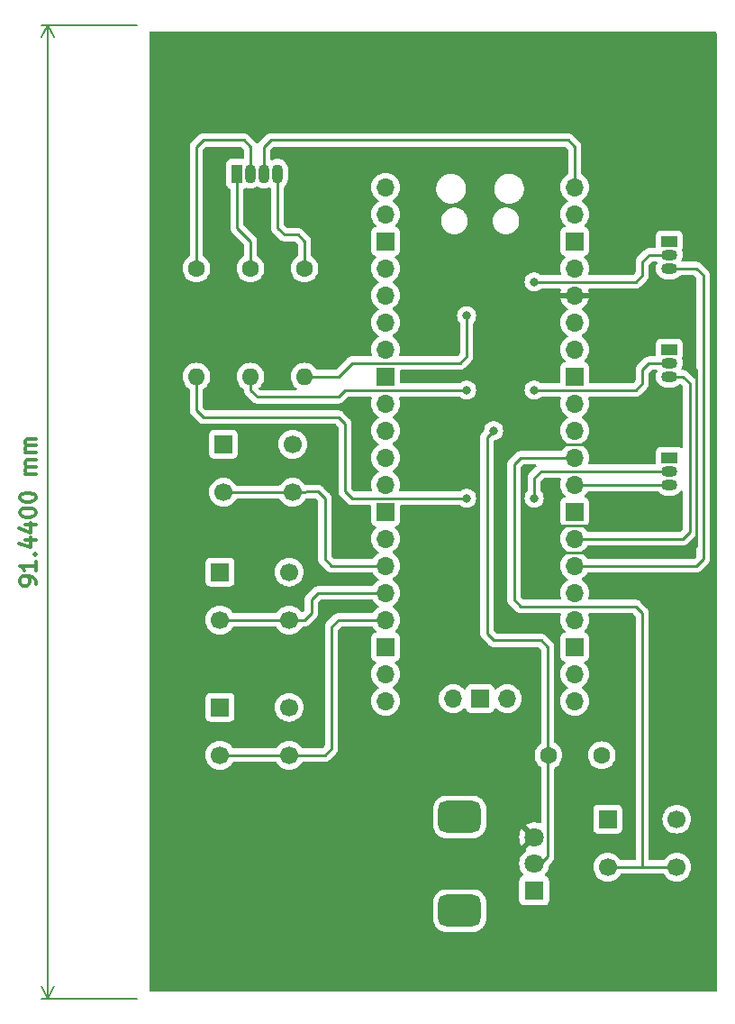
<source format=gbl>
G04 #@! TF.GenerationSoftware,KiCad,Pcbnew,7.0.10-7.0.10~ubuntu22.04.1*
G04 #@! TF.CreationDate,2024-01-18T08:39:54+09:00*
G04 #@! TF.ProjectId,Akashi-18,416b6173-6869-42d3-9138-2e6b69636164,rev?*
G04 #@! TF.SameCoordinates,Original*
G04 #@! TF.FileFunction,Copper,L2,Bot*
G04 #@! TF.FilePolarity,Positive*
%FSLAX46Y46*%
G04 Gerber Fmt 4.6, Leading zero omitted, Abs format (unit mm)*
G04 Created by KiCad (PCBNEW 7.0.10-7.0.10~ubuntu22.04.1) date 2024-01-18 08:39:54*
%MOMM*%
%LPD*%
G01*
G04 APERTURE LIST*
G04 Aperture macros list*
%AMRoundRect*
0 Rectangle with rounded corners*
0 $1 Rounding radius*
0 $2 $3 $4 $5 $6 $7 $8 $9 X,Y pos of 4 corners*
0 Add a 4 corners polygon primitive as box body*
4,1,4,$2,$3,$4,$5,$6,$7,$8,$9,$2,$3,0*
0 Add four circle primitives for the rounded corners*
1,1,$1+$1,$2,$3*
1,1,$1+$1,$4,$5*
1,1,$1+$1,$6,$7*
1,1,$1+$1,$8,$9*
0 Add four rect primitives between the rounded corners*
20,1,$1+$1,$2,$3,$4,$5,0*
20,1,$1+$1,$4,$5,$6,$7,0*
20,1,$1+$1,$6,$7,$8,$9,0*
20,1,$1+$1,$8,$9,$2,$3,0*%
G04 Aperture macros list end*
%ADD10C,0.300000*%
G04 #@! TA.AperFunction,NonConductor*
%ADD11C,0.300000*%
G04 #@! TD*
G04 #@! TA.AperFunction,NonConductor*
%ADD12C,0.200000*%
G04 #@! TD*
G04 #@! TA.AperFunction,ComponentPad*
%ADD13R,1.070000X1.800000*%
G04 #@! TD*
G04 #@! TA.AperFunction,ComponentPad*
%ADD14O,1.070000X1.800000*%
G04 #@! TD*
G04 #@! TA.AperFunction,ComponentPad*
%ADD15C,1.600000*%
G04 #@! TD*
G04 #@! TA.AperFunction,ComponentPad*
%ADD16O,1.600000X1.600000*%
G04 #@! TD*
G04 #@! TA.AperFunction,ComponentPad*
%ADD17R,1.500000X1.050000*%
G04 #@! TD*
G04 #@! TA.AperFunction,ComponentPad*
%ADD18O,1.500000X1.050000*%
G04 #@! TD*
G04 #@! TA.AperFunction,ComponentPad*
%ADD19R,1.700000X1.700000*%
G04 #@! TD*
G04 #@! TA.AperFunction,ComponentPad*
%ADD20C,1.700000*%
G04 #@! TD*
G04 #@! TA.AperFunction,ComponentPad*
%ADD21O,1.700000X1.700000*%
G04 #@! TD*
G04 #@! TA.AperFunction,ComponentPad*
%ADD22R,1.800000X1.800000*%
G04 #@! TD*
G04 #@! TA.AperFunction,ComponentPad*
%ADD23C,1.800000*%
G04 #@! TD*
G04 #@! TA.AperFunction,ComponentPad*
%ADD24RoundRect,0.750000X1.250000X0.750000X-1.250000X0.750000X-1.250000X-0.750000X1.250000X-0.750000X0*%
G04 #@! TD*
G04 #@! TA.AperFunction,ViaPad*
%ADD25C,0.800000*%
G04 #@! TD*
G04 #@! TA.AperFunction,Conductor*
%ADD26C,0.250000*%
G04 #@! TD*
G04 APERTURE END LIST*
D10*
D11*
X78888328Y-103305712D02*
X78888328Y-103019998D01*
X78888328Y-103019998D02*
X78816900Y-102877141D01*
X78816900Y-102877141D02*
X78745471Y-102805712D01*
X78745471Y-102805712D02*
X78531185Y-102662855D01*
X78531185Y-102662855D02*
X78245471Y-102591426D01*
X78245471Y-102591426D02*
X77674042Y-102591426D01*
X77674042Y-102591426D02*
X77531185Y-102662855D01*
X77531185Y-102662855D02*
X77459757Y-102734284D01*
X77459757Y-102734284D02*
X77388328Y-102877141D01*
X77388328Y-102877141D02*
X77388328Y-103162855D01*
X77388328Y-103162855D02*
X77459757Y-103305712D01*
X77459757Y-103305712D02*
X77531185Y-103377141D01*
X77531185Y-103377141D02*
X77674042Y-103448569D01*
X77674042Y-103448569D02*
X78031185Y-103448569D01*
X78031185Y-103448569D02*
X78174042Y-103377141D01*
X78174042Y-103377141D02*
X78245471Y-103305712D01*
X78245471Y-103305712D02*
X78316900Y-103162855D01*
X78316900Y-103162855D02*
X78316900Y-102877141D01*
X78316900Y-102877141D02*
X78245471Y-102734284D01*
X78245471Y-102734284D02*
X78174042Y-102662855D01*
X78174042Y-102662855D02*
X78031185Y-102591426D01*
X78888328Y-101162855D02*
X78888328Y-102019998D01*
X78888328Y-101591427D02*
X77388328Y-101591427D01*
X77388328Y-101591427D02*
X77602614Y-101734284D01*
X77602614Y-101734284D02*
X77745471Y-101877141D01*
X77745471Y-101877141D02*
X77816900Y-102019998D01*
X78745471Y-100519999D02*
X78816900Y-100448570D01*
X78816900Y-100448570D02*
X78888328Y-100519999D01*
X78888328Y-100519999D02*
X78816900Y-100591427D01*
X78816900Y-100591427D02*
X78745471Y-100519999D01*
X78745471Y-100519999D02*
X78888328Y-100519999D01*
X77888328Y-99162856D02*
X78888328Y-99162856D01*
X77316900Y-99519998D02*
X78388328Y-99877141D01*
X78388328Y-99877141D02*
X78388328Y-98948570D01*
X77888328Y-97734285D02*
X78888328Y-97734285D01*
X77316900Y-98091427D02*
X78388328Y-98448570D01*
X78388328Y-98448570D02*
X78388328Y-97519999D01*
X77388328Y-96662856D02*
X77388328Y-96519999D01*
X77388328Y-96519999D02*
X77459757Y-96377142D01*
X77459757Y-96377142D02*
X77531185Y-96305714D01*
X77531185Y-96305714D02*
X77674042Y-96234285D01*
X77674042Y-96234285D02*
X77959757Y-96162856D01*
X77959757Y-96162856D02*
X78316900Y-96162856D01*
X78316900Y-96162856D02*
X78602614Y-96234285D01*
X78602614Y-96234285D02*
X78745471Y-96305714D01*
X78745471Y-96305714D02*
X78816900Y-96377142D01*
X78816900Y-96377142D02*
X78888328Y-96519999D01*
X78888328Y-96519999D02*
X78888328Y-96662856D01*
X78888328Y-96662856D02*
X78816900Y-96805714D01*
X78816900Y-96805714D02*
X78745471Y-96877142D01*
X78745471Y-96877142D02*
X78602614Y-96948571D01*
X78602614Y-96948571D02*
X78316900Y-97019999D01*
X78316900Y-97019999D02*
X77959757Y-97019999D01*
X77959757Y-97019999D02*
X77674042Y-96948571D01*
X77674042Y-96948571D02*
X77531185Y-96877142D01*
X77531185Y-96877142D02*
X77459757Y-96805714D01*
X77459757Y-96805714D02*
X77388328Y-96662856D01*
X77388328Y-95234285D02*
X77388328Y-95091428D01*
X77388328Y-95091428D02*
X77459757Y-94948571D01*
X77459757Y-94948571D02*
X77531185Y-94877143D01*
X77531185Y-94877143D02*
X77674042Y-94805714D01*
X77674042Y-94805714D02*
X77959757Y-94734285D01*
X77959757Y-94734285D02*
X78316900Y-94734285D01*
X78316900Y-94734285D02*
X78602614Y-94805714D01*
X78602614Y-94805714D02*
X78745471Y-94877143D01*
X78745471Y-94877143D02*
X78816900Y-94948571D01*
X78816900Y-94948571D02*
X78888328Y-95091428D01*
X78888328Y-95091428D02*
X78888328Y-95234285D01*
X78888328Y-95234285D02*
X78816900Y-95377143D01*
X78816900Y-95377143D02*
X78745471Y-95448571D01*
X78745471Y-95448571D02*
X78602614Y-95520000D01*
X78602614Y-95520000D02*
X78316900Y-95591428D01*
X78316900Y-95591428D02*
X77959757Y-95591428D01*
X77959757Y-95591428D02*
X77674042Y-95520000D01*
X77674042Y-95520000D02*
X77531185Y-95448571D01*
X77531185Y-95448571D02*
X77459757Y-95377143D01*
X77459757Y-95377143D02*
X77388328Y-95234285D01*
X78888328Y-92948572D02*
X77888328Y-92948572D01*
X78031185Y-92948572D02*
X77959757Y-92877143D01*
X77959757Y-92877143D02*
X77888328Y-92734286D01*
X77888328Y-92734286D02*
X77888328Y-92520000D01*
X77888328Y-92520000D02*
X77959757Y-92377143D01*
X77959757Y-92377143D02*
X78102614Y-92305715D01*
X78102614Y-92305715D02*
X78888328Y-92305715D01*
X78102614Y-92305715D02*
X77959757Y-92234286D01*
X77959757Y-92234286D02*
X77888328Y-92091429D01*
X77888328Y-92091429D02*
X77888328Y-91877143D01*
X77888328Y-91877143D02*
X77959757Y-91734286D01*
X77959757Y-91734286D02*
X78102614Y-91662857D01*
X78102614Y-91662857D02*
X78888328Y-91662857D01*
X78888328Y-90948572D02*
X77888328Y-90948572D01*
X78031185Y-90948572D02*
X77959757Y-90877143D01*
X77959757Y-90877143D02*
X77888328Y-90734286D01*
X77888328Y-90734286D02*
X77888328Y-90520000D01*
X77888328Y-90520000D02*
X77959757Y-90377143D01*
X77959757Y-90377143D02*
X78102614Y-90305715D01*
X78102614Y-90305715D02*
X78888328Y-90305715D01*
X78102614Y-90305715D02*
X77959757Y-90234286D01*
X77959757Y-90234286D02*
X77888328Y-90091429D01*
X77888328Y-90091429D02*
X77888328Y-89877143D01*
X77888328Y-89877143D02*
X77959757Y-89734286D01*
X77959757Y-89734286D02*
X78102614Y-89662857D01*
X78102614Y-89662857D02*
X78888328Y-89662857D01*
D12*
X88400000Y-50800000D02*
X79423580Y-50800000D01*
X88400000Y-142240000D02*
X79423580Y-142240000D01*
X80010000Y-50800000D02*
X80010000Y-142240000D01*
X80010000Y-50800000D02*
X80010000Y-142240000D01*
X80010000Y-50800000D02*
X80596421Y-51926504D01*
X80010000Y-50800000D02*
X79423579Y-51926504D01*
X80010000Y-142240000D02*
X79423579Y-141113496D01*
X80010000Y-142240000D02*
X80596421Y-141113496D01*
D13*
G04 #@! TO.P,D1,1,GK*
G04 #@! TO.N,Net-(D1-GK)*
X97795000Y-64770000D03*
D14*
G04 #@! TO.P,D1,2,BK*
G04 #@! TO.N,Net-(D1-BK)*
X99065000Y-64770000D03*
G04 #@! TO.P,D1,3,A*
G04 #@! TO.N,+5V*
X100335000Y-64770000D03*
G04 #@! TO.P,D1,4,RK*
G04 #@! TO.N,Net-(D1-RK)*
X101605000Y-64770000D03*
G04 #@! TD*
D15*
G04 #@! TO.P,R1,1*
G04 #@! TO.N,Net-(D1-RK)*
X104140000Y-73660000D03*
D16*
G04 #@! TO.P,R1,2*
G04 #@! TO.N,Net-(Q1-C)*
X104140000Y-83820000D03*
G04 #@! TD*
D17*
G04 #@! TO.P,Q1,1,E*
G04 #@! TO.N,GND*
X138430000Y-71130000D03*
D18*
G04 #@! TO.P,Q1,2,C*
G04 #@! TO.N,Net-(Q1-C)*
X138430000Y-72400000D03*
G04 #@! TO.P,Q1,3,B*
G04 #@! TO.N,/RED*
X138430000Y-73670000D03*
G04 #@! TD*
D15*
G04 #@! TO.P,R3,1*
G04 #@! TO.N,Net-(D1-BK)*
X93980000Y-73660000D03*
D16*
G04 #@! TO.P,R3,2*
G04 #@! TO.N,Net-(Q3-C)*
X93980000Y-83820000D03*
G04 #@! TD*
D17*
G04 #@! TO.P,Q2,1,E*
G04 #@! TO.N,GND*
X138430000Y-81290000D03*
D18*
G04 #@! TO.P,Q2,2,C*
G04 #@! TO.N,Net-(Q2-C)*
X138430000Y-82560000D03*
G04 #@! TO.P,Q2,3,B*
G04 #@! TO.N,/GREEN*
X138430000Y-83830000D03*
G04 #@! TD*
D19*
G04 #@! TO.P,SW4,1,1*
G04 #@! TO.N,GND*
X132640000Y-125385000D03*
D20*
X139140000Y-125385000D03*
G04 #@! TO.P,SW4,2,2*
G04 #@! TO.N,/RESET*
X132640000Y-129885000D03*
X139140000Y-129885000D03*
G04 #@! TD*
D15*
G04 #@! TO.P,R2,1*
G04 #@! TO.N,Net-(D1-GK)*
X99060000Y-73660000D03*
D16*
G04 #@! TO.P,R2,2*
G04 #@! TO.N,Net-(Q2-C)*
X99060000Y-83820000D03*
G04 #@! TD*
D21*
G04 #@! TO.P,U1,1,GPIO0*
G04 #@! TO.N,unconnected-(U1-GPIO0-Pad1)*
X111760000Y-66040000D03*
G04 #@! TO.P,U1,2,GPIO1*
G04 #@! TO.N,unconnected-(U1-GPIO1-Pad2)*
X111760000Y-68580000D03*
D19*
G04 #@! TO.P,U1,3,GND*
G04 #@! TO.N,GND*
X111760000Y-71120000D03*
D21*
G04 #@! TO.P,U1,4,GPIO2*
G04 #@! TO.N,unconnected-(U1-GPIO2-Pad4)*
X111760000Y-73660000D03*
G04 #@! TO.P,U1,5,GPIO3*
G04 #@! TO.N,unconnected-(U1-GPIO3-Pad5)*
X111760000Y-76200000D03*
G04 #@! TO.P,U1,6,GPIO4*
G04 #@! TO.N,unconnected-(U1-GPIO4-Pad6)*
X111760000Y-78740000D03*
G04 #@! TO.P,U1,7,GPIO5*
G04 #@! TO.N,unconnected-(U1-GPIO5-Pad7)*
X111760000Y-81280000D03*
D19*
G04 #@! TO.P,U1,8,GND*
G04 #@! TO.N,GND*
X111760000Y-83820000D03*
D21*
G04 #@! TO.P,U1,9,GPIO6*
G04 #@! TO.N,unconnected-(U1-GPIO6-Pad9)*
X111760000Y-86360000D03*
G04 #@! TO.P,U1,10,GPIO7*
G04 #@! TO.N,unconnected-(U1-GPIO7-Pad10)*
X111760000Y-88900000D03*
G04 #@! TO.P,U1,11,GPIO8*
G04 #@! TO.N,unconnected-(U1-GPIO8-Pad11)*
X111760000Y-91440000D03*
G04 #@! TO.P,U1,12,GPIO9*
G04 #@! TO.N,unconnected-(U1-GPIO9-Pad12)*
X111760000Y-93980000D03*
D19*
G04 #@! TO.P,U1,13,GND*
G04 #@! TO.N,GND*
X111760000Y-96520000D03*
D21*
G04 #@! TO.P,U1,14,GPIO10*
G04 #@! TO.N,unconnected-(U1-GPIO10-Pad14)*
X111760000Y-99060000D03*
G04 #@! TO.P,U1,15,GPIO11*
G04 #@! TO.N,Net-(U1-GPIO11)*
X111760000Y-101600000D03*
G04 #@! TO.P,U1,16,GPIO12*
G04 #@! TO.N,Net-(U1-GPIO12)*
X111760000Y-104140000D03*
G04 #@! TO.P,U1,17,GPIO13*
G04 #@! TO.N,Net-(U1-GPIO13)*
X111760000Y-106680000D03*
D19*
G04 #@! TO.P,U1,18,GND*
G04 #@! TO.N,GND*
X111760000Y-109220000D03*
D21*
G04 #@! TO.P,U1,19,GPIO14*
G04 #@! TO.N,unconnected-(U1-GPIO14-Pad19)*
X111760000Y-111760000D03*
G04 #@! TO.P,U1,20,GPIO15*
G04 #@! TO.N,unconnected-(U1-GPIO15-Pad20)*
X111760000Y-114300000D03*
G04 #@! TO.P,U1,21,GPIO16*
G04 #@! TO.N,unconnected-(U1-GPIO16-Pad21)*
X129540000Y-114300000D03*
G04 #@! TO.P,U1,22,GPIO17*
G04 #@! TO.N,unconnected-(U1-GPIO17-Pad22)*
X129540000Y-111760000D03*
D19*
G04 #@! TO.P,U1,23,GND*
G04 #@! TO.N,GND*
X129540000Y-109220000D03*
D21*
G04 #@! TO.P,U1,24,GPIO18*
G04 #@! TO.N,unconnected-(U1-GPIO18-Pad24)*
X129540000Y-106680000D03*
G04 #@! TO.P,U1,25,GPIO19*
G04 #@! TO.N,unconnected-(U1-GPIO19-Pad25)*
X129540000Y-104140000D03*
G04 #@! TO.P,U1,26,GPIO20*
G04 #@! TO.N,/RED*
X129540000Y-101600000D03*
G04 #@! TO.P,U1,27,GPIO21*
G04 #@! TO.N,/GREEN*
X129540000Y-99060000D03*
D19*
G04 #@! TO.P,U1,28,GND*
G04 #@! TO.N,GND*
X129540000Y-96520000D03*
D21*
G04 #@! TO.P,U1,29,GPIO22*
G04 #@! TO.N,/BLUE*
X129540000Y-93980000D03*
G04 #@! TO.P,U1,30,RUN*
G04 #@! TO.N,/RESET*
X129540000Y-91440000D03*
G04 #@! TO.P,U1,31,GPIO26_ADC0*
G04 #@! TO.N,Net-(U1-GPIO26_ADC0)*
X129540000Y-88900000D03*
G04 #@! TO.P,U1,32,GPIO27_ADC1*
G04 #@! TO.N,unconnected-(U1-GPIO27_ADC1-Pad32)*
X129540000Y-86360000D03*
D19*
G04 #@! TO.P,U1,33,AGND*
G04 #@! TO.N,GND*
X129540000Y-83820000D03*
D21*
G04 #@! TO.P,U1,34,GPIO28_ADC2*
G04 #@! TO.N,unconnected-(U1-GPIO28_ADC2-Pad34)*
X129540000Y-81280000D03*
G04 #@! TO.P,U1,35,ADC_VREF*
G04 #@! TO.N,unconnected-(U1-ADC_VREF-Pad35)*
X129540000Y-78740000D03*
G04 #@! TO.P,U1,36,3V3*
G04 #@! TO.N,/3V3*
X129540000Y-76200000D03*
G04 #@! TO.P,U1,37,3V3_EN*
G04 #@! TO.N,unconnected-(U1-3V3_EN-Pad37)*
X129540000Y-73660000D03*
D19*
G04 #@! TO.P,U1,38,GND*
G04 #@! TO.N,GND*
X129540000Y-71120000D03*
D21*
G04 #@! TO.P,U1,39,VSYS*
G04 #@! TO.N,unconnected-(U1-VSYS-Pad39)*
X129540000Y-68580000D03*
G04 #@! TO.P,U1,40,VBUS*
G04 #@! TO.N,+5V*
X129540000Y-66040000D03*
G04 #@! TO.P,U1,41,SWCLK*
G04 #@! TO.N,unconnected-(U1-SWCLK-Pad41)*
X118110000Y-114070000D03*
D19*
G04 #@! TO.P,U1,42,GND*
G04 #@! TO.N,unconnected-(U1-GND-Pad42)*
X120650000Y-114070000D03*
D21*
G04 #@! TO.P,U1,43,SWDIO*
G04 #@! TO.N,unconnected-(U1-SWDIO-Pad43)*
X123190000Y-114070000D03*
G04 #@! TD*
D19*
G04 #@! TO.P,SW2,1,1*
G04 #@! TO.N,GND*
X96200000Y-102180000D03*
D20*
X102700000Y-102180000D03*
G04 #@! TO.P,SW2,2,2*
G04 #@! TO.N,Net-(U1-GPIO12)*
X96200000Y-106680000D03*
X102700000Y-106680000D03*
G04 #@! TD*
D19*
G04 #@! TO.P,SW1,1,1*
G04 #@! TO.N,GND*
X96520000Y-90170000D03*
D20*
X103020000Y-90170000D03*
G04 #@! TO.P,SW1,2,2*
G04 #@! TO.N,Net-(U1-GPIO11)*
X96520000Y-94670000D03*
X103020000Y-94670000D03*
G04 #@! TD*
D17*
G04 #@! TO.P,Q3,1,E*
G04 #@! TO.N,GND*
X138430000Y-91450000D03*
D18*
G04 #@! TO.P,Q3,2,C*
G04 #@! TO.N,Net-(Q3-C)*
X138430000Y-92720000D03*
G04 #@! TO.P,Q3,3,B*
G04 #@! TO.N,/BLUE*
X138430000Y-93990000D03*
G04 #@! TD*
D15*
G04 #@! TO.P,C1,1*
G04 #@! TO.N,Net-(U1-GPIO26_ADC0)*
X127080000Y-119380000D03*
G04 #@! TO.P,C1,2*
G04 #@! TO.N,GND*
X132080000Y-119380000D03*
G04 #@! TD*
D19*
G04 #@! TO.P,SW3,1,1*
G04 #@! TO.N,GND*
X96200000Y-114880000D03*
D20*
X102700000Y-114880000D03*
G04 #@! TO.P,SW3,2,2*
G04 #@! TO.N,Net-(U1-GPIO13)*
X96200000Y-119380000D03*
X102700000Y-119380000D03*
G04 #@! TD*
D22*
G04 #@! TO.P,RV1,1,1*
G04 #@! TO.N,GND*
X125730000Y-132080000D03*
D23*
G04 #@! TO.P,RV1,2,2*
G04 #@! TO.N,Net-(U1-GPIO26_ADC0)*
X125730000Y-129580000D03*
G04 #@! TO.P,RV1,3,3*
G04 #@! TO.N,/3V3*
X125730000Y-127080000D03*
D24*
G04 #@! TO.P,RV1,MP,MountPin*
G04 #@! TO.N,GND*
X118730000Y-133980000D03*
X118730000Y-125180000D03*
G04 #@! TD*
D25*
G04 #@! TO.N,Net-(Q1-C)*
X125730000Y-74930000D03*
X119380000Y-78105000D03*
G04 #@! TO.N,Net-(Q2-C)*
X119380000Y-85090000D03*
X125730000Y-85090000D03*
G04 #@! TO.N,Net-(Q3-C)*
X125730000Y-95250000D03*
X119380000Y-95250000D03*
G04 #@! TO.N,Net-(U1-GPIO26_ADC0)*
X121920000Y-88900000D03*
G04 #@! TD*
D26*
G04 #@! TO.N,Net-(D1-GK)*
X97790000Y-69850000D02*
X97790000Y-64770000D01*
X99060000Y-73660000D02*
X99060000Y-71120000D01*
X99060000Y-71120000D02*
X97790000Y-69850000D01*
G04 #@! TO.N,Net-(D1-BK)*
X99060000Y-62230000D02*
X99060000Y-64770000D01*
X94615000Y-61595000D02*
X98425000Y-61595000D01*
X98425000Y-61595000D02*
X99060000Y-62230000D01*
X93980000Y-62230000D02*
X94615000Y-61595000D01*
X93980000Y-73660000D02*
X93980000Y-62230000D01*
G04 #@! TO.N,+5V*
X100330000Y-62230000D02*
X100965000Y-61595000D01*
X129540000Y-66040000D02*
X129540000Y-62230000D01*
X100965000Y-61595000D02*
X128905000Y-61595000D01*
X128905000Y-61595000D02*
X129540000Y-62230000D01*
X100330000Y-64770000D02*
X100330000Y-62230000D01*
G04 #@! TO.N,Net-(D1-RK)*
X102235000Y-70485000D02*
X101600000Y-69850000D01*
X103505000Y-70485000D02*
X102235000Y-70485000D01*
X104140000Y-71120000D02*
X103505000Y-70485000D01*
X101600000Y-69850000D02*
X101600000Y-64770000D01*
X104140000Y-73660000D02*
X104140000Y-71120000D01*
G04 #@! TO.N,GND*
X129550000Y-96520000D02*
X129540000Y-96510000D01*
G04 #@! TO.N,Net-(Q1-C)*
X136535000Y-72400000D02*
X136525000Y-72390000D01*
X136525000Y-72390000D02*
X135890000Y-73025000D01*
X118745000Y-82550000D02*
X108585000Y-82550000D01*
X135890000Y-73025000D02*
X135890000Y-74295000D01*
X107315000Y-83820000D02*
X104140000Y-83820000D01*
X119380000Y-81915000D02*
X118745000Y-82550000D01*
X135890000Y-74295000D02*
X135255000Y-74930000D01*
X138430000Y-72400000D02*
X136535000Y-72400000D01*
X135255000Y-74930000D02*
X125730000Y-74930000D01*
X119380000Y-78105000D02*
X119380000Y-81915000D01*
X108585000Y-82550000D02*
X107315000Y-83820000D01*
G04 #@! TO.N,/RED*
X140970000Y-73660000D02*
X138430000Y-73660000D01*
X130185000Y-101590000D02*
X140980000Y-101590000D01*
X140980000Y-101590000D02*
X141605000Y-100965000D01*
X141605000Y-74295000D02*
X140970000Y-73660000D01*
X141605000Y-100965000D02*
X141605000Y-74295000D01*
X129540000Y-100965000D02*
X130175000Y-101600000D01*
X130175000Y-101600000D02*
X130185000Y-101590000D01*
G04 #@! TO.N,Net-(Q2-C)*
X107950000Y-85090000D02*
X119380000Y-85090000D01*
X99695000Y-85725000D02*
X107315000Y-85725000D01*
X135890000Y-84455000D02*
X135255000Y-85090000D01*
X136515000Y-82560000D02*
X135890000Y-83185000D01*
X99060000Y-85090000D02*
X99695000Y-85725000D01*
X107315000Y-85725000D02*
X107950000Y-85090000D01*
X135890000Y-83185000D02*
X135890000Y-84455000D01*
X138430000Y-82560000D02*
X136515000Y-82560000D01*
X135255000Y-85090000D02*
X125730000Y-85090000D01*
X99060000Y-83820000D02*
X99060000Y-85090000D01*
G04 #@! TO.N,/GREEN*
X132715000Y-99060000D02*
X139700000Y-99060000D01*
X139700000Y-83820000D02*
X138430000Y-83820000D01*
X132715000Y-99060000D02*
X132705000Y-99050000D01*
X139700000Y-99060000D02*
X140335000Y-98425000D01*
X140335000Y-84455000D02*
X139700000Y-83820000D01*
X132705000Y-99050000D02*
X129540000Y-99050000D01*
X140335000Y-98425000D02*
X140335000Y-84455000D01*
G04 #@! TO.N,Net-(Q3-C)*
X126375000Y-92720000D02*
X126365000Y-92710000D01*
X107950000Y-94615000D02*
X107950000Y-88265000D01*
X119380000Y-95250000D02*
X108585000Y-95250000D01*
X94615000Y-87630000D02*
X93980000Y-86995000D01*
X108585000Y-95250000D02*
X107950000Y-94615000D01*
X138430000Y-92720000D02*
X126375000Y-92720000D01*
X125730000Y-93345000D02*
X125730000Y-95250000D01*
X107315000Y-87630000D02*
X94615000Y-87630000D01*
X126365000Y-92710000D02*
X125730000Y-93345000D01*
X107950000Y-88265000D02*
X107315000Y-87630000D01*
X93980000Y-86995000D02*
X93980000Y-83820000D01*
G04 #@! TO.N,/BLUE*
X138430000Y-93980000D02*
X129550000Y-93980000D01*
G04 #@! TO.N,Net-(U1-GPIO26_ADC0)*
X126365000Y-108585000D02*
X127000000Y-109220000D01*
X125730000Y-129580000D02*
X126325000Y-129580000D01*
X126325000Y-129580000D02*
X127000000Y-128905000D01*
X127000000Y-109220000D02*
X127000000Y-128905000D01*
X121920000Y-108585000D02*
X126365000Y-108585000D01*
X121285000Y-89535000D02*
X121285000Y-107950000D01*
X121285000Y-107950000D02*
X121920000Y-108585000D01*
X121920000Y-88900000D02*
X121285000Y-89535000D01*
G04 #@! TO.N,Net-(U1-GPIO13)*
X106680000Y-118745000D02*
X106680000Y-107315000D01*
X96200000Y-119380000D02*
X106045000Y-119380000D01*
X106045000Y-119380000D02*
X106680000Y-118745000D01*
X106680000Y-107315000D02*
X107315000Y-106680000D01*
X107315000Y-106680000D02*
X111760000Y-106680000D01*
G04 #@! TO.N,Net-(U1-GPIO11)*
X106045000Y-100965000D02*
X106680000Y-101600000D01*
X105410000Y-94615000D02*
X106045000Y-95250000D01*
X103020000Y-94670000D02*
X105410000Y-94615000D01*
X106680000Y-101600000D02*
X111760000Y-101600000D01*
X106045000Y-95250000D02*
X106045000Y-100965000D01*
X96520000Y-94670000D02*
X103020000Y-94670000D01*
G04 #@! TO.N,Net-(U1-GPIO12)*
X104775000Y-104775000D02*
X105410000Y-104140000D01*
X105410000Y-104140000D02*
X111760000Y-104140000D01*
X104775000Y-106045000D02*
X104775000Y-104775000D01*
X104140000Y-106680000D02*
X104775000Y-106045000D01*
X96200000Y-106680000D02*
X104140000Y-106680000D01*
G04 #@! TO.N,/RESET*
X135890000Y-129885000D02*
X132640000Y-129885000D01*
X123825000Y-92075000D02*
X123825000Y-104775000D01*
X123825000Y-104775000D02*
X124460000Y-105410000D01*
X135890000Y-106045000D02*
X135890000Y-129885000D01*
X139140000Y-129885000D02*
X135890000Y-129885000D01*
X135255000Y-105410000D02*
X135890000Y-106045000D01*
X124460000Y-91440000D02*
X123825000Y-92075000D01*
X124460000Y-105410000D02*
X135255000Y-105410000D01*
X129540000Y-91440000D02*
X124460000Y-91440000D01*
G04 #@! TO.N,/3V3*
X127000000Y-97790000D02*
X133350000Y-97790000D01*
X127000000Y-90170000D02*
X133985000Y-90170000D01*
X140335000Y-100330000D02*
X127000000Y-100330000D01*
X140970000Y-99695000D02*
X140335000Y-100330000D01*
X140970000Y-83185000D02*
X140970000Y-99695000D01*
G04 #@! TD*
G04 #@! TA.AperFunction,Conductor*
G04 #@! TO.N,/3V3*
G36*
X125891735Y-92085185D02*
G01*
X125937490Y-92137989D01*
X125947434Y-92207147D01*
X125918409Y-92270703D01*
X125917703Y-92271510D01*
X125911364Y-92278699D01*
X125906038Y-92284370D01*
X125346208Y-92844199D01*
X125333951Y-92854020D01*
X125334134Y-92854241D01*
X125328122Y-92859214D01*
X125282098Y-92908223D01*
X125279391Y-92911016D01*
X125259889Y-92930517D01*
X125259875Y-92930534D01*
X125257407Y-92933715D01*
X125249843Y-92942570D01*
X125219937Y-92974418D01*
X125219936Y-92974420D01*
X125210284Y-92991976D01*
X125199610Y-93008226D01*
X125187329Y-93024061D01*
X125187324Y-93024068D01*
X125169975Y-93064158D01*
X125164838Y-93074644D01*
X125143803Y-93112906D01*
X125138822Y-93132307D01*
X125132521Y-93150710D01*
X125124562Y-93169102D01*
X125124561Y-93169105D01*
X125117728Y-93212243D01*
X125115360Y-93223674D01*
X125104501Y-93265971D01*
X125104500Y-93265982D01*
X125104500Y-93286016D01*
X125102973Y-93305415D01*
X125099840Y-93325194D01*
X125099840Y-93325195D01*
X125103950Y-93368674D01*
X125104500Y-93380343D01*
X125104500Y-94551312D01*
X125084815Y-94618351D01*
X125072650Y-94634284D01*
X124997466Y-94717784D01*
X124902821Y-94881715D01*
X124902818Y-94881722D01*
X124849063Y-95047165D01*
X124844326Y-95061744D01*
X124824540Y-95250000D01*
X124844326Y-95438256D01*
X124844327Y-95438259D01*
X124902818Y-95618277D01*
X124902821Y-95618284D01*
X124997467Y-95782216D01*
X125099185Y-95895185D01*
X125124129Y-95922888D01*
X125277265Y-96034148D01*
X125277270Y-96034151D01*
X125450192Y-96111142D01*
X125450197Y-96111144D01*
X125635354Y-96150500D01*
X125635355Y-96150500D01*
X125824644Y-96150500D01*
X125824646Y-96150500D01*
X126009803Y-96111144D01*
X126182730Y-96034151D01*
X126335871Y-95922888D01*
X126462533Y-95782216D01*
X126557179Y-95618284D01*
X126615674Y-95438256D01*
X126635460Y-95250000D01*
X126615674Y-95061744D01*
X126557179Y-94881716D01*
X126462533Y-94717784D01*
X126458787Y-94713624D01*
X126387350Y-94634284D01*
X126357120Y-94571292D01*
X126355500Y-94551312D01*
X126355500Y-93655452D01*
X126375185Y-93588413D01*
X126391819Y-93567771D01*
X126577771Y-93381819D01*
X126639094Y-93348334D01*
X126665452Y-93345500D01*
X128151186Y-93345500D01*
X128218225Y-93365185D01*
X128263980Y-93417989D01*
X128273924Y-93487147D01*
X128267707Y-93511913D01*
X128266096Y-93516337D01*
X128204938Y-93744586D01*
X128204936Y-93744596D01*
X128184341Y-93979999D01*
X128184341Y-93980000D01*
X128204936Y-94215403D01*
X128204938Y-94215413D01*
X128266094Y-94443655D01*
X128266096Y-94443659D01*
X128266097Y-94443663D01*
X128331292Y-94583474D01*
X128365965Y-94657830D01*
X128365967Y-94657834D01*
X128431846Y-94751918D01*
X128501501Y-94851396D01*
X128501506Y-94851402D01*
X128623430Y-94973326D01*
X128656915Y-95034649D01*
X128651931Y-95104341D01*
X128610059Y-95160274D01*
X128579083Y-95177189D01*
X128447669Y-95226203D01*
X128447664Y-95226206D01*
X128332455Y-95312452D01*
X128332452Y-95312455D01*
X128246206Y-95427664D01*
X128246202Y-95427671D01*
X128195908Y-95562517D01*
X128189914Y-95618277D01*
X128189501Y-95622123D01*
X128189500Y-95622135D01*
X128189500Y-97417870D01*
X128189501Y-97417876D01*
X128195908Y-97477483D01*
X128246202Y-97612328D01*
X128246206Y-97612335D01*
X128332452Y-97727544D01*
X128332455Y-97727547D01*
X128447664Y-97813793D01*
X128447671Y-97813797D01*
X128579081Y-97862810D01*
X128635015Y-97904681D01*
X128659432Y-97970145D01*
X128644580Y-98038418D01*
X128623430Y-98066673D01*
X128501503Y-98188600D01*
X128365965Y-98382169D01*
X128365964Y-98382171D01*
X128266098Y-98596335D01*
X128266094Y-98596344D01*
X128204938Y-98824586D01*
X128204936Y-98824596D01*
X128184341Y-99059999D01*
X128184341Y-99060000D01*
X128204936Y-99295403D01*
X128204938Y-99295413D01*
X128266094Y-99523655D01*
X128266096Y-99523659D01*
X128266097Y-99523663D01*
X128341820Y-99686050D01*
X128365965Y-99737830D01*
X128365967Y-99737834D01*
X128501501Y-99931395D01*
X128501506Y-99931402D01*
X128668597Y-100098493D01*
X128668603Y-100098498D01*
X128854158Y-100228425D01*
X128897783Y-100283002D01*
X128904977Y-100352500D01*
X128873454Y-100414855D01*
X128854158Y-100431575D01*
X128668597Y-100561505D01*
X128501505Y-100728597D01*
X128365965Y-100922169D01*
X128365964Y-100922171D01*
X128266098Y-101136335D01*
X128266094Y-101136344D01*
X128204938Y-101364586D01*
X128204936Y-101364596D01*
X128184341Y-101599999D01*
X128184341Y-101600000D01*
X128204936Y-101835403D01*
X128204938Y-101835413D01*
X128266094Y-102063655D01*
X128266096Y-102063659D01*
X128266097Y-102063663D01*
X128337571Y-102216939D01*
X128365965Y-102277830D01*
X128365967Y-102277834D01*
X128462295Y-102415403D01*
X128501501Y-102471396D01*
X128501506Y-102471402D01*
X128668597Y-102638493D01*
X128668603Y-102638498D01*
X128854158Y-102768425D01*
X128897783Y-102823002D01*
X128904977Y-102892500D01*
X128873454Y-102954855D01*
X128854158Y-102971575D01*
X128668597Y-103101505D01*
X128501505Y-103268597D01*
X128365965Y-103462169D01*
X128365964Y-103462171D01*
X128266098Y-103676335D01*
X128266094Y-103676344D01*
X128204938Y-103904586D01*
X128204936Y-103904596D01*
X128184341Y-104139999D01*
X128184341Y-104140000D01*
X128204936Y-104375403D01*
X128204938Y-104375413D01*
X128266094Y-104603655D01*
X128266099Y-104603669D01*
X128268163Y-104608094D01*
X128278656Y-104677171D01*
X128250137Y-104740955D01*
X128191661Y-104779196D01*
X128155782Y-104784500D01*
X124770452Y-104784500D01*
X124703413Y-104764815D01*
X124682771Y-104748181D01*
X124486819Y-104552228D01*
X124453334Y-104490905D01*
X124450500Y-104464547D01*
X124450500Y-92385452D01*
X124470185Y-92318413D01*
X124486819Y-92297771D01*
X124682771Y-92101819D01*
X124744094Y-92068334D01*
X124770452Y-92065500D01*
X125824696Y-92065500D01*
X125891735Y-92085185D01*
G37*
G04 #@! TD.AperFunction*
G04 #@! TA.AperFunction,Conductor*
G36*
X140895160Y-98848120D02*
G01*
X140952382Y-98888212D01*
X140978845Y-98952877D01*
X140979500Y-98965606D01*
X140979500Y-100654547D01*
X140959815Y-100721586D01*
X140943181Y-100742228D01*
X140757228Y-100928181D01*
X140695905Y-100961666D01*
X140669547Y-100964500D01*
X130808224Y-100964500D01*
X130741185Y-100944815D01*
X130706649Y-100911623D01*
X130702780Y-100906098D01*
X130578495Y-100728599D01*
X130578494Y-100728597D01*
X130411402Y-100561506D01*
X130411396Y-100561501D01*
X130225842Y-100431575D01*
X130182217Y-100376998D01*
X130175023Y-100307500D01*
X130206546Y-100245145D01*
X130225842Y-100228425D01*
X130248026Y-100212891D01*
X130411401Y-100098495D01*
X130578495Y-99931401D01*
X130714035Y-99737830D01*
X130714036Y-99737826D01*
X130714228Y-99737496D01*
X130714351Y-99737377D01*
X130717140Y-99733396D01*
X130717940Y-99733956D01*
X130764798Y-99689282D01*
X130821613Y-99675500D01*
X132581370Y-99675500D01*
X132612207Y-99679396D01*
X132617250Y-99680690D01*
X132635981Y-99685500D01*
X132656016Y-99685500D01*
X132675414Y-99687026D01*
X132695194Y-99690159D01*
X132695195Y-99690160D01*
X132695195Y-99690159D01*
X132695196Y-99690160D01*
X132738675Y-99686050D01*
X132750344Y-99685500D01*
X139617257Y-99685500D01*
X139632877Y-99687224D01*
X139632904Y-99686939D01*
X139640660Y-99687671D01*
X139640667Y-99687673D01*
X139707873Y-99685561D01*
X139711768Y-99685500D01*
X139739346Y-99685500D01*
X139739350Y-99685500D01*
X139743324Y-99684997D01*
X139754963Y-99684080D01*
X139798627Y-99682709D01*
X139817869Y-99677117D01*
X139836912Y-99673174D01*
X139856792Y-99670664D01*
X139897401Y-99654585D01*
X139908444Y-99650803D01*
X139950390Y-99638618D01*
X139967629Y-99628422D01*
X139985103Y-99619862D01*
X140003727Y-99612488D01*
X140003727Y-99612487D01*
X140003732Y-99612486D01*
X140039083Y-99586800D01*
X140048814Y-99580408D01*
X140086420Y-99558170D01*
X140100589Y-99543999D01*
X140115379Y-99531368D01*
X140131587Y-99519594D01*
X140159438Y-99485926D01*
X140167279Y-99477309D01*
X140718786Y-98925802D01*
X140731048Y-98915980D01*
X140730865Y-98915759D01*
X140736871Y-98910789D01*
X140736877Y-98910786D01*
X140765107Y-98880722D01*
X140825347Y-98845328D01*
X140895160Y-98848120D01*
G37*
G04 #@! TD.AperFunction*
G04 #@! TA.AperFunction,Conductor*
G36*
X139677005Y-94584467D02*
G01*
X139707721Y-94647223D01*
X139709500Y-94668150D01*
X139709500Y-98114547D01*
X139689815Y-98181586D01*
X139673181Y-98202228D01*
X139477228Y-98398181D01*
X139415905Y-98431666D01*
X139389547Y-98434500D01*
X132838630Y-98434500D01*
X132807793Y-98430604D01*
X132784023Y-98424501D01*
X132784022Y-98424500D01*
X132784019Y-98424500D01*
X132784014Y-98424500D01*
X132763984Y-98424500D01*
X132744586Y-98422973D01*
X132737162Y-98421797D01*
X132724805Y-98419840D01*
X132724804Y-98419840D01*
X132681325Y-98423950D01*
X132669656Y-98424500D01*
X130808224Y-98424500D01*
X130741185Y-98404815D01*
X130706649Y-98371623D01*
X130578496Y-98188600D01*
X130555805Y-98165909D01*
X130456567Y-98066671D01*
X130423084Y-98005351D01*
X130428068Y-97935659D01*
X130469939Y-97879725D01*
X130500915Y-97862810D01*
X130632331Y-97813796D01*
X130747546Y-97727546D01*
X130833796Y-97612331D01*
X130884091Y-97477483D01*
X130890500Y-97417873D01*
X130890499Y-95622128D01*
X130884091Y-95562517D01*
X130876215Y-95541401D01*
X130833797Y-95427671D01*
X130833793Y-95427664D01*
X130747547Y-95312455D01*
X130747544Y-95312452D01*
X130632335Y-95226206D01*
X130632328Y-95226202D01*
X130500917Y-95177189D01*
X130444983Y-95135318D01*
X130420566Y-95069853D01*
X130435418Y-95001580D01*
X130456563Y-94973332D01*
X130578495Y-94851401D01*
X130713652Y-94658377D01*
X130768229Y-94614752D01*
X130815227Y-94605500D01*
X137324848Y-94605500D01*
X137391887Y-94625185D01*
X137420702Y-94650836D01*
X137472231Y-94713624D01*
X137476353Y-94718647D01*
X137632506Y-94846798D01*
X137632509Y-94846799D01*
X137632511Y-94846801D01*
X137810654Y-94942021D01*
X137810656Y-94942021D01*
X137810659Y-94942023D01*
X138003967Y-95000662D01*
X138154620Y-95015500D01*
X138154623Y-95015500D01*
X138705377Y-95015500D01*
X138705380Y-95015500D01*
X138856033Y-95000662D01*
X139049341Y-94942023D01*
X139227494Y-94846798D01*
X139383647Y-94718647D01*
X139489646Y-94589485D01*
X139547392Y-94550151D01*
X139617237Y-94548280D01*
X139677005Y-94584467D01*
G37*
G04 #@! TD.AperFunction*
G04 #@! TA.AperFunction,Conductor*
G36*
X137246847Y-83205185D02*
G01*
X137292602Y-83257989D01*
X137302546Y-83327147D01*
X137289166Y-83367953D01*
X137252978Y-83435654D01*
X137194337Y-83628968D01*
X137174538Y-83830000D01*
X137194337Y-84031031D01*
X137252978Y-84224345D01*
X137348198Y-84402488D01*
X137348203Y-84402495D01*
X137476352Y-84558647D01*
X137542453Y-84612894D01*
X137632506Y-84686798D01*
X137632509Y-84686799D01*
X137632511Y-84686801D01*
X137810654Y-84782021D01*
X137810656Y-84782021D01*
X137810659Y-84782023D01*
X138003967Y-84840662D01*
X138154620Y-84855500D01*
X138154623Y-84855500D01*
X138705377Y-84855500D01*
X138705380Y-84855500D01*
X138856033Y-84840662D01*
X139049341Y-84782023D01*
X139227494Y-84686798D01*
X139355213Y-84581982D01*
X139388356Y-84554783D01*
X139389730Y-84556457D01*
X139442461Y-84527645D01*
X139512154Y-84532610D01*
X139556533Y-84561123D01*
X139673181Y-84677771D01*
X139706666Y-84739094D01*
X139709500Y-84765452D01*
X139709500Y-90448456D01*
X139689815Y-90515495D01*
X139637011Y-90561250D01*
X139567853Y-90571194D01*
X139511189Y-90547723D01*
X139497346Y-90537360D01*
X139422331Y-90481204D01*
X139422329Y-90481203D01*
X139422328Y-90481202D01*
X139287482Y-90430908D01*
X139287483Y-90430908D01*
X139227883Y-90424501D01*
X139227881Y-90424500D01*
X139227873Y-90424500D01*
X139227864Y-90424500D01*
X137632129Y-90424500D01*
X137632123Y-90424501D01*
X137572516Y-90430908D01*
X137437671Y-90481202D01*
X137437664Y-90481206D01*
X137322455Y-90567452D01*
X137322452Y-90567455D01*
X137236206Y-90682664D01*
X137236202Y-90682671D01*
X137185908Y-90817517D01*
X137180096Y-90871579D01*
X137179500Y-90877127D01*
X137179500Y-91443905D01*
X137179501Y-91970500D01*
X137159816Y-92037539D01*
X137107013Y-92083294D01*
X137055501Y-92094500D01*
X130919555Y-92094500D01*
X130852516Y-92074815D01*
X130806761Y-92022011D01*
X130796817Y-91952853D01*
X130807173Y-91918095D01*
X130813903Y-91903663D01*
X130875063Y-91675408D01*
X130895659Y-91440000D01*
X130875063Y-91204592D01*
X130813903Y-90976337D01*
X130714035Y-90762171D01*
X130713652Y-90761623D01*
X130578494Y-90568597D01*
X130411402Y-90401506D01*
X130411396Y-90401501D01*
X130225842Y-90271575D01*
X130182217Y-90216998D01*
X130175023Y-90147500D01*
X130206546Y-90085145D01*
X130225842Y-90068425D01*
X130248026Y-90052891D01*
X130411401Y-89938495D01*
X130578495Y-89771401D01*
X130714035Y-89577830D01*
X130813903Y-89363663D01*
X130875063Y-89135408D01*
X130895659Y-88900000D01*
X130893878Y-88879649D01*
X130889967Y-88834937D01*
X130875063Y-88664592D01*
X130813903Y-88436337D01*
X130714035Y-88222171D01*
X130713339Y-88221176D01*
X130578494Y-88028597D01*
X130411402Y-87861506D01*
X130411396Y-87861501D01*
X130225842Y-87731575D01*
X130182217Y-87676998D01*
X130175023Y-87607500D01*
X130206546Y-87545145D01*
X130225842Y-87528425D01*
X130326202Y-87458152D01*
X130411401Y-87398495D01*
X130578495Y-87231401D01*
X130714035Y-87037830D01*
X130813903Y-86823663D01*
X130875063Y-86595408D01*
X130895659Y-86360000D01*
X130895235Y-86355159D01*
X130884728Y-86235058D01*
X130875063Y-86124592D01*
X130813903Y-85896337D01*
X130811837Y-85891906D01*
X130801344Y-85822829D01*
X130829863Y-85759045D01*
X130888339Y-85720804D01*
X130924218Y-85715500D01*
X135172257Y-85715500D01*
X135187877Y-85717224D01*
X135187904Y-85716939D01*
X135195660Y-85717671D01*
X135195667Y-85717673D01*
X135262873Y-85715561D01*
X135266768Y-85715500D01*
X135294346Y-85715500D01*
X135294350Y-85715500D01*
X135298324Y-85714997D01*
X135309963Y-85714080D01*
X135353627Y-85712709D01*
X135372869Y-85707117D01*
X135391912Y-85703174D01*
X135411792Y-85700664D01*
X135452401Y-85684585D01*
X135463444Y-85680803D01*
X135505390Y-85668618D01*
X135522629Y-85658422D01*
X135540103Y-85649862D01*
X135558727Y-85642488D01*
X135558727Y-85642487D01*
X135558732Y-85642486D01*
X135594083Y-85616800D01*
X135603814Y-85610408D01*
X135641420Y-85588170D01*
X135655589Y-85573999D01*
X135670379Y-85561368D01*
X135686587Y-85549594D01*
X135714438Y-85515926D01*
X135722279Y-85507309D01*
X136273786Y-84955802D01*
X136286048Y-84945980D01*
X136285865Y-84945759D01*
X136291868Y-84940791D01*
X136291877Y-84940786D01*
X136337934Y-84891739D01*
X136340582Y-84889006D01*
X136360120Y-84869470D01*
X136362570Y-84866310D01*
X136370154Y-84857429D01*
X136400062Y-84825582D01*
X136409714Y-84808023D01*
X136420389Y-84791772D01*
X136432674Y-84775936D01*
X136450030Y-84735825D01*
X136455161Y-84725354D01*
X136476194Y-84687098D01*
X136476194Y-84687097D01*
X136476197Y-84687092D01*
X136481180Y-84667680D01*
X136487477Y-84649291D01*
X136495438Y-84630895D01*
X136502270Y-84587748D01*
X136504639Y-84576316D01*
X136510168Y-84554783D01*
X136515500Y-84534019D01*
X136515500Y-84513983D01*
X136517027Y-84494582D01*
X136520160Y-84474804D01*
X136516050Y-84431324D01*
X136515500Y-84419655D01*
X136515500Y-83495452D01*
X136535185Y-83428413D01*
X136551819Y-83407771D01*
X136737772Y-83221819D01*
X136799095Y-83188334D01*
X136825453Y-83185500D01*
X137179808Y-83185500D01*
X137246847Y-83205185D01*
G37*
G04 #@! TD.AperFunction*
G04 #@! TA.AperFunction,Conductor*
G36*
X137246847Y-73045185D02*
G01*
X137292602Y-73097989D01*
X137302546Y-73167147D01*
X137289166Y-73207953D01*
X137252978Y-73275654D01*
X137194337Y-73468968D01*
X137174538Y-73670000D01*
X137194337Y-73871031D01*
X137252978Y-74064345D01*
X137348198Y-74242488D01*
X137348201Y-74242492D01*
X137348202Y-74242494D01*
X137365420Y-74263474D01*
X137476352Y-74398647D01*
X137564385Y-74470893D01*
X137632506Y-74526798D01*
X137632509Y-74526799D01*
X137632511Y-74526801D01*
X137810654Y-74622021D01*
X137810656Y-74622021D01*
X137810659Y-74622023D01*
X138003967Y-74680662D01*
X138154620Y-74695500D01*
X138154623Y-74695500D01*
X138705377Y-74695500D01*
X138705380Y-74695500D01*
X138856033Y-74680662D01*
X139049341Y-74622023D01*
X139227494Y-74526798D01*
X139383647Y-74398647D01*
X139439298Y-74330836D01*
X139497044Y-74291501D01*
X139535152Y-74285500D01*
X140659548Y-74285500D01*
X140726587Y-74305185D01*
X140747229Y-74321819D01*
X140943181Y-74517771D01*
X140976666Y-74579094D01*
X140979500Y-74605452D01*
X140979500Y-83912867D01*
X140959815Y-83979906D01*
X140907011Y-84025661D01*
X140837853Y-84035605D01*
X140776460Y-84008411D01*
X140760940Y-83995572D01*
X140752299Y-83987709D01*
X140200803Y-83436212D01*
X140190980Y-83423950D01*
X140190759Y-83424134D01*
X140185786Y-83418122D01*
X140136776Y-83372099D01*
X140133977Y-83369386D01*
X140114477Y-83349885D01*
X140114471Y-83349880D01*
X140111286Y-83347409D01*
X140102434Y-83339848D01*
X140070582Y-83309938D01*
X140070580Y-83309936D01*
X140070577Y-83309935D01*
X140053029Y-83300288D01*
X140036763Y-83289604D01*
X140020932Y-83277324D01*
X139980849Y-83259978D01*
X139970363Y-83254841D01*
X139932094Y-83233803D01*
X139932092Y-83233802D01*
X139912693Y-83228822D01*
X139894281Y-83222518D01*
X139875898Y-83214562D01*
X139875892Y-83214560D01*
X139832760Y-83207729D01*
X139821322Y-83205361D01*
X139779020Y-83194500D01*
X139779019Y-83194500D01*
X139758984Y-83194500D01*
X139739586Y-83192973D01*
X139731333Y-83191666D01*
X139719805Y-83189840D01*
X139719803Y-83189839D01*
X139698316Y-83191871D01*
X139629722Y-83178582D01*
X139579201Y-83130318D01*
X139562794Y-83062402D01*
X139577290Y-83009967D01*
X139577489Y-83009595D01*
X139607023Y-82954341D01*
X139665662Y-82761033D01*
X139685462Y-82560000D01*
X139665662Y-82358967D01*
X139607023Y-82165659D01*
X139607021Y-82165656D01*
X139606694Y-82164576D01*
X139606070Y-82094709D01*
X139620469Y-82065623D01*
X139619544Y-82065118D01*
X139623793Y-82057335D01*
X139623792Y-82057335D01*
X139623796Y-82057331D01*
X139674091Y-81922483D01*
X139680500Y-81862873D01*
X139680499Y-80717128D01*
X139674091Y-80657517D01*
X139653448Y-80602171D01*
X139623797Y-80522671D01*
X139623793Y-80522664D01*
X139537547Y-80407455D01*
X139537544Y-80407452D01*
X139422335Y-80321206D01*
X139422328Y-80321202D01*
X139287482Y-80270908D01*
X139287483Y-80270908D01*
X139227883Y-80264501D01*
X139227881Y-80264500D01*
X139227873Y-80264500D01*
X139227864Y-80264500D01*
X137632129Y-80264500D01*
X137632123Y-80264501D01*
X137572516Y-80270908D01*
X137437671Y-80321202D01*
X137437664Y-80321206D01*
X137322455Y-80407452D01*
X137322452Y-80407455D01*
X137236206Y-80522664D01*
X137236202Y-80522671D01*
X137185908Y-80657517D01*
X137179501Y-80717116D01*
X137179500Y-80717127D01*
X137179500Y-81280000D01*
X137179501Y-81810500D01*
X137159816Y-81877539D01*
X137107013Y-81923294D01*
X137055501Y-81934500D01*
X136597737Y-81934500D01*
X136582120Y-81932776D01*
X136582093Y-81933062D01*
X136574331Y-81932327D01*
X136507144Y-81934439D01*
X136503250Y-81934500D01*
X136475650Y-81934500D01*
X136471962Y-81934965D01*
X136471649Y-81935005D01*
X136460031Y-81935918D01*
X136416372Y-81937290D01*
X136416369Y-81937291D01*
X136397126Y-81942881D01*
X136378083Y-81946825D01*
X136358204Y-81949336D01*
X136358203Y-81949337D01*
X136317593Y-81965415D01*
X136306548Y-81969197D01*
X136264608Y-81981383D01*
X136264604Y-81981385D01*
X136247365Y-81991580D01*
X136229898Y-82000137D01*
X136211269Y-82007512D01*
X136211267Y-82007514D01*
X136175926Y-82033189D01*
X136166168Y-82039599D01*
X136128580Y-82061828D01*
X136114408Y-82076000D01*
X136099623Y-82088628D01*
X136083412Y-82100407D01*
X136055571Y-82134059D01*
X136047711Y-82142696D01*
X135506208Y-82684199D01*
X135493951Y-82694020D01*
X135494134Y-82694241D01*
X135488122Y-82699214D01*
X135442098Y-82748223D01*
X135439391Y-82751016D01*
X135419889Y-82770517D01*
X135419875Y-82770534D01*
X135417407Y-82773715D01*
X135409843Y-82782570D01*
X135379937Y-82814418D01*
X135379936Y-82814420D01*
X135370284Y-82831976D01*
X135359610Y-82848226D01*
X135347329Y-82864061D01*
X135347324Y-82864068D01*
X135329975Y-82904158D01*
X135324838Y-82914644D01*
X135303803Y-82952906D01*
X135298822Y-82972307D01*
X135292521Y-82990710D01*
X135284562Y-83009102D01*
X135284561Y-83009105D01*
X135277728Y-83052243D01*
X135275360Y-83063674D01*
X135264501Y-83105971D01*
X135264500Y-83105982D01*
X135264500Y-83126016D01*
X135262973Y-83145415D01*
X135259967Y-83164397D01*
X135259840Y-83165196D01*
X135261082Y-83178334D01*
X135263950Y-83208674D01*
X135264500Y-83220343D01*
X135264500Y-84144547D01*
X135244815Y-84211586D01*
X135228181Y-84232228D01*
X135032228Y-84428181D01*
X134970905Y-84461666D01*
X134944547Y-84464500D01*
X131014500Y-84464500D01*
X130947461Y-84444815D01*
X130901706Y-84392011D01*
X130890500Y-84340500D01*
X130890499Y-82922129D01*
X130890498Y-82922123D01*
X130890497Y-82922116D01*
X130884091Y-82862517D01*
X130866151Y-82814418D01*
X130833797Y-82727671D01*
X130833793Y-82727664D01*
X130747547Y-82612455D01*
X130747544Y-82612452D01*
X130632335Y-82526206D01*
X130632328Y-82526202D01*
X130500917Y-82477189D01*
X130444983Y-82435318D01*
X130420566Y-82369853D01*
X130435418Y-82301580D01*
X130456563Y-82273332D01*
X130578495Y-82151401D01*
X130714035Y-81957830D01*
X130813903Y-81743663D01*
X130875063Y-81515408D01*
X130895659Y-81280000D01*
X130875063Y-81044592D01*
X130813903Y-80816337D01*
X130714035Y-80602171D01*
X130658368Y-80522669D01*
X130578494Y-80408597D01*
X130411402Y-80241506D01*
X130411396Y-80241501D01*
X130225842Y-80111575D01*
X130182217Y-80056998D01*
X130175023Y-79987500D01*
X130206546Y-79925145D01*
X130225842Y-79908425D01*
X130248026Y-79892891D01*
X130411401Y-79778495D01*
X130578495Y-79611401D01*
X130714035Y-79417830D01*
X130813903Y-79203663D01*
X130875063Y-78975408D01*
X130895659Y-78740000D01*
X130875063Y-78504592D01*
X130813903Y-78276337D01*
X130714035Y-78062171D01*
X130612207Y-77916744D01*
X130578494Y-77868597D01*
X130411402Y-77701506D01*
X130411401Y-77701505D01*
X130225405Y-77571269D01*
X130181781Y-77516692D01*
X130174588Y-77447193D01*
X130206110Y-77384839D01*
X130225405Y-77368119D01*
X130411082Y-77238105D01*
X130578105Y-77071082D01*
X130713600Y-76877578D01*
X130813429Y-76663492D01*
X130813432Y-76663486D01*
X130870636Y-76450000D01*
X129985572Y-76450000D01*
X130008682Y-76414040D01*
X130050000Y-76273327D01*
X130050000Y-76126673D01*
X130008682Y-75985960D01*
X129985572Y-75950000D01*
X130870636Y-75950000D01*
X130870635Y-75949999D01*
X130813432Y-75736513D01*
X130813428Y-75736502D01*
X130811284Y-75731904D01*
X130800792Y-75662827D01*
X130829312Y-75599043D01*
X130887789Y-75560804D01*
X130923666Y-75555500D01*
X135172257Y-75555500D01*
X135187877Y-75557224D01*
X135187904Y-75556939D01*
X135195660Y-75557671D01*
X135195667Y-75557673D01*
X135262873Y-75555561D01*
X135266768Y-75555500D01*
X135294346Y-75555500D01*
X135294350Y-75555500D01*
X135298324Y-75554997D01*
X135309963Y-75554080D01*
X135353627Y-75552709D01*
X135372869Y-75547117D01*
X135391912Y-75543174D01*
X135411792Y-75540664D01*
X135452401Y-75524585D01*
X135463444Y-75520803D01*
X135505390Y-75508618D01*
X135522629Y-75498422D01*
X135540103Y-75489862D01*
X135558727Y-75482488D01*
X135558727Y-75482487D01*
X135558732Y-75482486D01*
X135594083Y-75456800D01*
X135603814Y-75450408D01*
X135641420Y-75428170D01*
X135655589Y-75413999D01*
X135670379Y-75401368D01*
X135686587Y-75389594D01*
X135714438Y-75355926D01*
X135722279Y-75347309D01*
X136273786Y-74795802D01*
X136286048Y-74785980D01*
X136285865Y-74785759D01*
X136291868Y-74780791D01*
X136291877Y-74780786D01*
X136337934Y-74731739D01*
X136340582Y-74729006D01*
X136360120Y-74709470D01*
X136362570Y-74706310D01*
X136370154Y-74697429D01*
X136400062Y-74665582D01*
X136409714Y-74648023D01*
X136420389Y-74631772D01*
X136432674Y-74615936D01*
X136450030Y-74575825D01*
X136455161Y-74565354D01*
X136476194Y-74527098D01*
X136476194Y-74527097D01*
X136476197Y-74527092D01*
X136481180Y-74507680D01*
X136487477Y-74489291D01*
X136495438Y-74470895D01*
X136502270Y-74427748D01*
X136504639Y-74416316D01*
X136515499Y-74374022D01*
X136515500Y-74374017D01*
X136515500Y-74353983D01*
X136517027Y-74334582D01*
X136520160Y-74314804D01*
X136516050Y-74271324D01*
X136515500Y-74259655D01*
X136515500Y-73335452D01*
X136535185Y-73268413D01*
X136551819Y-73247771D01*
X136737771Y-73061819D01*
X136799094Y-73028334D01*
X136825452Y-73025500D01*
X137179808Y-73025500D01*
X137246847Y-73045185D01*
G37*
G04 #@! TD.AperFunction*
G04 #@! TA.AperFunction,Conductor*
G36*
X142818039Y-51454685D02*
G01*
X142863794Y-51507489D01*
X142875000Y-51559000D01*
X142875000Y-141481000D01*
X142855315Y-141548039D01*
X142802511Y-141593794D01*
X142751000Y-141605000D01*
X89659000Y-141605000D01*
X89591961Y-141585315D01*
X89546206Y-141532511D01*
X89535000Y-141481000D01*
X89535000Y-134794208D01*
X116229500Y-134794208D01*
X116229501Y-134794223D01*
X116239904Y-134926413D01*
X116239905Y-134926420D01*
X116294902Y-135144678D01*
X116294903Y-135144681D01*
X116387991Y-135349622D01*
X116387997Y-135349632D01*
X116516174Y-135534645D01*
X116516178Y-135534650D01*
X116516181Y-135534654D01*
X116675346Y-135693819D01*
X116675350Y-135693822D01*
X116675354Y-135693825D01*
X116814603Y-135790297D01*
X116860374Y-135822007D01*
X117065317Y-135915096D01*
X117065321Y-135915097D01*
X117283579Y-135970094D01*
X117283581Y-135970094D01*
X117283588Y-135970096D01*
X117415783Y-135980500D01*
X120044216Y-135980499D01*
X120176412Y-135970096D01*
X120394683Y-135915096D01*
X120599626Y-135822007D01*
X120784654Y-135693819D01*
X120943819Y-135534654D01*
X121072007Y-135349626D01*
X121165096Y-135144683D01*
X121220096Y-134926412D01*
X121230500Y-134794217D01*
X121230499Y-133165784D01*
X121220096Y-133033588D01*
X121218658Y-133027883D01*
X121165097Y-132815321D01*
X121165096Y-132815318D01*
X121072008Y-132610377D01*
X121072007Y-132610374D01*
X120943819Y-132425346D01*
X120784654Y-132266181D01*
X120784650Y-132266178D01*
X120784645Y-132266174D01*
X120599632Y-132137997D01*
X120599630Y-132137995D01*
X120599626Y-132137993D01*
X120394683Y-132044904D01*
X120394681Y-132044903D01*
X120394678Y-132044902D01*
X120176420Y-131989905D01*
X120176413Y-131989904D01*
X120132347Y-131986436D01*
X120044217Y-131979500D01*
X120044215Y-131979500D01*
X117415791Y-131979500D01*
X117415776Y-131979501D01*
X117283586Y-131989904D01*
X117283579Y-131989905D01*
X117065321Y-132044902D01*
X117065318Y-132044903D01*
X116860377Y-132137991D01*
X116860367Y-132137997D01*
X116675354Y-132266174D01*
X116675342Y-132266184D01*
X116516184Y-132425342D01*
X116516174Y-132425354D01*
X116387997Y-132610367D01*
X116387991Y-132610377D01*
X116294903Y-132815318D01*
X116294902Y-132815321D01*
X116239905Y-133033579D01*
X116239904Y-133033586D01*
X116229500Y-133165777D01*
X116229500Y-134794208D01*
X89535000Y-134794208D01*
X89535000Y-125994208D01*
X116229500Y-125994208D01*
X116229501Y-125994223D01*
X116239904Y-126126413D01*
X116239905Y-126126420D01*
X116294902Y-126344678D01*
X116294903Y-126344681D01*
X116387991Y-126549622D01*
X116387997Y-126549632D01*
X116516174Y-126734645D01*
X116516178Y-126734650D01*
X116516181Y-126734654D01*
X116675346Y-126893819D01*
X116675350Y-126893822D01*
X116675354Y-126893825D01*
X116814603Y-126990297D01*
X116860374Y-127022007D01*
X117065317Y-127115096D01*
X117065321Y-127115097D01*
X117283579Y-127170094D01*
X117283581Y-127170094D01*
X117283588Y-127170096D01*
X117415783Y-127180500D01*
X120044216Y-127180499D01*
X120176412Y-127170096D01*
X120394683Y-127115096D01*
X120599626Y-127022007D01*
X120784654Y-126893819D01*
X120943819Y-126734654D01*
X121072007Y-126549626D01*
X121165096Y-126344683D01*
X121220096Y-126126412D01*
X121230500Y-125994217D01*
X121230499Y-124365784D01*
X121220096Y-124233588D01*
X121214395Y-124210965D01*
X121165097Y-124015321D01*
X121165096Y-124015318D01*
X121072008Y-123810377D01*
X121072007Y-123810374D01*
X120943819Y-123625346D01*
X120784654Y-123466181D01*
X120784650Y-123466178D01*
X120784645Y-123466174D01*
X120599632Y-123337997D01*
X120599630Y-123337995D01*
X120599626Y-123337993D01*
X120394683Y-123244904D01*
X120394681Y-123244903D01*
X120394678Y-123244902D01*
X120176420Y-123189905D01*
X120176413Y-123189904D01*
X120132347Y-123186436D01*
X120044217Y-123179500D01*
X120044215Y-123179500D01*
X117415791Y-123179500D01*
X117415776Y-123179501D01*
X117283586Y-123189904D01*
X117283579Y-123189905D01*
X117065321Y-123244902D01*
X117065318Y-123244903D01*
X116860377Y-123337991D01*
X116860367Y-123337997D01*
X116675354Y-123466174D01*
X116675342Y-123466184D01*
X116516184Y-123625342D01*
X116516174Y-123625354D01*
X116387997Y-123810367D01*
X116387991Y-123810377D01*
X116294903Y-124015318D01*
X116294902Y-124015321D01*
X116239905Y-124233579D01*
X116239904Y-124233586D01*
X116229500Y-124365777D01*
X116229500Y-125994208D01*
X89535000Y-125994208D01*
X89535000Y-115777870D01*
X94849500Y-115777870D01*
X94849501Y-115777876D01*
X94855908Y-115837483D01*
X94906202Y-115972328D01*
X94906206Y-115972335D01*
X94992452Y-116087544D01*
X94992455Y-116087547D01*
X95107664Y-116173793D01*
X95107671Y-116173797D01*
X95242517Y-116224091D01*
X95242516Y-116224091D01*
X95249444Y-116224835D01*
X95302127Y-116230500D01*
X97097872Y-116230499D01*
X97157483Y-116224091D01*
X97292331Y-116173796D01*
X97407546Y-116087546D01*
X97493796Y-115972331D01*
X97544091Y-115837483D01*
X97550500Y-115777873D01*
X97550499Y-114880000D01*
X101344341Y-114880000D01*
X101364936Y-115115403D01*
X101364938Y-115115413D01*
X101426094Y-115343655D01*
X101426096Y-115343659D01*
X101426097Y-115343663D01*
X101486889Y-115474032D01*
X101525965Y-115557830D01*
X101525967Y-115557834D01*
X101634281Y-115712521D01*
X101661505Y-115751401D01*
X101828599Y-115918495D01*
X101925384Y-115986265D01*
X102022165Y-116054032D01*
X102022167Y-116054033D01*
X102022170Y-116054035D01*
X102236337Y-116153903D01*
X102464592Y-116215063D01*
X102641034Y-116230500D01*
X102699999Y-116235659D01*
X102700000Y-116235659D01*
X102700001Y-116235659D01*
X102758966Y-116230500D01*
X102935408Y-116215063D01*
X103163663Y-116153903D01*
X103377830Y-116054035D01*
X103571401Y-115918495D01*
X103738495Y-115751401D01*
X103874035Y-115557830D01*
X103973903Y-115343663D01*
X104035063Y-115115408D01*
X104055659Y-114880000D01*
X104035063Y-114644592D01*
X103973903Y-114416337D01*
X103874035Y-114202171D01*
X103781489Y-114070000D01*
X103738494Y-114008597D01*
X103571402Y-113841506D01*
X103571395Y-113841501D01*
X103561519Y-113834586D01*
X103494518Y-113787671D01*
X103377834Y-113705967D01*
X103377830Y-113705965D01*
X103377828Y-113705964D01*
X103163663Y-113606097D01*
X103163659Y-113606096D01*
X103163655Y-113606094D01*
X102935413Y-113544938D01*
X102935403Y-113544936D01*
X102700001Y-113524341D01*
X102699999Y-113524341D01*
X102464596Y-113544936D01*
X102464586Y-113544938D01*
X102236344Y-113606094D01*
X102236335Y-113606098D01*
X102022171Y-113705964D01*
X102022169Y-113705965D01*
X101828597Y-113841505D01*
X101661505Y-114008597D01*
X101525965Y-114202169D01*
X101525964Y-114202171D01*
X101426098Y-114416335D01*
X101426094Y-114416344D01*
X101364938Y-114644586D01*
X101364936Y-114644596D01*
X101344341Y-114879999D01*
X101344341Y-114880000D01*
X97550499Y-114880000D01*
X97550499Y-113982128D01*
X97544091Y-113922517D01*
X97511947Y-113836335D01*
X97493797Y-113787671D01*
X97493793Y-113787664D01*
X97407547Y-113672455D01*
X97407544Y-113672452D01*
X97292335Y-113586206D01*
X97292328Y-113586202D01*
X97157482Y-113535908D01*
X97157483Y-113535908D01*
X97097883Y-113529501D01*
X97097881Y-113529500D01*
X97097873Y-113529500D01*
X97097864Y-113529500D01*
X95302129Y-113529500D01*
X95302123Y-113529501D01*
X95242516Y-113535908D01*
X95107671Y-113586202D01*
X95107664Y-113586206D01*
X94992455Y-113672452D01*
X94992452Y-113672455D01*
X94906206Y-113787664D01*
X94906202Y-113787671D01*
X94855908Y-113922517D01*
X94849501Y-113982116D01*
X94849501Y-113982123D01*
X94849500Y-113982135D01*
X94849500Y-115777870D01*
X89535000Y-115777870D01*
X89535000Y-103077870D01*
X94849500Y-103077870D01*
X94849501Y-103077876D01*
X94855908Y-103137483D01*
X94906202Y-103272328D01*
X94906206Y-103272335D01*
X94992452Y-103387544D01*
X94992455Y-103387547D01*
X95107664Y-103473793D01*
X95107671Y-103473797D01*
X95242517Y-103524091D01*
X95242516Y-103524091D01*
X95249444Y-103524835D01*
X95302127Y-103530500D01*
X97097872Y-103530499D01*
X97157483Y-103524091D01*
X97292331Y-103473796D01*
X97407546Y-103387546D01*
X97493796Y-103272331D01*
X97544091Y-103137483D01*
X97550500Y-103077873D01*
X97550499Y-102180000D01*
X101344341Y-102180000D01*
X101364936Y-102415403D01*
X101364938Y-102415413D01*
X101426094Y-102643655D01*
X101426096Y-102643659D01*
X101426097Y-102643663D01*
X101509724Y-102823002D01*
X101525965Y-102857830D01*
X101525967Y-102857834D01*
X101601682Y-102965965D01*
X101661505Y-103051401D01*
X101828599Y-103218495D01*
X101925384Y-103286265D01*
X102022165Y-103354032D01*
X102022167Y-103354033D01*
X102022170Y-103354035D01*
X102236337Y-103453903D01*
X102236343Y-103453904D01*
X102236344Y-103453905D01*
X102267194Y-103462171D01*
X102464592Y-103515063D01*
X102641034Y-103530500D01*
X102699999Y-103535659D01*
X102700000Y-103535659D01*
X102700001Y-103535659D01*
X102758966Y-103530500D01*
X102935408Y-103515063D01*
X103163663Y-103453903D01*
X103377830Y-103354035D01*
X103571401Y-103218495D01*
X103738495Y-103051401D01*
X103874035Y-102857830D01*
X103973903Y-102643663D01*
X104035063Y-102415408D01*
X104055659Y-102180000D01*
X104053771Y-102158426D01*
X104046260Y-102072570D01*
X104035063Y-101944592D01*
X103973903Y-101716337D01*
X103874035Y-101502171D01*
X103802750Y-101400364D01*
X103738494Y-101308597D01*
X103571402Y-101141506D01*
X103571395Y-101141501D01*
X103570532Y-101140897D01*
X103514865Y-101101918D01*
X103377834Y-101005967D01*
X103377830Y-101005965D01*
X103315215Y-100976767D01*
X103163663Y-100906097D01*
X103163659Y-100906096D01*
X103163655Y-100906094D01*
X102935413Y-100844938D01*
X102935403Y-100844936D01*
X102700001Y-100824341D01*
X102699999Y-100824341D01*
X102464596Y-100844936D01*
X102464586Y-100844938D01*
X102236344Y-100906094D01*
X102236335Y-100906098D01*
X102022171Y-101005964D01*
X102022169Y-101005965D01*
X101828597Y-101141505D01*
X101661505Y-101308597D01*
X101525965Y-101502169D01*
X101525964Y-101502171D01*
X101426098Y-101716335D01*
X101426094Y-101716344D01*
X101364938Y-101944586D01*
X101364936Y-101944596D01*
X101344341Y-102179999D01*
X101344341Y-102180000D01*
X97550499Y-102180000D01*
X97550499Y-101282128D01*
X97544091Y-101222517D01*
X97534609Y-101197095D01*
X97493797Y-101087671D01*
X97493793Y-101087664D01*
X97407547Y-100972455D01*
X97407544Y-100972452D01*
X97292335Y-100886206D01*
X97292328Y-100886202D01*
X97157482Y-100835908D01*
X97157483Y-100835908D01*
X97097883Y-100829501D01*
X97097881Y-100829500D01*
X97097873Y-100829500D01*
X97097864Y-100829500D01*
X95302129Y-100829500D01*
X95302123Y-100829501D01*
X95242516Y-100835908D01*
X95107671Y-100886202D01*
X95107664Y-100886206D01*
X94992455Y-100972452D01*
X94992452Y-100972455D01*
X94906206Y-101087664D01*
X94906202Y-101087671D01*
X94855908Y-101222517D01*
X94850940Y-101268732D01*
X94849501Y-101282123D01*
X94849500Y-101282135D01*
X94849500Y-103077870D01*
X89535000Y-103077870D01*
X89535000Y-91067870D01*
X95169500Y-91067870D01*
X95169501Y-91067876D01*
X95175908Y-91127483D01*
X95226202Y-91262328D01*
X95226206Y-91262335D01*
X95312452Y-91377544D01*
X95312455Y-91377547D01*
X95427664Y-91463793D01*
X95427671Y-91463797D01*
X95562517Y-91514091D01*
X95562516Y-91514091D01*
X95569444Y-91514835D01*
X95622127Y-91520500D01*
X97417872Y-91520499D01*
X97477483Y-91514091D01*
X97612331Y-91463796D01*
X97727546Y-91377546D01*
X97813796Y-91262331D01*
X97864091Y-91127483D01*
X97870500Y-91067873D01*
X97870499Y-90170000D01*
X101664341Y-90170000D01*
X101684936Y-90405403D01*
X101684938Y-90405413D01*
X101746094Y-90633655D01*
X101746096Y-90633659D01*
X101746097Y-90633663D01*
X101831724Y-90817290D01*
X101845965Y-90847830D01*
X101845967Y-90847834D01*
X101954281Y-91002521D01*
X101981505Y-91041401D01*
X102148599Y-91208495D01*
X102245384Y-91276265D01*
X102342165Y-91344032D01*
X102342167Y-91344033D01*
X102342170Y-91344035D01*
X102556337Y-91443903D01*
X102784592Y-91505063D01*
X102961034Y-91520500D01*
X103019999Y-91525659D01*
X103020000Y-91525659D01*
X103020001Y-91525659D01*
X103078966Y-91520500D01*
X103255408Y-91505063D01*
X103483663Y-91443903D01*
X103697830Y-91344035D01*
X103891401Y-91208495D01*
X104058495Y-91041401D01*
X104194035Y-90847830D01*
X104293903Y-90633663D01*
X104355063Y-90405408D01*
X104375659Y-90170000D01*
X104373690Y-90147500D01*
X104366772Y-90068425D01*
X104355063Y-89934592D01*
X104293903Y-89706337D01*
X104194035Y-89492171D01*
X104182724Y-89476016D01*
X104058494Y-89298597D01*
X103891402Y-89131506D01*
X103891395Y-89131501D01*
X103875725Y-89120529D01*
X103843869Y-89098223D01*
X103697834Y-88995967D01*
X103697830Y-88995965D01*
X103697828Y-88995964D01*
X103483663Y-88896097D01*
X103483659Y-88896096D01*
X103483655Y-88896094D01*
X103255413Y-88834938D01*
X103255403Y-88834936D01*
X103020001Y-88814341D01*
X103019999Y-88814341D01*
X102784596Y-88834936D01*
X102784586Y-88834938D01*
X102556344Y-88896094D01*
X102556335Y-88896098D01*
X102342171Y-88995964D01*
X102342169Y-88995965D01*
X102148597Y-89131505D01*
X101981505Y-89298597D01*
X101845965Y-89492169D01*
X101845964Y-89492171D01*
X101746098Y-89706335D01*
X101746094Y-89706344D01*
X101684938Y-89934586D01*
X101684936Y-89934596D01*
X101664341Y-90169999D01*
X101664341Y-90170000D01*
X97870499Y-90170000D01*
X97870499Y-89272128D01*
X97864091Y-89212517D01*
X97846151Y-89164418D01*
X97813797Y-89077671D01*
X97813793Y-89077664D01*
X97727547Y-88962455D01*
X97727544Y-88962452D01*
X97612335Y-88876206D01*
X97612328Y-88876202D01*
X97477482Y-88825908D01*
X97477483Y-88825908D01*
X97417883Y-88819501D01*
X97417881Y-88819500D01*
X97417873Y-88819500D01*
X97417864Y-88819500D01*
X95622129Y-88819500D01*
X95622123Y-88819501D01*
X95562516Y-88825908D01*
X95427671Y-88876202D01*
X95427664Y-88876206D01*
X95312455Y-88962452D01*
X95312452Y-88962455D01*
X95226206Y-89077664D01*
X95226202Y-89077671D01*
X95175908Y-89212517D01*
X95169914Y-89268277D01*
X95169501Y-89272123D01*
X95169500Y-89272135D01*
X95169500Y-91067870D01*
X89535000Y-91067870D01*
X89535000Y-83820001D01*
X92674532Y-83820001D01*
X92694364Y-84046686D01*
X92694366Y-84046697D01*
X92753258Y-84266488D01*
X92753261Y-84266497D01*
X92849431Y-84472732D01*
X92849432Y-84472734D01*
X92979954Y-84659141D01*
X93140858Y-84820045D01*
X93301623Y-84932613D01*
X93345248Y-84987189D01*
X93354500Y-85034188D01*
X93354500Y-86912255D01*
X93352775Y-86927872D01*
X93353061Y-86927899D01*
X93352326Y-86935665D01*
X93354439Y-87002872D01*
X93354500Y-87006767D01*
X93354500Y-87034357D01*
X93355003Y-87038335D01*
X93355918Y-87049967D01*
X93357290Y-87093624D01*
X93357291Y-87093627D01*
X93362880Y-87112867D01*
X93366824Y-87131911D01*
X93369088Y-87149830D01*
X93369336Y-87151792D01*
X93385414Y-87192403D01*
X93389197Y-87203452D01*
X93401381Y-87245388D01*
X93411580Y-87262634D01*
X93420138Y-87280103D01*
X93427514Y-87298732D01*
X93453181Y-87334060D01*
X93459593Y-87343821D01*
X93481828Y-87381417D01*
X93481833Y-87381424D01*
X93495990Y-87395580D01*
X93508628Y-87410376D01*
X93520405Y-87426586D01*
X93520406Y-87426587D01*
X93554057Y-87454425D01*
X93562698Y-87462288D01*
X94114194Y-88013784D01*
X94124019Y-88026048D01*
X94124240Y-88025866D01*
X94129210Y-88031874D01*
X94178239Y-88077915D01*
X94181036Y-88080626D01*
X94200530Y-88100120D01*
X94203695Y-88102575D01*
X94212571Y-88110156D01*
X94244418Y-88140062D01*
X94244422Y-88140064D01*
X94261973Y-88149713D01*
X94278231Y-88160392D01*
X94294064Y-88172674D01*
X94329410Y-88187968D01*
X94334155Y-88190022D01*
X94344635Y-88195155D01*
X94382908Y-88216197D01*
X94402312Y-88221179D01*
X94420710Y-88227478D01*
X94439105Y-88235438D01*
X94482254Y-88242271D01*
X94493680Y-88244638D01*
X94535981Y-88255500D01*
X94556016Y-88255500D01*
X94575413Y-88257026D01*
X94595196Y-88260160D01*
X94638675Y-88256050D01*
X94650344Y-88255500D01*
X107004548Y-88255500D01*
X107071587Y-88275185D01*
X107092229Y-88291819D01*
X107288181Y-88487771D01*
X107321666Y-88549094D01*
X107324500Y-88575452D01*
X107324500Y-94532255D01*
X107322775Y-94547872D01*
X107323061Y-94547899D01*
X107322326Y-94555665D01*
X107324439Y-94622872D01*
X107324500Y-94626767D01*
X107324500Y-94654357D01*
X107325003Y-94658335D01*
X107325918Y-94669967D01*
X107327290Y-94713624D01*
X107327291Y-94713627D01*
X107332880Y-94732867D01*
X107336824Y-94751911D01*
X107339336Y-94771792D01*
X107355414Y-94812403D01*
X107359197Y-94823452D01*
X107367317Y-94851401D01*
X107371382Y-94865390D01*
X107381040Y-94881722D01*
X107381580Y-94882634D01*
X107390138Y-94900103D01*
X107397514Y-94918732D01*
X107423181Y-94954060D01*
X107429593Y-94963821D01*
X107451828Y-95001417D01*
X107451833Y-95001424D01*
X107465990Y-95015580D01*
X107478628Y-95030376D01*
X107490405Y-95046586D01*
X107490406Y-95046587D01*
X107524057Y-95074425D01*
X107532698Y-95082288D01*
X108084194Y-95633784D01*
X108094019Y-95646048D01*
X108094240Y-95645866D01*
X108099210Y-95651874D01*
X108148239Y-95697915D01*
X108151036Y-95700626D01*
X108170530Y-95720120D01*
X108173695Y-95722575D01*
X108182571Y-95730156D01*
X108214418Y-95760062D01*
X108214422Y-95760064D01*
X108231973Y-95769713D01*
X108248231Y-95780392D01*
X108264064Y-95792674D01*
X108299410Y-95807968D01*
X108304155Y-95810022D01*
X108314635Y-95815155D01*
X108352908Y-95836197D01*
X108372312Y-95841179D01*
X108390710Y-95847478D01*
X108409105Y-95855438D01*
X108452254Y-95862271D01*
X108463680Y-95864638D01*
X108505981Y-95875500D01*
X108526016Y-95875500D01*
X108545413Y-95877026D01*
X108565196Y-95880160D01*
X108608675Y-95876050D01*
X108620344Y-95875500D01*
X110285500Y-95875500D01*
X110352539Y-95895185D01*
X110398294Y-95947989D01*
X110409500Y-95999500D01*
X110409500Y-97417870D01*
X110409501Y-97417876D01*
X110415908Y-97477483D01*
X110466202Y-97612328D01*
X110466206Y-97612335D01*
X110552452Y-97727544D01*
X110552455Y-97727547D01*
X110667664Y-97813793D01*
X110667671Y-97813797D01*
X110799081Y-97862810D01*
X110855015Y-97904681D01*
X110879432Y-97970145D01*
X110864580Y-98038418D01*
X110843430Y-98066673D01*
X110721503Y-98188600D01*
X110585965Y-98382169D01*
X110585964Y-98382171D01*
X110486098Y-98596335D01*
X110486094Y-98596344D01*
X110424938Y-98824586D01*
X110424936Y-98824596D01*
X110404341Y-99059999D01*
X110404341Y-99060000D01*
X110424936Y-99295403D01*
X110424938Y-99295413D01*
X110486094Y-99523655D01*
X110486096Y-99523659D01*
X110486097Y-99523663D01*
X110561820Y-99686050D01*
X110585965Y-99737830D01*
X110585967Y-99737834D01*
X110721501Y-99931395D01*
X110721506Y-99931402D01*
X110888597Y-100098493D01*
X110888603Y-100098498D01*
X111074158Y-100228425D01*
X111117783Y-100283002D01*
X111124977Y-100352500D01*
X111093454Y-100414855D01*
X111074158Y-100431575D01*
X110888597Y-100561505D01*
X110721505Y-100728597D01*
X110586348Y-100921623D01*
X110531771Y-100965248D01*
X110484773Y-100974500D01*
X106990452Y-100974500D01*
X106923413Y-100954815D01*
X106902771Y-100938181D01*
X106706819Y-100742228D01*
X106673334Y-100680905D01*
X106670500Y-100654547D01*
X106670500Y-95332742D01*
X106672224Y-95317122D01*
X106671939Y-95317095D01*
X106672673Y-95309333D01*
X106670561Y-95242112D01*
X106670500Y-95238218D01*
X106670500Y-95210656D01*
X106670500Y-95210650D01*
X106669996Y-95206668D01*
X106669081Y-95195029D01*
X106667710Y-95151373D01*
X106662119Y-95132130D01*
X106658173Y-95113078D01*
X106655664Y-95093208D01*
X106639579Y-95052583D01*
X106635806Y-95041562D01*
X106623618Y-94999610D01*
X106623617Y-94999609D01*
X106623617Y-94999607D01*
X106623616Y-94999606D01*
X106613423Y-94982371D01*
X106604861Y-94964894D01*
X106597487Y-94946269D01*
X106571816Y-94910937D01*
X106565405Y-94901177D01*
X106549971Y-94875080D01*
X106543172Y-94863583D01*
X106543165Y-94863574D01*
X106529006Y-94849415D01*
X106516368Y-94834619D01*
X106508255Y-94823452D01*
X106504594Y-94818413D01*
X106470940Y-94790572D01*
X106462299Y-94782709D01*
X105904640Y-94225049D01*
X105889181Y-94206202D01*
X105886414Y-94202056D01*
X105886412Y-94202053D01*
X105870038Y-94187371D01*
X105842771Y-94162920D01*
X105837873Y-94158281D01*
X105824475Y-94144883D01*
X105814475Y-94137126D01*
X105807696Y-94131470D01*
X105768750Y-94096547D01*
X105758675Y-94091307D01*
X105739907Y-94079285D01*
X105730936Y-94072327D01*
X105730932Y-94072325D01*
X105730929Y-94072323D01*
X105682921Y-94051547D01*
X105674952Y-94047756D01*
X105628551Y-94023622D01*
X105628546Y-94023620D01*
X105628544Y-94023619D01*
X105617489Y-94021049D01*
X105596327Y-94014075D01*
X105585896Y-94009562D01*
X105585894Y-94009561D01*
X105585893Y-94009561D01*
X105585891Y-94009560D01*
X105534223Y-94001377D01*
X105525557Y-93999686D01*
X105474615Y-93987848D01*
X105474603Y-93987847D01*
X105463255Y-93988108D01*
X105441022Y-93986616D01*
X105429804Y-93984840D01*
X105429801Y-93984839D01*
X105377718Y-93989762D01*
X105368905Y-93990279D01*
X104277719Y-94015391D01*
X104210244Y-93997254D01*
X104173294Y-93962550D01*
X104058495Y-93798599D01*
X104058493Y-93798596D01*
X103891402Y-93631506D01*
X103891395Y-93631501D01*
X103697834Y-93495967D01*
X103697830Y-93495965D01*
X103530610Y-93417989D01*
X103483663Y-93396097D01*
X103483659Y-93396096D01*
X103483655Y-93396094D01*
X103255413Y-93334938D01*
X103255403Y-93334936D01*
X103020001Y-93314341D01*
X103019999Y-93314341D01*
X102784596Y-93334936D01*
X102784586Y-93334938D01*
X102556344Y-93396094D01*
X102556335Y-93396098D01*
X102342171Y-93495964D01*
X102342169Y-93495965D01*
X102148597Y-93631505D01*
X101981505Y-93798597D01*
X101846348Y-93991623D01*
X101791771Y-94035248D01*
X101744773Y-94044500D01*
X97795227Y-94044500D01*
X97728188Y-94024815D01*
X97693652Y-93991623D01*
X97558494Y-93798597D01*
X97391402Y-93631506D01*
X97391395Y-93631501D01*
X97197834Y-93495967D01*
X97197830Y-93495965D01*
X97030610Y-93417989D01*
X96983663Y-93396097D01*
X96983659Y-93396096D01*
X96983655Y-93396094D01*
X96755413Y-93334938D01*
X96755403Y-93334936D01*
X96520001Y-93314341D01*
X96519999Y-93314341D01*
X96284596Y-93334936D01*
X96284586Y-93334938D01*
X96056344Y-93396094D01*
X96056335Y-93396098D01*
X95842171Y-93495964D01*
X95842169Y-93495965D01*
X95648597Y-93631505D01*
X95481505Y-93798597D01*
X95345965Y-93992169D01*
X95345964Y-93992171D01*
X95246098Y-94206335D01*
X95246094Y-94206344D01*
X95184938Y-94434586D01*
X95184936Y-94434596D01*
X95164341Y-94669999D01*
X95164341Y-94670000D01*
X95184936Y-94905403D01*
X95184938Y-94905413D01*
X95246094Y-95133655D01*
X95246096Y-95133659D01*
X95246097Y-95133663D01*
X95338929Y-95332742D01*
X95345965Y-95347830D01*
X95345967Y-95347834D01*
X95401865Y-95427664D01*
X95481505Y-95541401D01*
X95648599Y-95708495D01*
X95673826Y-95726159D01*
X95842165Y-95844032D01*
X95842167Y-95844033D01*
X95842170Y-95844035D01*
X96056337Y-95943903D01*
X96284592Y-96005063D01*
X96472918Y-96021539D01*
X96519999Y-96025659D01*
X96520000Y-96025659D01*
X96520001Y-96025659D01*
X96559234Y-96022226D01*
X96755408Y-96005063D01*
X96983663Y-95943903D01*
X97197830Y-95844035D01*
X97391401Y-95708495D01*
X97558495Y-95541401D01*
X97693652Y-95348377D01*
X97748229Y-95304752D01*
X97795227Y-95295500D01*
X101744773Y-95295500D01*
X101811812Y-95315185D01*
X101846348Y-95348377D01*
X101981500Y-95541395D01*
X101981505Y-95541401D01*
X102148599Y-95708495D01*
X102173826Y-95726159D01*
X102342165Y-95844032D01*
X102342167Y-95844033D01*
X102342170Y-95844035D01*
X102556337Y-95943903D01*
X102784592Y-96005063D01*
X102972918Y-96021539D01*
X103019999Y-96025659D01*
X103020000Y-96025659D01*
X103020001Y-96025659D01*
X103059234Y-96022226D01*
X103255408Y-96005063D01*
X103483663Y-95943903D01*
X103697830Y-95844035D01*
X103891401Y-95708495D01*
X104058495Y-95541401D01*
X104194035Y-95347830D01*
X104198814Y-95337580D01*
X104244983Y-95285142D01*
X104308342Y-95266016D01*
X105103872Y-95247709D01*
X105171346Y-95265846D01*
X105194405Y-95283995D01*
X105383181Y-95472771D01*
X105416666Y-95534094D01*
X105419500Y-95560452D01*
X105419500Y-100882255D01*
X105417775Y-100897872D01*
X105418061Y-100897899D01*
X105417326Y-100905665D01*
X105419439Y-100972872D01*
X105419500Y-100976767D01*
X105419500Y-101004357D01*
X105420003Y-101008335D01*
X105420918Y-101019967D01*
X105422290Y-101063624D01*
X105422291Y-101063627D01*
X105427880Y-101082867D01*
X105431824Y-101101911D01*
X105434336Y-101121792D01*
X105450414Y-101162403D01*
X105454197Y-101173452D01*
X105466381Y-101215388D01*
X105476580Y-101232634D01*
X105485138Y-101250103D01*
X105492514Y-101268732D01*
X105518181Y-101304060D01*
X105524593Y-101313821D01*
X105546828Y-101351417D01*
X105546833Y-101351424D01*
X105560990Y-101365580D01*
X105573628Y-101380376D01*
X105585405Y-101396586D01*
X105585406Y-101396587D01*
X105619057Y-101424425D01*
X105627698Y-101432288D01*
X106179194Y-101983784D01*
X106189019Y-101996048D01*
X106189240Y-101995866D01*
X106194210Y-102001874D01*
X106243239Y-102047915D01*
X106246036Y-102050626D01*
X106265530Y-102070120D01*
X106268695Y-102072575D01*
X106277571Y-102080156D01*
X106309418Y-102110062D01*
X106309422Y-102110064D01*
X106326973Y-102119713D01*
X106343231Y-102130392D01*
X106359064Y-102142674D01*
X106394410Y-102157968D01*
X106399155Y-102160022D01*
X106409635Y-102165155D01*
X106447908Y-102186197D01*
X106467312Y-102191179D01*
X106485710Y-102197478D01*
X106504105Y-102205438D01*
X106547254Y-102212271D01*
X106558680Y-102214638D01*
X106600981Y-102225500D01*
X106621016Y-102225500D01*
X106640413Y-102227026D01*
X106660196Y-102230160D01*
X106703675Y-102226050D01*
X106715344Y-102225500D01*
X110484773Y-102225500D01*
X110551812Y-102245185D01*
X110586348Y-102278377D01*
X110721501Y-102471396D01*
X110721506Y-102471402D01*
X110888597Y-102638493D01*
X110888603Y-102638498D01*
X111074158Y-102768425D01*
X111117783Y-102823002D01*
X111124977Y-102892500D01*
X111093454Y-102954855D01*
X111074158Y-102971575D01*
X110888597Y-103101505D01*
X110721505Y-103268597D01*
X110586348Y-103461623D01*
X110531771Y-103505248D01*
X110484773Y-103514500D01*
X105492743Y-103514500D01*
X105477122Y-103512775D01*
X105477095Y-103513061D01*
X105469333Y-103512326D01*
X105402113Y-103514439D01*
X105398219Y-103514500D01*
X105370650Y-103514500D01*
X105366673Y-103515002D01*
X105355042Y-103515917D01*
X105311374Y-103517289D01*
X105311368Y-103517290D01*
X105292126Y-103522880D01*
X105273087Y-103526823D01*
X105253217Y-103529334D01*
X105253203Y-103529337D01*
X105212598Y-103545413D01*
X105201554Y-103549194D01*
X105159614Y-103561379D01*
X105159610Y-103561381D01*
X105142366Y-103571579D01*
X105124905Y-103580133D01*
X105106274Y-103587510D01*
X105106262Y-103587517D01*
X105070933Y-103613185D01*
X105061173Y-103619596D01*
X105023580Y-103641829D01*
X105009414Y-103655995D01*
X104994624Y-103668627D01*
X104978414Y-103680404D01*
X104978411Y-103680407D01*
X104950573Y-103714058D01*
X104942711Y-103722697D01*
X104391208Y-104274199D01*
X104378951Y-104284020D01*
X104379134Y-104284241D01*
X104373122Y-104289214D01*
X104327098Y-104338223D01*
X104324391Y-104341016D01*
X104304889Y-104360517D01*
X104304875Y-104360534D01*
X104302407Y-104363715D01*
X104294843Y-104372570D01*
X104264937Y-104404418D01*
X104264936Y-104404420D01*
X104255284Y-104421976D01*
X104244610Y-104438226D01*
X104232329Y-104454061D01*
X104232324Y-104454068D01*
X104214975Y-104494158D01*
X104209838Y-104504644D01*
X104188803Y-104542906D01*
X104183822Y-104562307D01*
X104177521Y-104580710D01*
X104169562Y-104599102D01*
X104169561Y-104599105D01*
X104162728Y-104642243D01*
X104160360Y-104653674D01*
X104149501Y-104695971D01*
X104149500Y-104695982D01*
X104149500Y-104716016D01*
X104147973Y-104735415D01*
X104144840Y-104755194D01*
X104144840Y-104755195D01*
X104148950Y-104798674D01*
X104149500Y-104810343D01*
X104149500Y-105734546D01*
X104129815Y-105801585D01*
X104113181Y-105822227D01*
X104002911Y-105932497D01*
X103941588Y-105965982D01*
X103871896Y-105960998D01*
X103815963Y-105919126D01*
X103813655Y-105915939D01*
X103738494Y-105808597D01*
X103571402Y-105641506D01*
X103571395Y-105641501D01*
X103565702Y-105637515D01*
X103531279Y-105613411D01*
X103377834Y-105505967D01*
X103377830Y-105505965D01*
X103377828Y-105505964D01*
X103163663Y-105406097D01*
X103163659Y-105406096D01*
X103163655Y-105406094D01*
X102935413Y-105344938D01*
X102935403Y-105344936D01*
X102700001Y-105324341D01*
X102699999Y-105324341D01*
X102464596Y-105344936D01*
X102464586Y-105344938D01*
X102236344Y-105406094D01*
X102236335Y-105406098D01*
X102022171Y-105505964D01*
X102022169Y-105505965D01*
X101828597Y-105641505D01*
X101661505Y-105808597D01*
X101526348Y-106001623D01*
X101471771Y-106045248D01*
X101424773Y-106054500D01*
X97475227Y-106054500D01*
X97408188Y-106034815D01*
X97373652Y-106001623D01*
X97238494Y-105808597D01*
X97071402Y-105641506D01*
X97071395Y-105641501D01*
X97065702Y-105637515D01*
X97031279Y-105613411D01*
X96877834Y-105505967D01*
X96877830Y-105505965D01*
X96877828Y-105505964D01*
X96663663Y-105406097D01*
X96663659Y-105406096D01*
X96663655Y-105406094D01*
X96435413Y-105344938D01*
X96435403Y-105344936D01*
X96200001Y-105324341D01*
X96199999Y-105324341D01*
X95964596Y-105344936D01*
X95964586Y-105344938D01*
X95736344Y-105406094D01*
X95736335Y-105406098D01*
X95522171Y-105505964D01*
X95522169Y-105505965D01*
X95328597Y-105641505D01*
X95161505Y-105808597D01*
X95025965Y-106002169D01*
X95025964Y-106002171D01*
X94926098Y-106216335D01*
X94926094Y-106216344D01*
X94864938Y-106444586D01*
X94864936Y-106444596D01*
X94844341Y-106679999D01*
X94844341Y-106680000D01*
X94864936Y-106915403D01*
X94864938Y-106915413D01*
X94926094Y-107143655D01*
X94926096Y-107143659D01*
X94926097Y-107143663D01*
X95002234Y-107306939D01*
X95025965Y-107357830D01*
X95025967Y-107357834D01*
X95134281Y-107512521D01*
X95161505Y-107551401D01*
X95328599Y-107718495D01*
X95401946Y-107769853D01*
X95522165Y-107854032D01*
X95522167Y-107854033D01*
X95522170Y-107854035D01*
X95736337Y-107953903D01*
X95736343Y-107953904D01*
X95736344Y-107953905D01*
X95758397Y-107959814D01*
X95964592Y-108015063D01*
X96152918Y-108031539D01*
X96199999Y-108035659D01*
X96200000Y-108035659D01*
X96200001Y-108035659D01*
X96239234Y-108032226D01*
X96435408Y-108015063D01*
X96663663Y-107953903D01*
X96877830Y-107854035D01*
X97071401Y-107718495D01*
X97238495Y-107551401D01*
X97373652Y-107358377D01*
X97428229Y-107314752D01*
X97475227Y-107305500D01*
X101424773Y-107305500D01*
X101491812Y-107325185D01*
X101526348Y-107358377D01*
X101661500Y-107551395D01*
X101661505Y-107551401D01*
X101828599Y-107718495D01*
X101901946Y-107769853D01*
X102022165Y-107854032D01*
X102022167Y-107854033D01*
X102022170Y-107854035D01*
X102236337Y-107953903D01*
X102236343Y-107953904D01*
X102236344Y-107953905D01*
X102258397Y-107959814D01*
X102464592Y-108015063D01*
X102652918Y-108031539D01*
X102699999Y-108035659D01*
X102700000Y-108035659D01*
X102700001Y-108035659D01*
X102739234Y-108032226D01*
X102935408Y-108015063D01*
X103163663Y-107953903D01*
X103377830Y-107854035D01*
X103571401Y-107718495D01*
X103738495Y-107551401D01*
X103873652Y-107358377D01*
X103928229Y-107314752D01*
X103975227Y-107305500D01*
X104057257Y-107305500D01*
X104072877Y-107307224D01*
X104072904Y-107306939D01*
X104080660Y-107307671D01*
X104080667Y-107307673D01*
X104147873Y-107305561D01*
X104151768Y-107305500D01*
X104179346Y-107305500D01*
X104179350Y-107305500D01*
X104183324Y-107304997D01*
X104194963Y-107304080D01*
X104238627Y-107302709D01*
X104257869Y-107297117D01*
X104276912Y-107293174D01*
X104296792Y-107290664D01*
X104337401Y-107274585D01*
X104348444Y-107270803D01*
X104390390Y-107258618D01*
X104407629Y-107248422D01*
X104425103Y-107239862D01*
X104443727Y-107232488D01*
X104443727Y-107232487D01*
X104443732Y-107232486D01*
X104479083Y-107206800D01*
X104488814Y-107200408D01*
X104526420Y-107178170D01*
X104540589Y-107163999D01*
X104555379Y-107151368D01*
X104571587Y-107139594D01*
X104599438Y-107105926D01*
X104607279Y-107097309D01*
X105158786Y-106545802D01*
X105171048Y-106535980D01*
X105170865Y-106535759D01*
X105176868Y-106530791D01*
X105176877Y-106530786D01*
X105222934Y-106481739D01*
X105225582Y-106479006D01*
X105245120Y-106459470D01*
X105247570Y-106456310D01*
X105255154Y-106447429D01*
X105285062Y-106415582D01*
X105294714Y-106398023D01*
X105305389Y-106381772D01*
X105317674Y-106365936D01*
X105335030Y-106325825D01*
X105340161Y-106315354D01*
X105361194Y-106277098D01*
X105361194Y-106277097D01*
X105361197Y-106277092D01*
X105366180Y-106257680D01*
X105372477Y-106239291D01*
X105380438Y-106220895D01*
X105387270Y-106177748D01*
X105389639Y-106166316D01*
X105399602Y-106127517D01*
X105400500Y-106124019D01*
X105400500Y-106103983D01*
X105402027Y-106084582D01*
X105402904Y-106079045D01*
X105405160Y-106064804D01*
X105401050Y-106021324D01*
X105400500Y-106009655D01*
X105400500Y-105085452D01*
X105420185Y-105018413D01*
X105436819Y-104997771D01*
X105632771Y-104801819D01*
X105694094Y-104768334D01*
X105720452Y-104765500D01*
X110484773Y-104765500D01*
X110551812Y-104785185D01*
X110586348Y-104818377D01*
X110721501Y-105011396D01*
X110721506Y-105011402D01*
X110888597Y-105178493D01*
X110888603Y-105178498D01*
X111074158Y-105308425D01*
X111117783Y-105363002D01*
X111124977Y-105432500D01*
X111093454Y-105494855D01*
X111074158Y-105511575D01*
X110888597Y-105641505D01*
X110721505Y-105808597D01*
X110586348Y-106001623D01*
X110531771Y-106045248D01*
X110484773Y-106054500D01*
X107397743Y-106054500D01*
X107382122Y-106052775D01*
X107382095Y-106053061D01*
X107374333Y-106052326D01*
X107307113Y-106054439D01*
X107303219Y-106054500D01*
X107275650Y-106054500D01*
X107271673Y-106055002D01*
X107260042Y-106055917D01*
X107216374Y-106057289D01*
X107216368Y-106057290D01*
X107197126Y-106062880D01*
X107178087Y-106066823D01*
X107158217Y-106069334D01*
X107158203Y-106069337D01*
X107117598Y-106085413D01*
X107106554Y-106089194D01*
X107064614Y-106101379D01*
X107064610Y-106101381D01*
X107047366Y-106111579D01*
X107029905Y-106120133D01*
X107011274Y-106127510D01*
X107011262Y-106127517D01*
X106975933Y-106153185D01*
X106966173Y-106159596D01*
X106928580Y-106181829D01*
X106914414Y-106195995D01*
X106899624Y-106208627D01*
X106883414Y-106220404D01*
X106883411Y-106220407D01*
X106855573Y-106254058D01*
X106847711Y-106262697D01*
X106296208Y-106814199D01*
X106283951Y-106824020D01*
X106284134Y-106824241D01*
X106278122Y-106829214D01*
X106232098Y-106878223D01*
X106229391Y-106881016D01*
X106209889Y-106900517D01*
X106209875Y-106900534D01*
X106207407Y-106903715D01*
X106199843Y-106912570D01*
X106169937Y-106944418D01*
X106169936Y-106944420D01*
X106160284Y-106961976D01*
X106149610Y-106978226D01*
X106137329Y-106994061D01*
X106137324Y-106994068D01*
X106119975Y-107034158D01*
X106114838Y-107044644D01*
X106093803Y-107082906D01*
X106088822Y-107102307D01*
X106082521Y-107120710D01*
X106074562Y-107139102D01*
X106074561Y-107139105D01*
X106067728Y-107182243D01*
X106065360Y-107193674D01*
X106054501Y-107235971D01*
X106054500Y-107235982D01*
X106054500Y-107256016D01*
X106052973Y-107275415D01*
X106049967Y-107294397D01*
X106049840Y-107295196D01*
X106051082Y-107308334D01*
X106053950Y-107338674D01*
X106054500Y-107350343D01*
X106054500Y-118434547D01*
X106034815Y-118501586D01*
X106018181Y-118522228D01*
X105822228Y-118718181D01*
X105760905Y-118751666D01*
X105734547Y-118754500D01*
X103975227Y-118754500D01*
X103908188Y-118734815D01*
X103873652Y-118701623D01*
X103738494Y-118508597D01*
X103571402Y-118341506D01*
X103571395Y-118341501D01*
X103377834Y-118205967D01*
X103377830Y-118205965D01*
X103264806Y-118153261D01*
X103163663Y-118106097D01*
X103163659Y-118106096D01*
X103163655Y-118106094D01*
X102935413Y-118044938D01*
X102935403Y-118044936D01*
X102700001Y-118024341D01*
X102699999Y-118024341D01*
X102464596Y-118044936D01*
X102464586Y-118044938D01*
X102236344Y-118106094D01*
X102236335Y-118106098D01*
X102022171Y-118205964D01*
X102022169Y-118205965D01*
X101828597Y-118341505D01*
X101661505Y-118508597D01*
X101526348Y-118701623D01*
X101471771Y-118745248D01*
X101424773Y-118754500D01*
X97475227Y-118754500D01*
X97408188Y-118734815D01*
X97373652Y-118701623D01*
X97238494Y-118508597D01*
X97071402Y-118341506D01*
X97071395Y-118341501D01*
X96877834Y-118205967D01*
X96877830Y-118205965D01*
X96764806Y-118153261D01*
X96663663Y-118106097D01*
X96663659Y-118106096D01*
X96663655Y-118106094D01*
X96435413Y-118044938D01*
X96435403Y-118044936D01*
X96200001Y-118024341D01*
X96199999Y-118024341D01*
X95964596Y-118044936D01*
X95964586Y-118044938D01*
X95736344Y-118106094D01*
X95736335Y-118106098D01*
X95522171Y-118205964D01*
X95522169Y-118205965D01*
X95328597Y-118341505D01*
X95161505Y-118508597D01*
X95025965Y-118702169D01*
X95025964Y-118702171D01*
X94926098Y-118916335D01*
X94926094Y-118916344D01*
X94864938Y-119144586D01*
X94864936Y-119144596D01*
X94844341Y-119379999D01*
X94844341Y-119380000D01*
X94864936Y-119615403D01*
X94864938Y-119615413D01*
X94926094Y-119843655D01*
X94926096Y-119843659D01*
X94926097Y-119843663D01*
X95002234Y-120006939D01*
X95025965Y-120057830D01*
X95025967Y-120057834D01*
X95134281Y-120212521D01*
X95161505Y-120251401D01*
X95328599Y-120418495D01*
X95407327Y-120473621D01*
X95522165Y-120554032D01*
X95522167Y-120554033D01*
X95522170Y-120554035D01*
X95736337Y-120653903D01*
X95964592Y-120715063D01*
X96152918Y-120731539D01*
X96199999Y-120735659D01*
X96200000Y-120735659D01*
X96200001Y-120735659D01*
X96239234Y-120732226D01*
X96435408Y-120715063D01*
X96663663Y-120653903D01*
X96877830Y-120554035D01*
X97071401Y-120418495D01*
X97238495Y-120251401D01*
X97373652Y-120058377D01*
X97428229Y-120014752D01*
X97475227Y-120005500D01*
X101424773Y-120005500D01*
X101491812Y-120025185D01*
X101526348Y-120058377D01*
X101661500Y-120251395D01*
X101661505Y-120251401D01*
X101828599Y-120418495D01*
X101907327Y-120473621D01*
X102022165Y-120554032D01*
X102022167Y-120554033D01*
X102022170Y-120554035D01*
X102236337Y-120653903D01*
X102464592Y-120715063D01*
X102652918Y-120731539D01*
X102699999Y-120735659D01*
X102700000Y-120735659D01*
X102700001Y-120735659D01*
X102739234Y-120732226D01*
X102935408Y-120715063D01*
X103163663Y-120653903D01*
X103377830Y-120554035D01*
X103571401Y-120418495D01*
X103738495Y-120251401D01*
X103873652Y-120058377D01*
X103928229Y-120014752D01*
X103975227Y-120005500D01*
X105962257Y-120005500D01*
X105977877Y-120007224D01*
X105977904Y-120006939D01*
X105985660Y-120007671D01*
X105985667Y-120007673D01*
X106052873Y-120005561D01*
X106056768Y-120005500D01*
X106084346Y-120005500D01*
X106084350Y-120005500D01*
X106088324Y-120004997D01*
X106099963Y-120004080D01*
X106143627Y-120002709D01*
X106162869Y-119997117D01*
X106181912Y-119993174D01*
X106201792Y-119990664D01*
X106242401Y-119974585D01*
X106253444Y-119970803D01*
X106295390Y-119958618D01*
X106312629Y-119948422D01*
X106330103Y-119939862D01*
X106348727Y-119932488D01*
X106348727Y-119932487D01*
X106348732Y-119932486D01*
X106384083Y-119906800D01*
X106393814Y-119900408D01*
X106431420Y-119878170D01*
X106445589Y-119863999D01*
X106460379Y-119851368D01*
X106476587Y-119839594D01*
X106504438Y-119805926D01*
X106512279Y-119797309D01*
X107063786Y-119245802D01*
X107076048Y-119235980D01*
X107075865Y-119235759D01*
X107081868Y-119230791D01*
X107081877Y-119230786D01*
X107127934Y-119181739D01*
X107130582Y-119179006D01*
X107150120Y-119159470D01*
X107152570Y-119156310D01*
X107160154Y-119147429D01*
X107190062Y-119115582D01*
X107199714Y-119098023D01*
X107210389Y-119081772D01*
X107222674Y-119065936D01*
X107240030Y-119025825D01*
X107245161Y-119015354D01*
X107266194Y-118977098D01*
X107266194Y-118977097D01*
X107266197Y-118977092D01*
X107271180Y-118957680D01*
X107277477Y-118939291D01*
X107285438Y-118920895D01*
X107292270Y-118877748D01*
X107294639Y-118866316D01*
X107305499Y-118824022D01*
X107305500Y-118824017D01*
X107305500Y-118803983D01*
X107307027Y-118784582D01*
X107310160Y-118764804D01*
X107306050Y-118721324D01*
X107305500Y-118709655D01*
X107305500Y-107625452D01*
X107325185Y-107558413D01*
X107341819Y-107537771D01*
X107537771Y-107341819D01*
X107599094Y-107308334D01*
X107625452Y-107305500D01*
X110484773Y-107305500D01*
X110551812Y-107325185D01*
X110586348Y-107358377D01*
X110721501Y-107551396D01*
X110721506Y-107551402D01*
X110843430Y-107673326D01*
X110876915Y-107734649D01*
X110871931Y-107804341D01*
X110830059Y-107860274D01*
X110799083Y-107877189D01*
X110667669Y-107926203D01*
X110667664Y-107926206D01*
X110552455Y-108012452D01*
X110552452Y-108012455D01*
X110466206Y-108127664D01*
X110466202Y-108127671D01*
X110415908Y-108262517D01*
X110409501Y-108322116D01*
X110409501Y-108322123D01*
X110409500Y-108322135D01*
X110409500Y-110117870D01*
X110409501Y-110117876D01*
X110415908Y-110177483D01*
X110466202Y-110312328D01*
X110466206Y-110312335D01*
X110552452Y-110427544D01*
X110552455Y-110427547D01*
X110667664Y-110513793D01*
X110667671Y-110513797D01*
X110799081Y-110562810D01*
X110855015Y-110604681D01*
X110879432Y-110670145D01*
X110864580Y-110738418D01*
X110843430Y-110766673D01*
X110721503Y-110888600D01*
X110585965Y-111082169D01*
X110585964Y-111082171D01*
X110486098Y-111296335D01*
X110486094Y-111296344D01*
X110424938Y-111524586D01*
X110424936Y-111524596D01*
X110404341Y-111759999D01*
X110404341Y-111760000D01*
X110424936Y-111995403D01*
X110424938Y-111995413D01*
X110486094Y-112223655D01*
X110486096Y-112223659D01*
X110486097Y-112223663D01*
X110585965Y-112437830D01*
X110585967Y-112437834D01*
X110721501Y-112631395D01*
X110721506Y-112631402D01*
X110888597Y-112798493D01*
X110888603Y-112798498D01*
X111074158Y-112928425D01*
X111117783Y-112983002D01*
X111124977Y-113052500D01*
X111093454Y-113114855D01*
X111074158Y-113131575D01*
X110888597Y-113261505D01*
X110721505Y-113428597D01*
X110585965Y-113622169D01*
X110585964Y-113622171D01*
X110486098Y-113836335D01*
X110486094Y-113836344D01*
X110424938Y-114064586D01*
X110424936Y-114064596D01*
X110404341Y-114299999D01*
X110404341Y-114300000D01*
X110424936Y-114535403D01*
X110424938Y-114535413D01*
X110486094Y-114763655D01*
X110486096Y-114763659D01*
X110486097Y-114763663D01*
X110581322Y-114967873D01*
X110585965Y-114977830D01*
X110585967Y-114977834D01*
X110677456Y-115108493D01*
X110721505Y-115171401D01*
X110888599Y-115338495D01*
X110924733Y-115363796D01*
X111082165Y-115474032D01*
X111082167Y-115474033D01*
X111082170Y-115474035D01*
X111296337Y-115573903D01*
X111524592Y-115635063D01*
X111712918Y-115651539D01*
X111759999Y-115655659D01*
X111760000Y-115655659D01*
X111760001Y-115655659D01*
X111799234Y-115652226D01*
X111995408Y-115635063D01*
X112223663Y-115573903D01*
X112437830Y-115474035D01*
X112631401Y-115338495D01*
X112798495Y-115171401D01*
X112934035Y-114977830D01*
X113033903Y-114763663D01*
X113095063Y-114535408D01*
X113115659Y-114300000D01*
X113095536Y-114070000D01*
X116754341Y-114070000D01*
X116774936Y-114305403D01*
X116774938Y-114305413D01*
X116836094Y-114533655D01*
X116836096Y-114533659D01*
X116836097Y-114533663D01*
X116887824Y-114644592D01*
X116935965Y-114747830D01*
X116935967Y-114747834D01*
X117044281Y-114902521D01*
X117071505Y-114941401D01*
X117238599Y-115108495D01*
X117328429Y-115171395D01*
X117432165Y-115244032D01*
X117432167Y-115244033D01*
X117432170Y-115244035D01*
X117646337Y-115343903D01*
X117874592Y-115405063D01*
X118051034Y-115420500D01*
X118109999Y-115425659D01*
X118110000Y-115425659D01*
X118110001Y-115425659D01*
X118168966Y-115420500D01*
X118345408Y-115405063D01*
X118573663Y-115343903D01*
X118787830Y-115244035D01*
X118981401Y-115108495D01*
X119103329Y-114986566D01*
X119164648Y-114953084D01*
X119234340Y-114958068D01*
X119290274Y-114999939D01*
X119307189Y-115030917D01*
X119356202Y-115162328D01*
X119356206Y-115162335D01*
X119442452Y-115277544D01*
X119442455Y-115277547D01*
X119557664Y-115363793D01*
X119557671Y-115363797D01*
X119692517Y-115414091D01*
X119692516Y-115414091D01*
X119699444Y-115414835D01*
X119752127Y-115420500D01*
X121547872Y-115420499D01*
X121607483Y-115414091D01*
X121742331Y-115363796D01*
X121857546Y-115277546D01*
X121943796Y-115162331D01*
X121992810Y-115030916D01*
X122034681Y-114974984D01*
X122100145Y-114950566D01*
X122168418Y-114965417D01*
X122196673Y-114986569D01*
X122318599Y-115108495D01*
X122408429Y-115171395D01*
X122512165Y-115244032D01*
X122512167Y-115244033D01*
X122512170Y-115244035D01*
X122726337Y-115343903D01*
X122954592Y-115405063D01*
X123131034Y-115420500D01*
X123189999Y-115425659D01*
X123190000Y-115425659D01*
X123190001Y-115425659D01*
X123248966Y-115420500D01*
X123425408Y-115405063D01*
X123653663Y-115343903D01*
X123867830Y-115244035D01*
X124061401Y-115108495D01*
X124228495Y-114941401D01*
X124364035Y-114747830D01*
X124463903Y-114533663D01*
X124525063Y-114305408D01*
X124545659Y-114070000D01*
X124525063Y-113834592D01*
X124463903Y-113606337D01*
X124364035Y-113392171D01*
X124272540Y-113261501D01*
X124228494Y-113198597D01*
X124061402Y-113031506D01*
X124061395Y-113031501D01*
X124059251Y-113030000D01*
X123984518Y-112977671D01*
X123867834Y-112895967D01*
X123867830Y-112895965D01*
X123867828Y-112895964D01*
X123653663Y-112796097D01*
X123653659Y-112796096D01*
X123653655Y-112796094D01*
X123425413Y-112734938D01*
X123425403Y-112734936D01*
X123190001Y-112714341D01*
X123189999Y-112714341D01*
X122954596Y-112734936D01*
X122954586Y-112734938D01*
X122726344Y-112796094D01*
X122726335Y-112796098D01*
X122512171Y-112895964D01*
X122512169Y-112895965D01*
X122318600Y-113031503D01*
X122196673Y-113153430D01*
X122135350Y-113186914D01*
X122065658Y-113181930D01*
X122009725Y-113140058D01*
X121992810Y-113109081D01*
X121943797Y-112977671D01*
X121943793Y-112977664D01*
X121857547Y-112862455D01*
X121857544Y-112862452D01*
X121742335Y-112776206D01*
X121742328Y-112776202D01*
X121607482Y-112725908D01*
X121607483Y-112725908D01*
X121547883Y-112719501D01*
X121547881Y-112719500D01*
X121547873Y-112719500D01*
X121547864Y-112719500D01*
X119752129Y-112719500D01*
X119752123Y-112719501D01*
X119692516Y-112725908D01*
X119557671Y-112776202D01*
X119557664Y-112776206D01*
X119442455Y-112862452D01*
X119442452Y-112862455D01*
X119356206Y-112977664D01*
X119356203Y-112977669D01*
X119307189Y-113109083D01*
X119265317Y-113165016D01*
X119199853Y-113189433D01*
X119131580Y-113174581D01*
X119103326Y-113153430D01*
X118981402Y-113031506D01*
X118981395Y-113031501D01*
X118979251Y-113030000D01*
X118904518Y-112977671D01*
X118787834Y-112895967D01*
X118787830Y-112895965D01*
X118787828Y-112895964D01*
X118573663Y-112796097D01*
X118573659Y-112796096D01*
X118573655Y-112796094D01*
X118345413Y-112734938D01*
X118345403Y-112734936D01*
X118110001Y-112714341D01*
X118109999Y-112714341D01*
X117874596Y-112734936D01*
X117874586Y-112734938D01*
X117646344Y-112796094D01*
X117646335Y-112796098D01*
X117432171Y-112895964D01*
X117432169Y-112895965D01*
X117238597Y-113031505D01*
X117071505Y-113198597D01*
X116935965Y-113392169D01*
X116935964Y-113392171D01*
X116864728Y-113544938D01*
X116836209Y-113606098D01*
X116836098Y-113606335D01*
X116836094Y-113606344D01*
X116774938Y-113834586D01*
X116774936Y-113834596D01*
X116754341Y-114069999D01*
X116754341Y-114070000D01*
X113095536Y-114070000D01*
X113095063Y-114064592D01*
X113033903Y-113836337D01*
X112934035Y-113622171D01*
X112908853Y-113586206D01*
X112798494Y-113428597D01*
X112631402Y-113261506D01*
X112631396Y-113261501D01*
X112445842Y-113131575D01*
X112402217Y-113076998D01*
X112395023Y-113007500D01*
X112426546Y-112945145D01*
X112445842Y-112928425D01*
X112492197Y-112895967D01*
X112631401Y-112798495D01*
X112798495Y-112631401D01*
X112934035Y-112437830D01*
X113033903Y-112223663D01*
X113095063Y-111995408D01*
X113115659Y-111760000D01*
X113095063Y-111524592D01*
X113033903Y-111296337D01*
X112934035Y-111082171D01*
X112798495Y-110888599D01*
X112676567Y-110766671D01*
X112643084Y-110705351D01*
X112648068Y-110635659D01*
X112689939Y-110579725D01*
X112720915Y-110562810D01*
X112852331Y-110513796D01*
X112967546Y-110427546D01*
X113053796Y-110312331D01*
X113104091Y-110177483D01*
X113110500Y-110117873D01*
X113110499Y-108322128D01*
X113104091Y-108262517D01*
X113100814Y-108253732D01*
X113053797Y-108127671D01*
X113053793Y-108127664D01*
X112967547Y-108012455D01*
X112967544Y-108012452D01*
X112852335Y-107926206D01*
X112852328Y-107926202D01*
X112720917Y-107877189D01*
X112664983Y-107835318D01*
X112640566Y-107769853D01*
X112655418Y-107701580D01*
X112676563Y-107673332D01*
X112798495Y-107551401D01*
X112934035Y-107357830D01*
X113033903Y-107143663D01*
X113095063Y-106915408D01*
X113115659Y-106680000D01*
X113095063Y-106444592D01*
X113033903Y-106216337D01*
X112934035Y-106002171D01*
X112933652Y-106001623D01*
X112798494Y-105808597D01*
X112631402Y-105641506D01*
X112631396Y-105641501D01*
X112445842Y-105511575D01*
X112402217Y-105456998D01*
X112395023Y-105387500D01*
X112426546Y-105325145D01*
X112445842Y-105308425D01*
X112546202Y-105238152D01*
X112631401Y-105178495D01*
X112798495Y-105011401D01*
X112934035Y-104817830D01*
X113033903Y-104603663D01*
X113095063Y-104375408D01*
X113115659Y-104140000D01*
X113095063Y-103904592D01*
X113033903Y-103676337D01*
X112934035Y-103462171D01*
X112933652Y-103461623D01*
X112798494Y-103268597D01*
X112631402Y-103101506D01*
X112631396Y-103101501D01*
X112445842Y-102971575D01*
X112402217Y-102916998D01*
X112395023Y-102847500D01*
X112426546Y-102785145D01*
X112445842Y-102768425D01*
X112468026Y-102752891D01*
X112631401Y-102638495D01*
X112798495Y-102471401D01*
X112934035Y-102277830D01*
X113033903Y-102063663D01*
X113095063Y-101835408D01*
X113115659Y-101600000D01*
X113095063Y-101364592D01*
X113033903Y-101136337D01*
X112934035Y-100922171D01*
X112933652Y-100921623D01*
X112798494Y-100728597D01*
X112631402Y-100561506D01*
X112631396Y-100561501D01*
X112445842Y-100431575D01*
X112402217Y-100376998D01*
X112395023Y-100307500D01*
X112426546Y-100245145D01*
X112445842Y-100228425D01*
X112468026Y-100212891D01*
X112631401Y-100098495D01*
X112798495Y-99931401D01*
X112934035Y-99737830D01*
X113033903Y-99523663D01*
X113095063Y-99295408D01*
X113115659Y-99060000D01*
X113095063Y-98824592D01*
X113033903Y-98596337D01*
X112934035Y-98382171D01*
X112926649Y-98371623D01*
X112798496Y-98188600D01*
X112775805Y-98165909D01*
X112676567Y-98066671D01*
X112643084Y-98005351D01*
X112648068Y-97935659D01*
X112689939Y-97879725D01*
X112720915Y-97862810D01*
X112852331Y-97813796D01*
X112967546Y-97727546D01*
X113053796Y-97612331D01*
X113104091Y-97477483D01*
X113110500Y-97417873D01*
X113110499Y-95999499D01*
X113130184Y-95932461D01*
X113182987Y-95886706D01*
X113234499Y-95875500D01*
X118676252Y-95875500D01*
X118743291Y-95895185D01*
X118768400Y-95916526D01*
X118774126Y-95922885D01*
X118774130Y-95922889D01*
X118927265Y-96034148D01*
X118927270Y-96034151D01*
X119100192Y-96111142D01*
X119100197Y-96111144D01*
X119285354Y-96150500D01*
X119285355Y-96150500D01*
X119474644Y-96150500D01*
X119474646Y-96150500D01*
X119659803Y-96111144D01*
X119832730Y-96034151D01*
X119985871Y-95922888D01*
X120112533Y-95782216D01*
X120207179Y-95618284D01*
X120265674Y-95438256D01*
X120285460Y-95250000D01*
X120265674Y-95061744D01*
X120207179Y-94881716D01*
X120112533Y-94717784D01*
X119985871Y-94577112D01*
X119985870Y-94577111D01*
X119832734Y-94465851D01*
X119832729Y-94465848D01*
X119659807Y-94388857D01*
X119659802Y-94388855D01*
X119504798Y-94355909D01*
X119474646Y-94349500D01*
X119285354Y-94349500D01*
X119255202Y-94355909D01*
X119100197Y-94388855D01*
X119100192Y-94388857D01*
X118927270Y-94465848D01*
X118927265Y-94465851D01*
X118774130Y-94577110D01*
X118774126Y-94577114D01*
X118768400Y-94583474D01*
X118708913Y-94620121D01*
X118676252Y-94624500D01*
X113144218Y-94624500D01*
X113077179Y-94604815D01*
X113031424Y-94552011D01*
X113021480Y-94482853D01*
X113031837Y-94448094D01*
X113033900Y-94443669D01*
X113033903Y-94443663D01*
X113095063Y-94215408D01*
X113115659Y-93980000D01*
X113095063Y-93744592D01*
X113033903Y-93516337D01*
X112934035Y-93302171D01*
X112927260Y-93292494D01*
X112798494Y-93108597D01*
X112631402Y-92941506D01*
X112631396Y-92941501D01*
X112445842Y-92811575D01*
X112402217Y-92756998D01*
X112395023Y-92687500D01*
X112426546Y-92625145D01*
X112445842Y-92608425D01*
X112573601Y-92518967D01*
X112631401Y-92478495D01*
X112798495Y-92311401D01*
X112934035Y-92117830D01*
X113033903Y-91903663D01*
X113095063Y-91675408D01*
X113115659Y-91440000D01*
X113095063Y-91204592D01*
X113033903Y-90976337D01*
X112934035Y-90762171D01*
X112933652Y-90761623D01*
X112798494Y-90568597D01*
X112631402Y-90401506D01*
X112631396Y-90401501D01*
X112445842Y-90271575D01*
X112402217Y-90216998D01*
X112395023Y-90147500D01*
X112426546Y-90085145D01*
X112445842Y-90068425D01*
X112468026Y-90052891D01*
X112631401Y-89938495D01*
X112798495Y-89771401D01*
X112934035Y-89577830D01*
X112963242Y-89515195D01*
X120654840Y-89515195D01*
X120658950Y-89558674D01*
X120659500Y-89570343D01*
X120659500Y-107867255D01*
X120657775Y-107882872D01*
X120658061Y-107882899D01*
X120657326Y-107890665D01*
X120659439Y-107957872D01*
X120659500Y-107961767D01*
X120659500Y-107989357D01*
X120660003Y-107993335D01*
X120660918Y-108004967D01*
X120662290Y-108048624D01*
X120662291Y-108048627D01*
X120667880Y-108067867D01*
X120671824Y-108086911D01*
X120674088Y-108104830D01*
X120674336Y-108106792D01*
X120690414Y-108147403D01*
X120694197Y-108158452D01*
X120706381Y-108200388D01*
X120716580Y-108217634D01*
X120725138Y-108235103D01*
X120732514Y-108253732D01*
X120758181Y-108289060D01*
X120764593Y-108298821D01*
X120786828Y-108336417D01*
X120786833Y-108336424D01*
X120800990Y-108350580D01*
X120813628Y-108365376D01*
X120825405Y-108381586D01*
X120825406Y-108381587D01*
X120859057Y-108409425D01*
X120867698Y-108417288D01*
X121419194Y-108968784D01*
X121429019Y-108981048D01*
X121429240Y-108980866D01*
X121434210Y-108986874D01*
X121483239Y-109032915D01*
X121486036Y-109035626D01*
X121505530Y-109055120D01*
X121508695Y-109057575D01*
X121517571Y-109065156D01*
X121549418Y-109095062D01*
X121549422Y-109095064D01*
X121566973Y-109104713D01*
X121583231Y-109115392D01*
X121599064Y-109127674D01*
X121634410Y-109142968D01*
X121639155Y-109145022D01*
X121649635Y-109150155D01*
X121687908Y-109171197D01*
X121707312Y-109176179D01*
X121725710Y-109182478D01*
X121744105Y-109190438D01*
X121787254Y-109197271D01*
X121798680Y-109199638D01*
X121840981Y-109210500D01*
X121861016Y-109210500D01*
X121880413Y-109212026D01*
X121900196Y-109215160D01*
X121943675Y-109211050D01*
X121955344Y-109210500D01*
X126054548Y-109210500D01*
X126121587Y-109230185D01*
X126142229Y-109246819D01*
X126338181Y-109442771D01*
X126371666Y-109504094D01*
X126374500Y-109530452D01*
X126374500Y-118221827D01*
X126354815Y-118288866D01*
X126321624Y-118323402D01*
X126240863Y-118379951D01*
X126079951Y-118540862D01*
X125949432Y-118727265D01*
X125949431Y-118727267D01*
X125853261Y-118933502D01*
X125853258Y-118933511D01*
X125794366Y-119153302D01*
X125794364Y-119153313D01*
X125774532Y-119379998D01*
X125774532Y-119380001D01*
X125794364Y-119606686D01*
X125794366Y-119606697D01*
X125853258Y-119826488D01*
X125853261Y-119826497D01*
X125949431Y-120032732D01*
X125949432Y-120032734D01*
X126079954Y-120219141D01*
X126240857Y-120380044D01*
X126240860Y-120380046D01*
X126240861Y-120380047D01*
X126321623Y-120436596D01*
X126365248Y-120491172D01*
X126374500Y-120538171D01*
X126374500Y-125647382D01*
X126354815Y-125714421D01*
X126302011Y-125760176D01*
X126232853Y-125770120D01*
X126210237Y-125764663D01*
X126074860Y-125718188D01*
X125846007Y-125680000D01*
X125613993Y-125680000D01*
X125385139Y-125718188D01*
X125165706Y-125793520D01*
X125165697Y-125793523D01*
X124961650Y-125903949D01*
X124931200Y-125927647D01*
X125597466Y-126593913D01*
X125587685Y-126595320D01*
X125456900Y-126655048D01*
X125348239Y-126749202D01*
X125270507Y-126870156D01*
X125246922Y-126950476D01*
X124578811Y-126282365D01*
X124494516Y-126411390D01*
X124401317Y-126623864D01*
X124344361Y-126848781D01*
X124325202Y-127079994D01*
X124325202Y-127080005D01*
X124344361Y-127311218D01*
X124401317Y-127536135D01*
X124494515Y-127748606D01*
X124578812Y-127877633D01*
X125246922Y-127209523D01*
X125270507Y-127289844D01*
X125348239Y-127410798D01*
X125456900Y-127504952D01*
X125587685Y-127564680D01*
X125597466Y-127566086D01*
X124931201Y-128232351D01*
X124931229Y-128232800D01*
X124971343Y-128288539D01*
X124975017Y-128358312D01*
X124940385Y-128418995D01*
X124930530Y-128427535D01*
X124778218Y-128546085D01*
X124621016Y-128716852D01*
X124494075Y-128911151D01*
X124400842Y-129123699D01*
X124343866Y-129348691D01*
X124343864Y-129348702D01*
X124324700Y-129579993D01*
X124324700Y-129580006D01*
X124343864Y-129811297D01*
X124343866Y-129811308D01*
X124400842Y-130036300D01*
X124494075Y-130248848D01*
X124559288Y-130348664D01*
X124621021Y-130443153D01*
X124667692Y-130493852D01*
X124688391Y-130516337D01*
X124719313Y-130578991D01*
X124711452Y-130648417D01*
X124667305Y-130702573D01*
X124640494Y-130716501D01*
X124587671Y-130736202D01*
X124587664Y-130736206D01*
X124472455Y-130822452D01*
X124472452Y-130822455D01*
X124386206Y-130937664D01*
X124386202Y-130937671D01*
X124335908Y-131072517D01*
X124329501Y-131132116D01*
X124329501Y-131132123D01*
X124329500Y-131132135D01*
X124329500Y-133027870D01*
X124329501Y-133027876D01*
X124335908Y-133087483D01*
X124386202Y-133222328D01*
X124386206Y-133222335D01*
X124472452Y-133337544D01*
X124472455Y-133337547D01*
X124587664Y-133423793D01*
X124587671Y-133423797D01*
X124722517Y-133474091D01*
X124722516Y-133474091D01*
X124729444Y-133474835D01*
X124782127Y-133480500D01*
X126677872Y-133480499D01*
X126737483Y-133474091D01*
X126872331Y-133423796D01*
X126987546Y-133337546D01*
X127073796Y-133222331D01*
X127124091Y-133087483D01*
X127130500Y-133027873D01*
X127130499Y-131132128D01*
X127124091Y-131072517D01*
X127119062Y-131059034D01*
X127073797Y-130937671D01*
X127073793Y-130937664D01*
X126987547Y-130822455D01*
X126987544Y-130822452D01*
X126872335Y-130736206D01*
X126872328Y-130736202D01*
X126819505Y-130716501D01*
X126763571Y-130674630D01*
X126739154Y-130609166D01*
X126754005Y-130540893D01*
X126771602Y-130516343D01*
X126838979Y-130443153D01*
X126965924Y-130248849D01*
X127059157Y-130036300D01*
X127116134Y-129811305D01*
X127124834Y-129706299D01*
X127149988Y-129641116D01*
X127160722Y-129628867D01*
X127383788Y-129405801D01*
X127396042Y-129395986D01*
X127395859Y-129395764D01*
X127401868Y-129390791D01*
X127401877Y-129390786D01*
X127447949Y-129341722D01*
X127450566Y-129339023D01*
X127470120Y-129319471D01*
X127472576Y-129316303D01*
X127480156Y-129307427D01*
X127510062Y-129275582D01*
X127519713Y-129258024D01*
X127530396Y-129241761D01*
X127542673Y-129225936D01*
X127560021Y-129185844D01*
X127565151Y-129175371D01*
X127586197Y-129137092D01*
X127591180Y-129117680D01*
X127597481Y-129099280D01*
X127605437Y-129080896D01*
X127612270Y-129037748D01*
X127614633Y-129026338D01*
X127625500Y-128984019D01*
X127625500Y-128963983D01*
X127627027Y-128944582D01*
X127630160Y-128924804D01*
X127626050Y-128881324D01*
X127625500Y-128869655D01*
X127625500Y-126282870D01*
X131289500Y-126282870D01*
X131289501Y-126282876D01*
X131295908Y-126342483D01*
X131346202Y-126477328D01*
X131346206Y-126477335D01*
X131432452Y-126592544D01*
X131432455Y-126592547D01*
X131547664Y-126678793D01*
X131547671Y-126678797D01*
X131682517Y-126729091D01*
X131682516Y-126729091D01*
X131689444Y-126729835D01*
X131742127Y-126735500D01*
X133537872Y-126735499D01*
X133597483Y-126729091D01*
X133732331Y-126678796D01*
X133847546Y-126592546D01*
X133933796Y-126477331D01*
X133984091Y-126342483D01*
X133990500Y-126282873D01*
X133990499Y-124487128D01*
X133984091Y-124427517D01*
X133961063Y-124365777D01*
X133933797Y-124292671D01*
X133933793Y-124292664D01*
X133847547Y-124177455D01*
X133847544Y-124177452D01*
X133732335Y-124091206D01*
X133732328Y-124091202D01*
X133597482Y-124040908D01*
X133597483Y-124040908D01*
X133537883Y-124034501D01*
X133537881Y-124034500D01*
X133537873Y-124034500D01*
X133537864Y-124034500D01*
X131742129Y-124034500D01*
X131742123Y-124034501D01*
X131682516Y-124040908D01*
X131547671Y-124091202D01*
X131547664Y-124091206D01*
X131432455Y-124177452D01*
X131432452Y-124177455D01*
X131346206Y-124292664D01*
X131346202Y-124292671D01*
X131295908Y-124427517D01*
X131289501Y-124487116D01*
X131289501Y-124487123D01*
X131289500Y-124487135D01*
X131289500Y-126282870D01*
X127625500Y-126282870D01*
X127625500Y-120639568D01*
X127645185Y-120572529D01*
X127697092Y-120527187D01*
X127732734Y-120510568D01*
X127919139Y-120380047D01*
X128080047Y-120219139D01*
X128210568Y-120032734D01*
X128306739Y-119826496D01*
X128365635Y-119606692D01*
X128385468Y-119380001D01*
X130774532Y-119380001D01*
X130794364Y-119606686D01*
X130794366Y-119606697D01*
X130853258Y-119826488D01*
X130853261Y-119826497D01*
X130949431Y-120032732D01*
X130949432Y-120032734D01*
X131079954Y-120219141D01*
X131240858Y-120380045D01*
X131240861Y-120380047D01*
X131427266Y-120510568D01*
X131633504Y-120606739D01*
X131853308Y-120665635D01*
X132015230Y-120679801D01*
X132079998Y-120685468D01*
X132080000Y-120685468D01*
X132080002Y-120685468D01*
X132136673Y-120680509D01*
X132306692Y-120665635D01*
X132526496Y-120606739D01*
X132732734Y-120510568D01*
X132919139Y-120380047D01*
X133080047Y-120219139D01*
X133210568Y-120032734D01*
X133306739Y-119826496D01*
X133365635Y-119606692D01*
X133385468Y-119380000D01*
X133365635Y-119153308D01*
X133306739Y-118933504D01*
X133210568Y-118727266D01*
X133080047Y-118540861D01*
X133080045Y-118540858D01*
X132919141Y-118379954D01*
X132732734Y-118249432D01*
X132732732Y-118249431D01*
X132526497Y-118153261D01*
X132526488Y-118153258D01*
X132306697Y-118094366D01*
X132306693Y-118094365D01*
X132306692Y-118094365D01*
X132306691Y-118094364D01*
X132306686Y-118094364D01*
X132080002Y-118074532D01*
X132079998Y-118074532D01*
X131853313Y-118094364D01*
X131853302Y-118094366D01*
X131633511Y-118153258D01*
X131633502Y-118153261D01*
X131427267Y-118249431D01*
X131427265Y-118249432D01*
X131240858Y-118379954D01*
X131079954Y-118540858D01*
X130949432Y-118727265D01*
X130949431Y-118727267D01*
X130853261Y-118933502D01*
X130853258Y-118933511D01*
X130794366Y-119153302D01*
X130794364Y-119153313D01*
X130774532Y-119379998D01*
X130774532Y-119380001D01*
X128385468Y-119380001D01*
X128385468Y-119380000D01*
X128365635Y-119153308D01*
X128306739Y-118933504D01*
X128210568Y-118727266D01*
X128080047Y-118540861D01*
X128080045Y-118540858D01*
X127919141Y-118379954D01*
X127732731Y-118249430D01*
X127732730Y-118249429D01*
X127697093Y-118232811D01*
X127644655Y-118186637D01*
X127625500Y-118120430D01*
X127625500Y-109302742D01*
X127627224Y-109287122D01*
X127626939Y-109287095D01*
X127627673Y-109279333D01*
X127625561Y-109212112D01*
X127625500Y-109208218D01*
X127625500Y-109180656D01*
X127625500Y-109180650D01*
X127624996Y-109176668D01*
X127624081Y-109165029D01*
X127623614Y-109150163D01*
X127622710Y-109121373D01*
X127617119Y-109102130D01*
X127613173Y-109083078D01*
X127610664Y-109063208D01*
X127594579Y-109022583D01*
X127590806Y-109011562D01*
X127578618Y-108969610D01*
X127578617Y-108969609D01*
X127578617Y-108969607D01*
X127578616Y-108969606D01*
X127568423Y-108952371D01*
X127559861Y-108934894D01*
X127552487Y-108916269D01*
X127526816Y-108880937D01*
X127520405Y-108871177D01*
X127498170Y-108833580D01*
X127498168Y-108833578D01*
X127498165Y-108833574D01*
X127484006Y-108819415D01*
X127471368Y-108804619D01*
X127459594Y-108788413D01*
X127425940Y-108760572D01*
X127417299Y-108752709D01*
X126865803Y-108201212D01*
X126855980Y-108188950D01*
X126855759Y-108189134D01*
X126850786Y-108183122D01*
X126801776Y-108137099D01*
X126798977Y-108134386D01*
X126779477Y-108114885D01*
X126779471Y-108114880D01*
X126776286Y-108112409D01*
X126767434Y-108104848D01*
X126735582Y-108074938D01*
X126735580Y-108074936D01*
X126735577Y-108074935D01*
X126718029Y-108065288D01*
X126701763Y-108054604D01*
X126685932Y-108042324D01*
X126645849Y-108024978D01*
X126635363Y-108019841D01*
X126597094Y-107998803D01*
X126597092Y-107998802D01*
X126577693Y-107993822D01*
X126559281Y-107987518D01*
X126540898Y-107979562D01*
X126540892Y-107979560D01*
X126497760Y-107972729D01*
X126486322Y-107970361D01*
X126444020Y-107959500D01*
X126444019Y-107959500D01*
X126423984Y-107959500D01*
X126404586Y-107957973D01*
X126397162Y-107956797D01*
X126384805Y-107954840D01*
X126384804Y-107954840D01*
X126341325Y-107958950D01*
X126329656Y-107959500D01*
X122230452Y-107959500D01*
X122163413Y-107939815D01*
X122142771Y-107923181D01*
X121946819Y-107727228D01*
X121913334Y-107665905D01*
X121910500Y-107639547D01*
X121910500Y-89923049D01*
X121930185Y-89856010D01*
X121982989Y-89810255D01*
X122008720Y-89801759D01*
X122014643Y-89800500D01*
X122014646Y-89800500D01*
X122199803Y-89761144D01*
X122372730Y-89684151D01*
X122525871Y-89572888D01*
X122652533Y-89432216D01*
X122747179Y-89268284D01*
X122805674Y-89088256D01*
X122825460Y-88900000D01*
X122805674Y-88711744D01*
X122747179Y-88531716D01*
X122652533Y-88367784D01*
X122525871Y-88227112D01*
X122521044Y-88223605D01*
X122372734Y-88115851D01*
X122372729Y-88115848D01*
X122199807Y-88038857D01*
X122199802Y-88038855D01*
X122054001Y-88007865D01*
X122014646Y-87999500D01*
X121825354Y-87999500D01*
X121792897Y-88006398D01*
X121640197Y-88038855D01*
X121640192Y-88038857D01*
X121467270Y-88115848D01*
X121467265Y-88115851D01*
X121314129Y-88227111D01*
X121187466Y-88367785D01*
X121092821Y-88531715D01*
X121092818Y-88531722D01*
X121049645Y-88664596D01*
X121034326Y-88711744D01*
X121021378Y-88834937D01*
X121016679Y-88879649D01*
X120990094Y-88944263D01*
X120981039Y-88954368D01*
X120901208Y-89034199D01*
X120888951Y-89044020D01*
X120889134Y-89044241D01*
X120883122Y-89049214D01*
X120837098Y-89098223D01*
X120834391Y-89101016D01*
X120814889Y-89120517D01*
X120814875Y-89120534D01*
X120812407Y-89123715D01*
X120804843Y-89132570D01*
X120774937Y-89164418D01*
X120774936Y-89164420D01*
X120765284Y-89181976D01*
X120754610Y-89198226D01*
X120742329Y-89214061D01*
X120742324Y-89214068D01*
X120724975Y-89254158D01*
X120719838Y-89264644D01*
X120698803Y-89302906D01*
X120693822Y-89322307D01*
X120687521Y-89340710D01*
X120679562Y-89359102D01*
X120679561Y-89359105D01*
X120672728Y-89402243D01*
X120670360Y-89413674D01*
X120659501Y-89455971D01*
X120659500Y-89455982D01*
X120659500Y-89476016D01*
X120657973Y-89495415D01*
X120654840Y-89515194D01*
X120654840Y-89515195D01*
X112963242Y-89515195D01*
X113033903Y-89363663D01*
X113095063Y-89135408D01*
X113115659Y-88900000D01*
X113113878Y-88879649D01*
X113109967Y-88834937D01*
X113095063Y-88664592D01*
X113033903Y-88436337D01*
X112934035Y-88222171D01*
X112933339Y-88221176D01*
X112798494Y-88028597D01*
X112631402Y-87861506D01*
X112631396Y-87861501D01*
X112445842Y-87731575D01*
X112402217Y-87676998D01*
X112395023Y-87607500D01*
X112426546Y-87545145D01*
X112445842Y-87528425D01*
X112546202Y-87458152D01*
X112631401Y-87398495D01*
X112798495Y-87231401D01*
X112934035Y-87037830D01*
X113033903Y-86823663D01*
X113095063Y-86595408D01*
X113115659Y-86360000D01*
X113115235Y-86355159D01*
X113104728Y-86235058D01*
X113095063Y-86124592D01*
X113033903Y-85896337D01*
X113031837Y-85891906D01*
X113021344Y-85822829D01*
X113049863Y-85759045D01*
X113108339Y-85720804D01*
X113144218Y-85715500D01*
X118676252Y-85715500D01*
X118743291Y-85735185D01*
X118768400Y-85756526D01*
X118774126Y-85762885D01*
X118774130Y-85762889D01*
X118927265Y-85874148D01*
X118927270Y-85874151D01*
X119100192Y-85951142D01*
X119100197Y-85951144D01*
X119285354Y-85990500D01*
X119285355Y-85990500D01*
X119474644Y-85990500D01*
X119474646Y-85990500D01*
X119659803Y-85951144D01*
X119832730Y-85874151D01*
X119985871Y-85762888D01*
X120112533Y-85622216D01*
X120207179Y-85458284D01*
X120265674Y-85278256D01*
X120285460Y-85090000D01*
X120265674Y-84901744D01*
X120207179Y-84721716D01*
X120112533Y-84557784D01*
X119985871Y-84417112D01*
X119985870Y-84417111D01*
X119832734Y-84305851D01*
X119832729Y-84305848D01*
X119659807Y-84228857D01*
X119659802Y-84228855D01*
X119504798Y-84195909D01*
X119474646Y-84189500D01*
X119285354Y-84189500D01*
X119255202Y-84195909D01*
X119100197Y-84228855D01*
X119100192Y-84228857D01*
X118927270Y-84305848D01*
X118927265Y-84305851D01*
X118774130Y-84417110D01*
X118774126Y-84417114D01*
X118768400Y-84423474D01*
X118708913Y-84460121D01*
X118676252Y-84464500D01*
X113234500Y-84464500D01*
X113167461Y-84444815D01*
X113121706Y-84392011D01*
X113110500Y-84340500D01*
X113110499Y-83299500D01*
X113130183Y-83232461D01*
X113182987Y-83186706D01*
X113234499Y-83175500D01*
X118662257Y-83175500D01*
X118677877Y-83177224D01*
X118677904Y-83176939D01*
X118685660Y-83177671D01*
X118685667Y-83177673D01*
X118752873Y-83175561D01*
X118756768Y-83175500D01*
X118784346Y-83175500D01*
X118784350Y-83175500D01*
X118788324Y-83174997D01*
X118799963Y-83174080D01*
X118843627Y-83172709D01*
X118862869Y-83167117D01*
X118881912Y-83163174D01*
X118901792Y-83160664D01*
X118942401Y-83144585D01*
X118953444Y-83140803D01*
X118995390Y-83128618D01*
X119012629Y-83118422D01*
X119030103Y-83109862D01*
X119048727Y-83102488D01*
X119048727Y-83102487D01*
X119048732Y-83102486D01*
X119084083Y-83076800D01*
X119093814Y-83070408D01*
X119131420Y-83048170D01*
X119145589Y-83033999D01*
X119160379Y-83021368D01*
X119176587Y-83009594D01*
X119204438Y-82975926D01*
X119212279Y-82967309D01*
X119763786Y-82415802D01*
X119776048Y-82405980D01*
X119775865Y-82405759D01*
X119781868Y-82400791D01*
X119781877Y-82400786D01*
X119827934Y-82351739D01*
X119830582Y-82349006D01*
X119850120Y-82329470D01*
X119852570Y-82326310D01*
X119860154Y-82317429D01*
X119890062Y-82285582D01*
X119899714Y-82268023D01*
X119910389Y-82251772D01*
X119922674Y-82235936D01*
X119940030Y-82195825D01*
X119945161Y-82185354D01*
X119966194Y-82147098D01*
X119966194Y-82147097D01*
X119966197Y-82147092D01*
X119971180Y-82127680D01*
X119977477Y-82109291D01*
X119985438Y-82090895D01*
X119992270Y-82047748D01*
X119994639Y-82036316D01*
X120004602Y-81997515D01*
X120005500Y-81994019D01*
X120005500Y-81973983D01*
X120007027Y-81954582D01*
X120007858Y-81949336D01*
X120010160Y-81934804D01*
X120006050Y-81891324D01*
X120005500Y-81879655D01*
X120005500Y-78803687D01*
X120025185Y-78736648D01*
X120037350Y-78720715D01*
X120055891Y-78700122D01*
X120112533Y-78637216D01*
X120207179Y-78473284D01*
X120265674Y-78293256D01*
X120285460Y-78105000D01*
X120265674Y-77916744D01*
X120207179Y-77736716D01*
X120112533Y-77572784D01*
X119985871Y-77432112D01*
X119985870Y-77432111D01*
X119832734Y-77320851D01*
X119832729Y-77320848D01*
X119659807Y-77243857D01*
X119659802Y-77243855D01*
X119514001Y-77212865D01*
X119474646Y-77204500D01*
X119285354Y-77204500D01*
X119252897Y-77211398D01*
X119100197Y-77243855D01*
X119100192Y-77243857D01*
X118927270Y-77320848D01*
X118927265Y-77320851D01*
X118774129Y-77432111D01*
X118647466Y-77572785D01*
X118552821Y-77736715D01*
X118552818Y-77736722D01*
X118509970Y-77868597D01*
X118494326Y-77916744D01*
X118474540Y-78105000D01*
X118494326Y-78293256D01*
X118494327Y-78293259D01*
X118552818Y-78473277D01*
X118552821Y-78473284D01*
X118647467Y-78637216D01*
X118690772Y-78685310D01*
X118722650Y-78720715D01*
X118752880Y-78783706D01*
X118754500Y-78803687D01*
X118754500Y-81604547D01*
X118734815Y-81671586D01*
X118718181Y-81692228D01*
X118522228Y-81888181D01*
X118460905Y-81921666D01*
X118434547Y-81924500D01*
X113144218Y-81924500D01*
X113077179Y-81904815D01*
X113031424Y-81852011D01*
X113021480Y-81782853D01*
X113031837Y-81748094D01*
X113033900Y-81743669D01*
X113033903Y-81743663D01*
X113095063Y-81515408D01*
X113115659Y-81280000D01*
X113095063Y-81044592D01*
X113033903Y-80816337D01*
X112934035Y-80602171D01*
X112878368Y-80522669D01*
X112798494Y-80408597D01*
X112631402Y-80241506D01*
X112631396Y-80241501D01*
X112445842Y-80111575D01*
X112402217Y-80056998D01*
X112395023Y-79987500D01*
X112426546Y-79925145D01*
X112445842Y-79908425D01*
X112468026Y-79892891D01*
X112631401Y-79778495D01*
X112798495Y-79611401D01*
X112934035Y-79417830D01*
X113033903Y-79203663D01*
X113095063Y-78975408D01*
X113115659Y-78740000D01*
X113095063Y-78504592D01*
X113033903Y-78276337D01*
X112934035Y-78062171D01*
X112832207Y-77916744D01*
X112798494Y-77868597D01*
X112631402Y-77701506D01*
X112631396Y-77701501D01*
X112445842Y-77571575D01*
X112402217Y-77516998D01*
X112395023Y-77447500D01*
X112426546Y-77385145D01*
X112445842Y-77368425D01*
X112468026Y-77352891D01*
X112631401Y-77238495D01*
X112798495Y-77071401D01*
X112934035Y-76877830D01*
X113033903Y-76663663D01*
X113095063Y-76435408D01*
X113115659Y-76200000D01*
X113095063Y-75964592D01*
X113033903Y-75736337D01*
X112934035Y-75522171D01*
X112924546Y-75508618D01*
X112798494Y-75328597D01*
X112631402Y-75161506D01*
X112631396Y-75161501D01*
X112445842Y-75031575D01*
X112402217Y-74976998D01*
X112395023Y-74907500D01*
X112426546Y-74845145D01*
X112445842Y-74828425D01*
X112506255Y-74786123D01*
X112631401Y-74698495D01*
X112798495Y-74531401D01*
X112934035Y-74337830D01*
X113033903Y-74123663D01*
X113095063Y-73895408D01*
X113115659Y-73660000D01*
X113095063Y-73424592D01*
X113037771Y-73210773D01*
X113033905Y-73196344D01*
X113033904Y-73196343D01*
X113033903Y-73196337D01*
X112934035Y-72982171D01*
X112927259Y-72972494D01*
X112798496Y-72788600D01*
X112754054Y-72744158D01*
X112676567Y-72666671D01*
X112643084Y-72605351D01*
X112648068Y-72535659D01*
X112689939Y-72479725D01*
X112720915Y-72462810D01*
X112852331Y-72413796D01*
X112967546Y-72327546D01*
X113053796Y-72212331D01*
X113104091Y-72077483D01*
X113110500Y-72017873D01*
X113110499Y-70222128D01*
X113104091Y-70162517D01*
X113103748Y-70161598D01*
X113053797Y-70027671D01*
X113053793Y-70027664D01*
X112967547Y-69912455D01*
X112967544Y-69912452D01*
X112852335Y-69826206D01*
X112852328Y-69826202D01*
X112720917Y-69777189D01*
X112664983Y-69735318D01*
X112640566Y-69669853D01*
X112655418Y-69601580D01*
X112676563Y-69573332D01*
X112798495Y-69451401D01*
X112934035Y-69257830D01*
X112961000Y-69200003D01*
X116969723Y-69200003D01*
X116971331Y-69218389D01*
X116971678Y-69234752D01*
X116970709Y-69256324D01*
X116970710Y-69256328D01*
X116981444Y-69335576D01*
X116982094Y-69341412D01*
X116988792Y-69417972D01*
X116988795Y-69417989D01*
X116994461Y-69439134D01*
X116997563Y-69454576D01*
X117000923Y-69479380D01*
X117000926Y-69479392D01*
X117024573Y-69552169D01*
X117026417Y-69558393D01*
X117045423Y-69629324D01*
X117045428Y-69629337D01*
X117056135Y-69652300D01*
X117061682Y-69666380D01*
X117070483Y-69693464D01*
X117105128Y-69757845D01*
X117108312Y-69764193D01*
X117110787Y-69769500D01*
X117137897Y-69827638D01*
X117137898Y-69827639D01*
X117154410Y-69851221D01*
X117162025Y-69863578D01*
X117177146Y-69891678D01*
X117177152Y-69891687D01*
X117220587Y-69946153D01*
X117225214Y-69952340D01*
X117249426Y-69986918D01*
X117263402Y-70006877D01*
X117263405Y-70006880D01*
X117286186Y-70029661D01*
X117295452Y-70040029D01*
X117317492Y-70067666D01*
X117367387Y-70111259D01*
X117373484Y-70116959D01*
X117418116Y-70161592D01*
X117418121Y-70161596D01*
X117418123Y-70161598D01*
X117419436Y-70162517D01*
X117447332Y-70182050D01*
X117457793Y-70190244D01*
X117487004Y-70215765D01*
X117487013Y-70215771D01*
X117540924Y-70247981D01*
X117548449Y-70252854D01*
X117597359Y-70287101D01*
X117597365Y-70287104D01*
X117632798Y-70303627D01*
X117643992Y-70309561D01*
X117680234Y-70331214D01*
X117680236Y-70331215D01*
X117725728Y-70348288D01*
X117735838Y-70352082D01*
X117744669Y-70355792D01*
X117788300Y-70376138D01*
X117795670Y-70379575D01*
X117795675Y-70379577D01*
X117836756Y-70390584D01*
X117848227Y-70394262D01*
X117890976Y-70410307D01*
X117946047Y-70420301D01*
X117955965Y-70422526D01*
X118007023Y-70436207D01*
X118052829Y-70440214D01*
X118064121Y-70441728D01*
X118112453Y-70450500D01*
X118164985Y-70450500D01*
X118175792Y-70450972D01*
X118224998Y-70455277D01*
X118225000Y-70455277D01*
X118275369Y-70450870D01*
X118280600Y-70450524D01*
X118281122Y-70450500D01*
X118281155Y-70450500D01*
X118334217Y-70445724D01*
X118335173Y-70445638D01*
X118335180Y-70445724D01*
X118335477Y-70445611D01*
X118442977Y-70436207D01*
X118442982Y-70436205D01*
X118445000Y-70436029D01*
X118447205Y-70435736D01*
X118449182Y-70435377D01*
X118449188Y-70435377D01*
X118552684Y-70406812D01*
X118553350Y-70406631D01*
X118654330Y-70379575D01*
X118654337Y-70379571D01*
X118658913Y-70377906D01*
X118664449Y-70376138D01*
X118666159Y-70375495D01*
X118666170Y-70375493D01*
X118759890Y-70330359D01*
X118761016Y-70329825D01*
X118852639Y-70287102D01*
X118852640Y-70287101D01*
X118857327Y-70284395D01*
X118857400Y-70284522D01*
X118868164Y-70278218D01*
X118868973Y-70277829D01*
X118950325Y-70218721D01*
X118951993Y-70217531D01*
X119031877Y-70161598D01*
X119032747Y-70160727D01*
X119047550Y-70148084D01*
X119051078Y-70145522D01*
X119118237Y-70075277D01*
X119120098Y-70073376D01*
X119186592Y-70006883D01*
X119186592Y-70006882D01*
X119186598Y-70006877D01*
X119189285Y-70003039D01*
X119201239Y-69988465D01*
X119206629Y-69982828D01*
X119206628Y-69982828D01*
X119206632Y-69982825D01*
X119258266Y-69904600D01*
X119260083Y-69901928D01*
X119312102Y-69827639D01*
X119315543Y-69820259D01*
X119324432Y-69804364D01*
X119330635Y-69794968D01*
X119366114Y-69711958D01*
X119367713Y-69708377D01*
X119404575Y-69629330D01*
X119407570Y-69618148D01*
X119413325Y-69601505D01*
X119417854Y-69590909D01*
X119419103Y-69587988D01*
X119422450Y-69573326D01*
X119438417Y-69503366D01*
X119439533Y-69498863D01*
X119461207Y-69417977D01*
X119462515Y-69403015D01*
X119465150Y-69386237D01*
X119469191Y-69368537D01*
X119472934Y-69285183D01*
X119473274Y-69280036D01*
X119480277Y-69200003D01*
X121819723Y-69200003D01*
X121821331Y-69218389D01*
X121821678Y-69234752D01*
X121820709Y-69256324D01*
X121820710Y-69256328D01*
X121831444Y-69335576D01*
X121832094Y-69341412D01*
X121838792Y-69417972D01*
X121838795Y-69417989D01*
X121844461Y-69439134D01*
X121847563Y-69454576D01*
X121850923Y-69479380D01*
X121850926Y-69479392D01*
X121874573Y-69552169D01*
X121876417Y-69558393D01*
X121895423Y-69629324D01*
X121895428Y-69629337D01*
X121906135Y-69652300D01*
X121911682Y-69666380D01*
X121920483Y-69693464D01*
X121955128Y-69757845D01*
X121958312Y-69764193D01*
X121960787Y-69769500D01*
X121987897Y-69827638D01*
X121987898Y-69827639D01*
X122004410Y-69851221D01*
X122012025Y-69863578D01*
X122027146Y-69891678D01*
X122027152Y-69891687D01*
X122070587Y-69946153D01*
X122075214Y-69952340D01*
X122099426Y-69986918D01*
X122113402Y-70006877D01*
X122113405Y-70006880D01*
X122136186Y-70029661D01*
X122145452Y-70040029D01*
X122167492Y-70067666D01*
X122217387Y-70111259D01*
X122223484Y-70116959D01*
X122268116Y-70161592D01*
X122268121Y-70161596D01*
X122268123Y-70161598D01*
X122269436Y-70162517D01*
X122297332Y-70182050D01*
X122307793Y-70190244D01*
X122337004Y-70215765D01*
X122337013Y-70215771D01*
X122390924Y-70247981D01*
X122398449Y-70252854D01*
X122447359Y-70287101D01*
X122447365Y-70287104D01*
X122482798Y-70303627D01*
X122493992Y-70309561D01*
X122530234Y-70331214D01*
X122530236Y-70331215D01*
X122575728Y-70348288D01*
X122585838Y-70352082D01*
X122594669Y-70355792D01*
X122638300Y-70376138D01*
X122645670Y-70379575D01*
X122645675Y-70379577D01*
X122686756Y-70390584D01*
X122698227Y-70394262D01*
X122740976Y-70410307D01*
X122796047Y-70420301D01*
X122805965Y-70422526D01*
X122857023Y-70436207D01*
X122902829Y-70440214D01*
X122914121Y-70441728D01*
X122962453Y-70450500D01*
X123014985Y-70450500D01*
X123025792Y-70450972D01*
X123074998Y-70455277D01*
X123075000Y-70455277D01*
X123125369Y-70450870D01*
X123130600Y-70450524D01*
X123131122Y-70450500D01*
X123131155Y-70450500D01*
X123184217Y-70445724D01*
X123185173Y-70445638D01*
X123185180Y-70445724D01*
X123185477Y-70445611D01*
X123292977Y-70436207D01*
X123292982Y-70436205D01*
X123295000Y-70436029D01*
X123297205Y-70435736D01*
X123299182Y-70435377D01*
X123299188Y-70435377D01*
X123402684Y-70406812D01*
X123403350Y-70406631D01*
X123504330Y-70379575D01*
X123504337Y-70379571D01*
X123508913Y-70377906D01*
X123514449Y-70376138D01*
X123516159Y-70375495D01*
X123516170Y-70375493D01*
X123609890Y-70330359D01*
X123611016Y-70329825D01*
X123702639Y-70287102D01*
X123702640Y-70287101D01*
X123707327Y-70284395D01*
X123707400Y-70284522D01*
X123718164Y-70278218D01*
X123718973Y-70277829D01*
X123800325Y-70218721D01*
X123801993Y-70217531D01*
X123881877Y-70161598D01*
X123882747Y-70160727D01*
X123897550Y-70148084D01*
X123901078Y-70145522D01*
X123968237Y-70075277D01*
X123970098Y-70073376D01*
X124036592Y-70006883D01*
X124036592Y-70006882D01*
X124036598Y-70006877D01*
X124039285Y-70003039D01*
X124051239Y-69988465D01*
X124056629Y-69982828D01*
X124056628Y-69982828D01*
X124056632Y-69982825D01*
X124108266Y-69904600D01*
X124110083Y-69901928D01*
X124162102Y-69827639D01*
X124165543Y-69820259D01*
X124174432Y-69804364D01*
X124180635Y-69794968D01*
X124216114Y-69711958D01*
X124217713Y-69708377D01*
X124254575Y-69629330D01*
X124257570Y-69618148D01*
X124263325Y-69601505D01*
X124267854Y-69590909D01*
X124269103Y-69587988D01*
X124272450Y-69573326D01*
X124288417Y-69503366D01*
X124289533Y-69498863D01*
X124311207Y-69417977D01*
X124312515Y-69403015D01*
X124315150Y-69386237D01*
X124319191Y-69368537D01*
X124322934Y-69285183D01*
X124323274Y-69280036D01*
X124330277Y-69200000D01*
X124328667Y-69181608D01*
X124328321Y-69165239D01*
X124329290Y-69143670D01*
X124318549Y-69064385D01*
X124317905Y-69058600D01*
X124311207Y-68982023D01*
X124305539Y-68960870D01*
X124302434Y-68945412D01*
X124299076Y-68920619D01*
X124299075Y-68920618D01*
X124299075Y-68920613D01*
X124275414Y-68847795D01*
X124273578Y-68841593D01*
X124254576Y-68770674D01*
X124254575Y-68770671D01*
X124254575Y-68770670D01*
X124243863Y-68747699D01*
X124238317Y-68733618D01*
X124229519Y-68706541D01*
X124229517Y-68706537D01*
X124229517Y-68706536D01*
X124194869Y-68642149D01*
X124191681Y-68635794D01*
X124169398Y-68588009D01*
X124162102Y-68572362D01*
X124145592Y-68548785D01*
X124137976Y-68536425D01*
X124122852Y-68508319D01*
X124079398Y-68453830D01*
X124074785Y-68447661D01*
X124036598Y-68393123D01*
X124013804Y-68370329D01*
X124004545Y-68359968D01*
X123982508Y-68332334D01*
X123975967Y-68326619D01*
X123932611Y-68288739D01*
X123926514Y-68283039D01*
X123881878Y-68238402D01*
X123852663Y-68217946D01*
X123842210Y-68209759D01*
X123812996Y-68184235D01*
X123810156Y-68182538D01*
X123759073Y-68152017D01*
X123751550Y-68147145D01*
X123702641Y-68112899D01*
X123667205Y-68096374D01*
X123656015Y-68090442D01*
X123619769Y-68068787D01*
X123619767Y-68068786D01*
X123611951Y-68065852D01*
X123564154Y-68047914D01*
X123555349Y-68044216D01*
X123504330Y-68020425D01*
X123463232Y-68009412D01*
X123451759Y-68005731D01*
X123409024Y-67989692D01*
X123353965Y-67979700D01*
X123344016Y-67977468D01*
X123292977Y-67963793D01*
X123247176Y-67959785D01*
X123235846Y-67958264D01*
X123187552Y-67949500D01*
X123187547Y-67949500D01*
X123135015Y-67949500D01*
X123124208Y-67949028D01*
X123075002Y-67944723D01*
X123074996Y-67944723D01*
X123024651Y-67949127D01*
X123019442Y-67949473D01*
X123018848Y-67949499D01*
X122964915Y-67954352D01*
X122964613Y-67954379D01*
X122867239Y-67962899D01*
X122857023Y-67963793D01*
X122857022Y-67963793D01*
X122855081Y-67963963D01*
X122852708Y-67964278D01*
X122850809Y-67964623D01*
X122747522Y-67993129D01*
X122746628Y-67993372D01*
X122645668Y-68020425D01*
X122641051Y-68022105D01*
X122635520Y-68023872D01*
X122633836Y-68024504D01*
X122540246Y-68069573D01*
X122538853Y-68070233D01*
X122447359Y-68112899D01*
X122442670Y-68115606D01*
X122442598Y-68115481D01*
X122431871Y-68121764D01*
X122431031Y-68122168D01*
X122349662Y-68181284D01*
X122347904Y-68182538D01*
X122268121Y-68238403D01*
X122267241Y-68239284D01*
X122252461Y-68251906D01*
X122248928Y-68254472D01*
X122248921Y-68254478D01*
X122181847Y-68324632D01*
X122179903Y-68326619D01*
X122113404Y-68393119D01*
X122113402Y-68393121D01*
X122110711Y-68396965D01*
X122098773Y-68411521D01*
X122093368Y-68417174D01*
X122073253Y-68447647D01*
X122041750Y-68495369D01*
X122039865Y-68498142D01*
X121987901Y-68572356D01*
X121987891Y-68572374D01*
X121984457Y-68579738D01*
X121975572Y-68595628D01*
X121969363Y-68605034D01*
X121933893Y-68688020D01*
X121932254Y-68691688D01*
X121895426Y-68770664D01*
X121895424Y-68770671D01*
X121892425Y-68781860D01*
X121886681Y-68798475D01*
X121880899Y-68812005D01*
X121880896Y-68812014D01*
X121861576Y-68896659D01*
X121860460Y-68901158D01*
X121838793Y-68982022D01*
X121837483Y-68996992D01*
X121834847Y-69013769D01*
X121830809Y-69031459D01*
X121830809Y-69031464D01*
X121827066Y-69114777D01*
X121826719Y-69120016D01*
X121819723Y-69199995D01*
X121819723Y-69200003D01*
X119480277Y-69200003D01*
X119480277Y-69200000D01*
X119478667Y-69181608D01*
X119478321Y-69165239D01*
X119479290Y-69143670D01*
X119468549Y-69064385D01*
X119467905Y-69058600D01*
X119461207Y-68982023D01*
X119455539Y-68960870D01*
X119452434Y-68945412D01*
X119449076Y-68920619D01*
X119449075Y-68920618D01*
X119449075Y-68920613D01*
X119425414Y-68847795D01*
X119423578Y-68841593D01*
X119404576Y-68770674D01*
X119404575Y-68770671D01*
X119404575Y-68770670D01*
X119393863Y-68747699D01*
X119388317Y-68733618D01*
X119379519Y-68706541D01*
X119379517Y-68706537D01*
X119379517Y-68706536D01*
X119344869Y-68642149D01*
X119341681Y-68635794D01*
X119319398Y-68588009D01*
X119312102Y-68572362D01*
X119295592Y-68548785D01*
X119287976Y-68536425D01*
X119272852Y-68508319D01*
X119229398Y-68453830D01*
X119224785Y-68447661D01*
X119186598Y-68393123D01*
X119163804Y-68370329D01*
X119154545Y-68359968D01*
X119132508Y-68332334D01*
X119125967Y-68326619D01*
X119082611Y-68288739D01*
X119076514Y-68283039D01*
X119031878Y-68238402D01*
X119002663Y-68217946D01*
X118992210Y-68209759D01*
X118962996Y-68184235D01*
X118960156Y-68182538D01*
X118909073Y-68152017D01*
X118901550Y-68147145D01*
X118852641Y-68112899D01*
X118817205Y-68096374D01*
X118806015Y-68090442D01*
X118769769Y-68068787D01*
X118769767Y-68068786D01*
X118761951Y-68065852D01*
X118714154Y-68047914D01*
X118705349Y-68044216D01*
X118654330Y-68020425D01*
X118613232Y-68009412D01*
X118601759Y-68005731D01*
X118559024Y-67989692D01*
X118503965Y-67979700D01*
X118494016Y-67977468D01*
X118442977Y-67963793D01*
X118397176Y-67959785D01*
X118385846Y-67958264D01*
X118337552Y-67949500D01*
X118337547Y-67949500D01*
X118285015Y-67949500D01*
X118274208Y-67949028D01*
X118225002Y-67944723D01*
X118224996Y-67944723D01*
X118174651Y-67949127D01*
X118169442Y-67949473D01*
X118168848Y-67949499D01*
X118114915Y-67954352D01*
X118114613Y-67954379D01*
X118017239Y-67962899D01*
X118007023Y-67963793D01*
X118007022Y-67963793D01*
X118005081Y-67963963D01*
X118002708Y-67964278D01*
X118000809Y-67964623D01*
X117897522Y-67993129D01*
X117896628Y-67993372D01*
X117795668Y-68020425D01*
X117791051Y-68022105D01*
X117785520Y-68023872D01*
X117783836Y-68024504D01*
X117690246Y-68069573D01*
X117688853Y-68070233D01*
X117597359Y-68112899D01*
X117592670Y-68115606D01*
X117592598Y-68115481D01*
X117581871Y-68121764D01*
X117581031Y-68122168D01*
X117499662Y-68181284D01*
X117497904Y-68182538D01*
X117418121Y-68238403D01*
X117417241Y-68239284D01*
X117402461Y-68251906D01*
X117398928Y-68254472D01*
X117398921Y-68254478D01*
X117331847Y-68324632D01*
X117329903Y-68326619D01*
X117263404Y-68393119D01*
X117263402Y-68393121D01*
X117260711Y-68396965D01*
X117248773Y-68411521D01*
X117243368Y-68417174D01*
X117223253Y-68447647D01*
X117191750Y-68495369D01*
X117189865Y-68498142D01*
X117137901Y-68572356D01*
X117137891Y-68572374D01*
X117134457Y-68579738D01*
X117125572Y-68595628D01*
X117119363Y-68605034D01*
X117083893Y-68688020D01*
X117082254Y-68691688D01*
X117045426Y-68770664D01*
X117045424Y-68770671D01*
X117042425Y-68781860D01*
X117036681Y-68798475D01*
X117030899Y-68812005D01*
X117030896Y-68812014D01*
X117011576Y-68896659D01*
X117010460Y-68901158D01*
X116988793Y-68982022D01*
X116987483Y-68996992D01*
X116984847Y-69013769D01*
X116980809Y-69031459D01*
X116980809Y-69031464D01*
X116977066Y-69114777D01*
X116976719Y-69120016D01*
X116969723Y-69199995D01*
X116969723Y-69200003D01*
X112961000Y-69200003D01*
X113033903Y-69043663D01*
X113095063Y-68815408D01*
X113115659Y-68580000D01*
X113095063Y-68344592D01*
X113043463Y-68152017D01*
X113033905Y-68116344D01*
X113033904Y-68116343D01*
X113033903Y-68116337D01*
X112934035Y-67902171D01*
X112798495Y-67708599D01*
X112798494Y-67708597D01*
X112631402Y-67541506D01*
X112631396Y-67541501D01*
X112445842Y-67411575D01*
X112402217Y-67356998D01*
X112395023Y-67287500D01*
X112426546Y-67225145D01*
X112445842Y-67208425D01*
X112528170Y-67150778D01*
X112631401Y-67078495D01*
X112798495Y-66911401D01*
X112934035Y-66717830D01*
X113033903Y-66503663D01*
X113095063Y-66275408D01*
X113104285Y-66170000D01*
X116519700Y-66170000D01*
X116520157Y-66175510D01*
X116526750Y-66255098D01*
X116527061Y-66260071D01*
X116530819Y-66348523D01*
X116530820Y-66348534D01*
X116535092Y-66368355D01*
X116537451Y-66384238D01*
X116538865Y-66401301D01*
X116538865Y-66401306D01*
X116560660Y-66487372D01*
X116561670Y-66491685D01*
X116581044Y-66581575D01*
X116581046Y-66581582D01*
X116587333Y-66597228D01*
X116592477Y-66613010D01*
X116595843Y-66626300D01*
X116625571Y-66694075D01*
X116632875Y-66710725D01*
X116634377Y-66714300D01*
X116669934Y-66802787D01*
X116669935Y-66802788D01*
X116676981Y-66814232D01*
X116684943Y-66829428D01*
X116689076Y-66838850D01*
X116741366Y-66918886D01*
X116743147Y-66921693D01*
X116794930Y-67005794D01*
X116801543Y-67013308D01*
X116812263Y-67027402D01*
X116816019Y-67033151D01*
X116816021Y-67033153D01*
X116883117Y-67106040D01*
X116884930Y-67108054D01*
X116952436Y-67184755D01*
X116957564Y-67188895D01*
X116970882Y-67201377D01*
X116973216Y-67203913D01*
X117013620Y-67235360D01*
X117054062Y-67266837D01*
X117055795Y-67268211D01*
X117137920Y-67334523D01*
X117137922Y-67334524D01*
X117140678Y-67336064D01*
X117156360Y-67346460D01*
X117156367Y-67346465D01*
X117156371Y-67346467D01*
X117156374Y-67346470D01*
X117249507Y-67396870D01*
X117250785Y-67397573D01*
X117304637Y-67427657D01*
X117346051Y-67450793D01*
X117348849Y-67452058D01*
X117355695Y-67455097D01*
X117355794Y-67454873D01*
X117360491Y-67456933D01*
X117360497Y-67456936D01*
X117463950Y-67492451D01*
X117464557Y-67492662D01*
X117570829Y-67530211D01*
X117570843Y-67530213D01*
X117572392Y-67530617D01*
X117578492Y-67531910D01*
X117579999Y-67532291D01*
X117580019Y-67532298D01*
X117691192Y-67550849D01*
X117691608Y-67550919D01*
X117717416Y-67555345D01*
X117805792Y-67570499D01*
X117805800Y-67570500D01*
X118041044Y-67570500D01*
X118041049Y-67570500D01*
X118095013Y-67561494D01*
X118104883Y-67560252D01*
X118162541Y-67555346D01*
X118211925Y-67542487D01*
X118222760Y-67540177D01*
X118269981Y-67532298D01*
X118324963Y-67513421D01*
X118333941Y-67510716D01*
X118393249Y-67495275D01*
X118436642Y-67475659D01*
X118447436Y-67471377D01*
X118489503Y-67456936D01*
X118543611Y-67427653D01*
X118551541Y-67423721D01*
X118610486Y-67397077D01*
X118647120Y-67372316D01*
X118657503Y-67366018D01*
X118693626Y-67346470D01*
X118744878Y-67306578D01*
X118751584Y-67301710D01*
X118808003Y-67263579D01*
X118837460Y-67235345D01*
X118847075Y-67227035D01*
X118876784Y-67203913D01*
X118923070Y-67153632D01*
X118928490Y-67148100D01*
X118980118Y-67098621D01*
X119002351Y-67068557D01*
X119010799Y-67058331D01*
X119033979Y-67033153D01*
X119073223Y-66973084D01*
X119077317Y-66967196D01*
X119121879Y-66906947D01*
X119137176Y-66876604D01*
X119144074Y-66864637D01*
X119160924Y-66838849D01*
X119191130Y-66769984D01*
X119193927Y-66764045D01*
X119229207Y-66694074D01*
X119238155Y-66664854D01*
X119243153Y-66651383D01*
X119254157Y-66626300D01*
X119273450Y-66550110D01*
X119275088Y-66544255D01*
X119299015Y-66466126D01*
X119299016Y-66466121D01*
X119302460Y-66439227D01*
X119305251Y-66424535D01*
X119311132Y-66401311D01*
X119311134Y-66401305D01*
X119317903Y-66319600D01*
X119318484Y-66314095D01*
X119329298Y-66229654D01*
X119328291Y-66205961D01*
X119328602Y-66190481D01*
X119330300Y-66170000D01*
X121969700Y-66170000D01*
X121970157Y-66175510D01*
X121976750Y-66255098D01*
X121977061Y-66260071D01*
X121980819Y-66348523D01*
X121980820Y-66348534D01*
X121985092Y-66368355D01*
X121987451Y-66384238D01*
X121988865Y-66401301D01*
X121988865Y-66401306D01*
X122010660Y-66487372D01*
X122011670Y-66491685D01*
X122031044Y-66581575D01*
X122031046Y-66581582D01*
X122037333Y-66597228D01*
X122042477Y-66613010D01*
X122045843Y-66626300D01*
X122075571Y-66694075D01*
X122082875Y-66710725D01*
X122084377Y-66714300D01*
X122119934Y-66802787D01*
X122119935Y-66802788D01*
X122126981Y-66814232D01*
X122134943Y-66829428D01*
X122139076Y-66838850D01*
X122191366Y-66918886D01*
X122193147Y-66921693D01*
X122244930Y-67005794D01*
X122251543Y-67013308D01*
X122262263Y-67027402D01*
X122266019Y-67033151D01*
X122266021Y-67033153D01*
X122333117Y-67106040D01*
X122334930Y-67108054D01*
X122402436Y-67184755D01*
X122407564Y-67188895D01*
X122420882Y-67201377D01*
X122423216Y-67203913D01*
X122463620Y-67235360D01*
X122504062Y-67266837D01*
X122505795Y-67268211D01*
X122587920Y-67334523D01*
X122587922Y-67334524D01*
X122590678Y-67336064D01*
X122606360Y-67346460D01*
X122606367Y-67346465D01*
X122606371Y-67346467D01*
X122606374Y-67346470D01*
X122699507Y-67396870D01*
X122700785Y-67397573D01*
X122754637Y-67427657D01*
X122796051Y-67450793D01*
X122798849Y-67452058D01*
X122805695Y-67455097D01*
X122805794Y-67454873D01*
X122810491Y-67456933D01*
X122810497Y-67456936D01*
X122913950Y-67492451D01*
X122914557Y-67492662D01*
X123020829Y-67530211D01*
X123020843Y-67530213D01*
X123022392Y-67530617D01*
X123028492Y-67531910D01*
X123029999Y-67532291D01*
X123030019Y-67532298D01*
X123141192Y-67550849D01*
X123141608Y-67550919D01*
X123167416Y-67555345D01*
X123255792Y-67570499D01*
X123255800Y-67570500D01*
X123491044Y-67570500D01*
X123491049Y-67570500D01*
X123545013Y-67561494D01*
X123554883Y-67560252D01*
X123612541Y-67555346D01*
X123661925Y-67542487D01*
X123672760Y-67540177D01*
X123719981Y-67532298D01*
X123774963Y-67513421D01*
X123783941Y-67510716D01*
X123843249Y-67495275D01*
X123886642Y-67475659D01*
X123897436Y-67471377D01*
X123939503Y-67456936D01*
X123993611Y-67427653D01*
X124001541Y-67423721D01*
X124060486Y-67397077D01*
X124097120Y-67372316D01*
X124107503Y-67366018D01*
X124143626Y-67346470D01*
X124194878Y-67306578D01*
X124201584Y-67301710D01*
X124258003Y-67263579D01*
X124287460Y-67235345D01*
X124297075Y-67227035D01*
X124326784Y-67203913D01*
X124373070Y-67153632D01*
X124378490Y-67148100D01*
X124430118Y-67098621D01*
X124452351Y-67068557D01*
X124460799Y-67058331D01*
X124483979Y-67033153D01*
X124523223Y-66973084D01*
X124527317Y-66967196D01*
X124571879Y-66906947D01*
X124587176Y-66876604D01*
X124594074Y-66864637D01*
X124610924Y-66838849D01*
X124641130Y-66769984D01*
X124643927Y-66764045D01*
X124679207Y-66694074D01*
X124688155Y-66664854D01*
X124693153Y-66651383D01*
X124704157Y-66626300D01*
X124723450Y-66550110D01*
X124725088Y-66544255D01*
X124749015Y-66466126D01*
X124749016Y-66466121D01*
X124752460Y-66439227D01*
X124755251Y-66424535D01*
X124761132Y-66401311D01*
X124761134Y-66401305D01*
X124767903Y-66319600D01*
X124768484Y-66314095D01*
X124779298Y-66229654D01*
X124778291Y-66205961D01*
X124778602Y-66190481D01*
X124780300Y-66170000D01*
X124773248Y-66084902D01*
X124772938Y-66079943D01*
X124771241Y-66040000D01*
X124769180Y-65991468D01*
X124764906Y-65971640D01*
X124762548Y-65955764D01*
X124761134Y-65938695D01*
X124739325Y-65852577D01*
X124738336Y-65848354D01*
X124718954Y-65758419D01*
X124712665Y-65742770D01*
X124707519Y-65726980D01*
X124704157Y-65713700D01*
X124667092Y-65629202D01*
X124665621Y-65625697D01*
X124645789Y-65576344D01*
X124630064Y-65537210D01*
X124623021Y-65525771D01*
X124615053Y-65510565D01*
X124610924Y-65501151D01*
X124558639Y-65421122D01*
X124556859Y-65418315D01*
X124505074Y-65334212D01*
X124505071Y-65334209D01*
X124505069Y-65334205D01*
X124498451Y-65326686D01*
X124487727Y-65312584D01*
X124483980Y-65306848D01*
X124460800Y-65281668D01*
X124416876Y-65233953D01*
X124415068Y-65231944D01*
X124347565Y-65155246D01*
X124342439Y-65151107D01*
X124329117Y-65138621D01*
X124326785Y-65136088D01*
X124326783Y-65136086D01*
X124245936Y-65073161D01*
X124244198Y-65071783D01*
X124162080Y-65005477D01*
X124162073Y-65005472D01*
X124159311Y-65003929D01*
X124143643Y-64993542D01*
X124143634Y-64993535D01*
X124143628Y-64993532D01*
X124143626Y-64993530D01*
X124050485Y-64943125D01*
X124049094Y-64942359D01*
X123953961Y-64889213D01*
X123951381Y-64888047D01*
X123944284Y-64884898D01*
X123944188Y-64885119D01*
X123939499Y-64883062D01*
X123836278Y-64847626D01*
X123835233Y-64847262D01*
X123729172Y-64809789D01*
X123727635Y-64809389D01*
X123721549Y-64808098D01*
X123719995Y-64807704D01*
X123608772Y-64789144D01*
X123608227Y-64789051D01*
X123494210Y-64769500D01*
X123494200Y-64769500D01*
X123491049Y-64769500D01*
X123258951Y-64769500D01*
X123204993Y-64778503D01*
X123195101Y-64779747D01*
X123137470Y-64784652D01*
X123137461Y-64784653D01*
X123088077Y-64797511D01*
X123077250Y-64799819D01*
X123030012Y-64807703D01*
X122975068Y-64826566D01*
X122966051Y-64829284D01*
X122906749Y-64844725D01*
X122906743Y-64844727D01*
X122863361Y-64864337D01*
X122852553Y-64868624D01*
X122810504Y-64883060D01*
X122810498Y-64883063D01*
X122756396Y-64912341D01*
X122748460Y-64916275D01*
X122689514Y-64942922D01*
X122652883Y-64967679D01*
X122642470Y-64973994D01*
X122606379Y-64993526D01*
X122606367Y-64993533D01*
X122555126Y-65033416D01*
X122548402Y-65038297D01*
X122492001Y-65076417D01*
X122491994Y-65076423D01*
X122462546Y-65104644D01*
X122452918Y-65112967D01*
X122423217Y-65136085D01*
X122423209Y-65136093D01*
X122376925Y-65186369D01*
X122371500Y-65191905D01*
X122319882Y-65241378D01*
X122319880Y-65241380D01*
X122297657Y-65271427D01*
X122289198Y-65281668D01*
X122266021Y-65306846D01*
X122226781Y-65366906D01*
X122222671Y-65372814D01*
X122178124Y-65433047D01*
X122178119Y-65433055D01*
X122162826Y-65463384D01*
X122155918Y-65475370D01*
X122139076Y-65501149D01*
X122108887Y-65569974D01*
X122106060Y-65575975D01*
X122079189Y-65629274D01*
X122070791Y-65645930D01*
X122061847Y-65675131D01*
X122056842Y-65688620D01*
X122045845Y-65713691D01*
X122045845Y-65713692D01*
X122026552Y-65789872D01*
X122024913Y-65795735D01*
X122000984Y-65873877D01*
X122000983Y-65873879D01*
X121997538Y-65900777D01*
X121994750Y-65915454D01*
X121988867Y-65938687D01*
X121988864Y-65938706D01*
X121982097Y-66020377D01*
X121981517Y-66025887D01*
X121970702Y-66110344D01*
X121970701Y-66110345D01*
X121971707Y-66134025D01*
X121971396Y-66149520D01*
X121970189Y-66164091D01*
X121969700Y-66170000D01*
X119330300Y-66170000D01*
X119323248Y-66084902D01*
X119322938Y-66079943D01*
X119321241Y-66040000D01*
X119319180Y-65991468D01*
X119314906Y-65971640D01*
X119312548Y-65955764D01*
X119311134Y-65938695D01*
X119289325Y-65852577D01*
X119288336Y-65848354D01*
X119268954Y-65758419D01*
X119262665Y-65742770D01*
X119257519Y-65726980D01*
X119254157Y-65713700D01*
X119217092Y-65629202D01*
X119215621Y-65625697D01*
X119195789Y-65576344D01*
X119180064Y-65537210D01*
X119173021Y-65525771D01*
X119165053Y-65510565D01*
X119160924Y-65501151D01*
X119108639Y-65421122D01*
X119106859Y-65418315D01*
X119055074Y-65334212D01*
X119055071Y-65334209D01*
X119055069Y-65334205D01*
X119048451Y-65326686D01*
X119037727Y-65312584D01*
X119033980Y-65306848D01*
X119010800Y-65281668D01*
X118966876Y-65233953D01*
X118965068Y-65231944D01*
X118897565Y-65155246D01*
X118892439Y-65151107D01*
X118879117Y-65138621D01*
X118876785Y-65136088D01*
X118876783Y-65136086D01*
X118795936Y-65073161D01*
X118794198Y-65071783D01*
X118712080Y-65005477D01*
X118712073Y-65005472D01*
X118709311Y-65003929D01*
X118693643Y-64993542D01*
X118693634Y-64993535D01*
X118693628Y-64993532D01*
X118693626Y-64993530D01*
X118600485Y-64943125D01*
X118599094Y-64942359D01*
X118503961Y-64889213D01*
X118501381Y-64888047D01*
X118494284Y-64884898D01*
X118494188Y-64885119D01*
X118489499Y-64883062D01*
X118386278Y-64847626D01*
X118385233Y-64847262D01*
X118279172Y-64809789D01*
X118277635Y-64809389D01*
X118271549Y-64808098D01*
X118269995Y-64807704D01*
X118158772Y-64789144D01*
X118158227Y-64789051D01*
X118044210Y-64769500D01*
X118044200Y-64769500D01*
X118041049Y-64769500D01*
X117808951Y-64769500D01*
X117754993Y-64778503D01*
X117745101Y-64779747D01*
X117687470Y-64784652D01*
X117687461Y-64784653D01*
X117638077Y-64797511D01*
X117627250Y-64799819D01*
X117580012Y-64807703D01*
X117525068Y-64826566D01*
X117516051Y-64829284D01*
X117456749Y-64844725D01*
X117456743Y-64844727D01*
X117413361Y-64864337D01*
X117402553Y-64868624D01*
X117360504Y-64883060D01*
X117360498Y-64883063D01*
X117306396Y-64912341D01*
X117298460Y-64916275D01*
X117239514Y-64942922D01*
X117202883Y-64967679D01*
X117192470Y-64973994D01*
X117156379Y-64993526D01*
X117156367Y-64993533D01*
X117105126Y-65033416D01*
X117098402Y-65038297D01*
X117042001Y-65076417D01*
X117041994Y-65076423D01*
X117012546Y-65104644D01*
X117002918Y-65112967D01*
X116973217Y-65136085D01*
X116973209Y-65136093D01*
X116926925Y-65186369D01*
X116921500Y-65191905D01*
X116869882Y-65241378D01*
X116869880Y-65241380D01*
X116847657Y-65271427D01*
X116839198Y-65281668D01*
X116816021Y-65306846D01*
X116776781Y-65366906D01*
X116772671Y-65372814D01*
X116728124Y-65433047D01*
X116728119Y-65433055D01*
X116712826Y-65463384D01*
X116705918Y-65475370D01*
X116689076Y-65501149D01*
X116658887Y-65569974D01*
X116656060Y-65575975D01*
X116629189Y-65629274D01*
X116620791Y-65645930D01*
X116611847Y-65675131D01*
X116606842Y-65688620D01*
X116595845Y-65713691D01*
X116595845Y-65713692D01*
X116576552Y-65789872D01*
X116574913Y-65795735D01*
X116550984Y-65873877D01*
X116550983Y-65873879D01*
X116547538Y-65900777D01*
X116544750Y-65915454D01*
X116538867Y-65938687D01*
X116538864Y-65938706D01*
X116532097Y-66020377D01*
X116531517Y-66025887D01*
X116520702Y-66110344D01*
X116520701Y-66110345D01*
X116521707Y-66134025D01*
X116521396Y-66149520D01*
X116520189Y-66164091D01*
X116519700Y-66170000D01*
X113104285Y-66170000D01*
X113115659Y-66040000D01*
X113114569Y-66027547D01*
X113109678Y-65971643D01*
X113095063Y-65804592D01*
X113033903Y-65576337D01*
X112934035Y-65362171D01*
X112917106Y-65337993D01*
X112798494Y-65168597D01*
X112631402Y-65001506D01*
X112631395Y-65001501D01*
X112628297Y-64999332D01*
X112592111Y-64973994D01*
X112437834Y-64865967D01*
X112437830Y-64865965D01*
X112398502Y-64847626D01*
X112223663Y-64766097D01*
X112223659Y-64766096D01*
X112223655Y-64766094D01*
X111995413Y-64704938D01*
X111995403Y-64704936D01*
X111760001Y-64684341D01*
X111759999Y-64684341D01*
X111524596Y-64704936D01*
X111524586Y-64704938D01*
X111296344Y-64766094D01*
X111296335Y-64766098D01*
X111082171Y-64865964D01*
X111082169Y-64865965D01*
X110888597Y-65001505D01*
X110721505Y-65168597D01*
X110585965Y-65362169D01*
X110585964Y-65362171D01*
X110486098Y-65576335D01*
X110486094Y-65576344D01*
X110424938Y-65804586D01*
X110424936Y-65804596D01*
X110404341Y-66039999D01*
X110404341Y-66040000D01*
X110424936Y-66275403D01*
X110424938Y-66275413D01*
X110486094Y-66503655D01*
X110486096Y-66503659D01*
X110486097Y-66503663D01*
X110574887Y-66694074D01*
X110585965Y-66717830D01*
X110585967Y-66717834D01*
X110653466Y-66814232D01*
X110718388Y-66906950D01*
X110721501Y-66911395D01*
X110721506Y-66911402D01*
X110888597Y-67078493D01*
X110888603Y-67078498D01*
X111074158Y-67208425D01*
X111117783Y-67263002D01*
X111124977Y-67332500D01*
X111093454Y-67394855D01*
X111074158Y-67411575D01*
X110888597Y-67541505D01*
X110721505Y-67708597D01*
X110585965Y-67902169D01*
X110585964Y-67902171D01*
X110486098Y-68116335D01*
X110486094Y-68116344D01*
X110424938Y-68344586D01*
X110424936Y-68344596D01*
X110404341Y-68579999D01*
X110404341Y-68580000D01*
X110424936Y-68815403D01*
X110424938Y-68815413D01*
X110486094Y-69043655D01*
X110486096Y-69043659D01*
X110486097Y-69043663D01*
X110575204Y-69234752D01*
X110585965Y-69257830D01*
X110585967Y-69257834D01*
X110663483Y-69368537D01*
X110721501Y-69451396D01*
X110721506Y-69451402D01*
X110843430Y-69573326D01*
X110876915Y-69634649D01*
X110871931Y-69704341D01*
X110830059Y-69760274D01*
X110799083Y-69777189D01*
X110667669Y-69826203D01*
X110667664Y-69826206D01*
X110552455Y-69912452D01*
X110552452Y-69912455D01*
X110466206Y-70027664D01*
X110466202Y-70027671D01*
X110415908Y-70162517D01*
X110410184Y-70215765D01*
X110409501Y-70222123D01*
X110409500Y-70222135D01*
X110409500Y-72017870D01*
X110409501Y-72017876D01*
X110415908Y-72077483D01*
X110466202Y-72212328D01*
X110466206Y-72212335D01*
X110552452Y-72327544D01*
X110552455Y-72327547D01*
X110667664Y-72413793D01*
X110667671Y-72413797D01*
X110799081Y-72462810D01*
X110855015Y-72504681D01*
X110879432Y-72570145D01*
X110864580Y-72638418D01*
X110843430Y-72666673D01*
X110721503Y-72788600D01*
X110585965Y-72982169D01*
X110585964Y-72982171D01*
X110486098Y-73196335D01*
X110486094Y-73196344D01*
X110424938Y-73424586D01*
X110424936Y-73424596D01*
X110404341Y-73659999D01*
X110404341Y-73660000D01*
X110424936Y-73895403D01*
X110424938Y-73895413D01*
X110486094Y-74123655D01*
X110486096Y-74123659D01*
X110486097Y-74123663D01*
X110551292Y-74263474D01*
X110585965Y-74337830D01*
X110585967Y-74337834D01*
X110721501Y-74531395D01*
X110721506Y-74531402D01*
X110888597Y-74698493D01*
X110888603Y-74698498D01*
X111074158Y-74828425D01*
X111117783Y-74883002D01*
X111124977Y-74952500D01*
X111093454Y-75014855D01*
X111074158Y-75031575D01*
X110888597Y-75161505D01*
X110721505Y-75328597D01*
X110585965Y-75522169D01*
X110585964Y-75522171D01*
X110486098Y-75736335D01*
X110486094Y-75736344D01*
X110424938Y-75964586D01*
X110424936Y-75964596D01*
X110404341Y-76199999D01*
X110404341Y-76200000D01*
X110424936Y-76435403D01*
X110424938Y-76435413D01*
X110486094Y-76663655D01*
X110486096Y-76663659D01*
X110486097Y-76663663D01*
X110585847Y-76877578D01*
X110585965Y-76877830D01*
X110585967Y-76877834D01*
X110721501Y-77071395D01*
X110721506Y-77071402D01*
X110888597Y-77238493D01*
X110888603Y-77238498D01*
X111074158Y-77368425D01*
X111117783Y-77423002D01*
X111124977Y-77492500D01*
X111093454Y-77554855D01*
X111074158Y-77571575D01*
X110888597Y-77701505D01*
X110721505Y-77868597D01*
X110585965Y-78062169D01*
X110585964Y-78062171D01*
X110486098Y-78276335D01*
X110486094Y-78276344D01*
X110424938Y-78504586D01*
X110424936Y-78504596D01*
X110404341Y-78739999D01*
X110404341Y-78740000D01*
X110424936Y-78975403D01*
X110424938Y-78975413D01*
X110486094Y-79203655D01*
X110486096Y-79203659D01*
X110486097Y-79203663D01*
X110585965Y-79417830D01*
X110585967Y-79417834D01*
X110721501Y-79611395D01*
X110721506Y-79611402D01*
X110888597Y-79778493D01*
X110888603Y-79778498D01*
X111074158Y-79908425D01*
X111117783Y-79963002D01*
X111124977Y-80032500D01*
X111093454Y-80094855D01*
X111074158Y-80111575D01*
X110888597Y-80241505D01*
X110721505Y-80408597D01*
X110585965Y-80602169D01*
X110585964Y-80602171D01*
X110486098Y-80816335D01*
X110486094Y-80816344D01*
X110424938Y-81044586D01*
X110424936Y-81044596D01*
X110404341Y-81279999D01*
X110404341Y-81280000D01*
X110424936Y-81515403D01*
X110424938Y-81515413D01*
X110486094Y-81743655D01*
X110486099Y-81743669D01*
X110488163Y-81748094D01*
X110498656Y-81817171D01*
X110470137Y-81880955D01*
X110411661Y-81919196D01*
X110375782Y-81924500D01*
X108667737Y-81924500D01*
X108652120Y-81922776D01*
X108652093Y-81923062D01*
X108644331Y-81922327D01*
X108577144Y-81924439D01*
X108573250Y-81924500D01*
X108545650Y-81924500D01*
X108541962Y-81924965D01*
X108541649Y-81925005D01*
X108530031Y-81925918D01*
X108486373Y-81927290D01*
X108486372Y-81927290D01*
X108467129Y-81932881D01*
X108448079Y-81936825D01*
X108428211Y-81939334D01*
X108428210Y-81939335D01*
X108387600Y-81955413D01*
X108376553Y-81959195D01*
X108334610Y-81971381D01*
X108334609Y-81971382D01*
X108317367Y-81981579D01*
X108299899Y-81990137D01*
X108281269Y-81997513D01*
X108281266Y-81997515D01*
X108245939Y-82023181D01*
X108236180Y-82029592D01*
X108198579Y-82051830D01*
X108184408Y-82066000D01*
X108169623Y-82078628D01*
X108153412Y-82090407D01*
X108125571Y-82124059D01*
X108117711Y-82132696D01*
X107092228Y-83158181D01*
X107030905Y-83191666D01*
X107004547Y-83194500D01*
X105354188Y-83194500D01*
X105287149Y-83174815D01*
X105252613Y-83141623D01*
X105140045Y-82980858D01*
X104979141Y-82819954D01*
X104792734Y-82689432D01*
X104792732Y-82689431D01*
X104586497Y-82593261D01*
X104586488Y-82593258D01*
X104366697Y-82534366D01*
X104366693Y-82534365D01*
X104366692Y-82534365D01*
X104366691Y-82534364D01*
X104366686Y-82534364D01*
X104140002Y-82514532D01*
X104139998Y-82514532D01*
X103913313Y-82534364D01*
X103913302Y-82534366D01*
X103693511Y-82593258D01*
X103693502Y-82593261D01*
X103487267Y-82689431D01*
X103487265Y-82689432D01*
X103300858Y-82819954D01*
X103139954Y-82980858D01*
X103009432Y-83167265D01*
X103009431Y-83167267D01*
X102913261Y-83373502D01*
X102913258Y-83373511D01*
X102854366Y-83593302D01*
X102854364Y-83593313D01*
X102834532Y-83819998D01*
X102834532Y-83820001D01*
X102854364Y-84046686D01*
X102854366Y-84046697D01*
X102913258Y-84266488D01*
X102913261Y-84266497D01*
X103009431Y-84472732D01*
X103009432Y-84472734D01*
X103139954Y-84659141D01*
X103300858Y-84820045D01*
X103377807Y-84873925D01*
X103421432Y-84928501D01*
X103428626Y-84998000D01*
X103397103Y-85060355D01*
X103336874Y-85095769D01*
X103306684Y-85099500D01*
X100005452Y-85099500D01*
X99938413Y-85079815D01*
X99917771Y-85063181D01*
X99871589Y-85016999D01*
X99838104Y-84955676D01*
X99843088Y-84885984D01*
X99884960Y-84830051D01*
X99888120Y-84827761D01*
X99899139Y-84820047D01*
X100060047Y-84659139D01*
X100190568Y-84472734D01*
X100286739Y-84266496D01*
X100345635Y-84046692D01*
X100365468Y-83820000D01*
X100345635Y-83593308D01*
X100286739Y-83373504D01*
X100190568Y-83167266D01*
X100080166Y-83009594D01*
X100060045Y-82980858D01*
X99899141Y-82819954D01*
X99712734Y-82689432D01*
X99712732Y-82689431D01*
X99506497Y-82593261D01*
X99506488Y-82593258D01*
X99286697Y-82534366D01*
X99286693Y-82534365D01*
X99286692Y-82534365D01*
X99286691Y-82534364D01*
X99286686Y-82534364D01*
X99060002Y-82514532D01*
X99059998Y-82514532D01*
X98833313Y-82534364D01*
X98833302Y-82534366D01*
X98613511Y-82593258D01*
X98613502Y-82593261D01*
X98407267Y-82689431D01*
X98407265Y-82689432D01*
X98220858Y-82819954D01*
X98059954Y-82980858D01*
X97929432Y-83167265D01*
X97929431Y-83167267D01*
X97833261Y-83373502D01*
X97833258Y-83373511D01*
X97774366Y-83593302D01*
X97774364Y-83593313D01*
X97754532Y-83819998D01*
X97754532Y-83820001D01*
X97774364Y-84046686D01*
X97774366Y-84046697D01*
X97833258Y-84266488D01*
X97833261Y-84266497D01*
X97929431Y-84472732D01*
X97929432Y-84472734D01*
X98059954Y-84659141D01*
X98220858Y-84820045D01*
X98379451Y-84931092D01*
X98423076Y-84985668D01*
X98432267Y-85028771D01*
X98434439Y-85097871D01*
X98434500Y-85101767D01*
X98434500Y-85129357D01*
X98435003Y-85133335D01*
X98435918Y-85144967D01*
X98437290Y-85188624D01*
X98437291Y-85188627D01*
X98442880Y-85207867D01*
X98446824Y-85226911D01*
X98449336Y-85246792D01*
X98465414Y-85287403D01*
X98469197Y-85298452D01*
X98481381Y-85340388D01*
X98491580Y-85357634D01*
X98500138Y-85375103D01*
X98507514Y-85393732D01*
X98533181Y-85429060D01*
X98539593Y-85438821D01*
X98561828Y-85476417D01*
X98561833Y-85476424D01*
X98575990Y-85490580D01*
X98588628Y-85505376D01*
X98600405Y-85521586D01*
X98600406Y-85521587D01*
X98634057Y-85549425D01*
X98642698Y-85557288D01*
X99194194Y-86108784D01*
X99204019Y-86121048D01*
X99204240Y-86120866D01*
X99209210Y-86126874D01*
X99258239Y-86172915D01*
X99261036Y-86175626D01*
X99280530Y-86195120D01*
X99283695Y-86197575D01*
X99292571Y-86205156D01*
X99324418Y-86235062D01*
X99324422Y-86235064D01*
X99341973Y-86244713D01*
X99358231Y-86255392D01*
X99374064Y-86267674D01*
X99409410Y-86282968D01*
X99414155Y-86285022D01*
X99424635Y-86290155D01*
X99462908Y-86311197D01*
X99482312Y-86316179D01*
X99500710Y-86322478D01*
X99519105Y-86330438D01*
X99562254Y-86337271D01*
X99573680Y-86339638D01*
X99615981Y-86350500D01*
X99636016Y-86350500D01*
X99655413Y-86352026D01*
X99675196Y-86355160D01*
X99718675Y-86351050D01*
X99730344Y-86350500D01*
X107232257Y-86350500D01*
X107247877Y-86352224D01*
X107247904Y-86351939D01*
X107255660Y-86352671D01*
X107255667Y-86352673D01*
X107322873Y-86350561D01*
X107326768Y-86350500D01*
X107354346Y-86350500D01*
X107354350Y-86350500D01*
X107358324Y-86349997D01*
X107369963Y-86349080D01*
X107413627Y-86347709D01*
X107432869Y-86342117D01*
X107451912Y-86338174D01*
X107471792Y-86335664D01*
X107512401Y-86319585D01*
X107523444Y-86315803D01*
X107565390Y-86303618D01*
X107582629Y-86293422D01*
X107600103Y-86284862D01*
X107618727Y-86277488D01*
X107618727Y-86277487D01*
X107618732Y-86277486D01*
X107654083Y-86251800D01*
X107663814Y-86245408D01*
X107701420Y-86223170D01*
X107715589Y-86208999D01*
X107730379Y-86196368D01*
X107746587Y-86184594D01*
X107774438Y-86150926D01*
X107782279Y-86142309D01*
X108172771Y-85751819D01*
X108234094Y-85718334D01*
X108260452Y-85715500D01*
X110375782Y-85715500D01*
X110442821Y-85735185D01*
X110488576Y-85787989D01*
X110498520Y-85857147D01*
X110488163Y-85891906D01*
X110486099Y-85896330D01*
X110486094Y-85896344D01*
X110424938Y-86124586D01*
X110424936Y-86124596D01*
X110404341Y-86359999D01*
X110404341Y-86360000D01*
X110424936Y-86595403D01*
X110424938Y-86595413D01*
X110486094Y-86823655D01*
X110486096Y-86823659D01*
X110486097Y-86823663D01*
X110570423Y-87004500D01*
X110585965Y-87037830D01*
X110585967Y-87037834D01*
X110721501Y-87231395D01*
X110721506Y-87231402D01*
X110888597Y-87398493D01*
X110888603Y-87398498D01*
X111074158Y-87528425D01*
X111117783Y-87583002D01*
X111124977Y-87652500D01*
X111093454Y-87714855D01*
X111074158Y-87731575D01*
X110888597Y-87861505D01*
X110721505Y-88028597D01*
X110585965Y-88222169D01*
X110585964Y-88222171D01*
X110486098Y-88436335D01*
X110486094Y-88436344D01*
X110424938Y-88664586D01*
X110424936Y-88664596D01*
X110404341Y-88899999D01*
X110404341Y-88900000D01*
X110424936Y-89135403D01*
X110424938Y-89135413D01*
X110486094Y-89363655D01*
X110486096Y-89363659D01*
X110486097Y-89363663D01*
X110547534Y-89495415D01*
X110585965Y-89577830D01*
X110585967Y-89577834D01*
X110721501Y-89771395D01*
X110721506Y-89771402D01*
X110888597Y-89938493D01*
X110888603Y-89938498D01*
X111074158Y-90068425D01*
X111117783Y-90123002D01*
X111124977Y-90192500D01*
X111093454Y-90254855D01*
X111074158Y-90271575D01*
X110888597Y-90401505D01*
X110721505Y-90568597D01*
X110585965Y-90762169D01*
X110585964Y-90762171D01*
X110486098Y-90976335D01*
X110486094Y-90976344D01*
X110424938Y-91204586D01*
X110424936Y-91204596D01*
X110404341Y-91439999D01*
X110404341Y-91440000D01*
X110424936Y-91675403D01*
X110424938Y-91675413D01*
X110486094Y-91903655D01*
X110486096Y-91903659D01*
X110486097Y-91903663D01*
X110509035Y-91952853D01*
X110585965Y-92117830D01*
X110585967Y-92117834D01*
X110721501Y-92311395D01*
X110721506Y-92311402D01*
X110888597Y-92478493D01*
X110888603Y-92478498D01*
X111074158Y-92608425D01*
X111117783Y-92663002D01*
X111124977Y-92732500D01*
X111093454Y-92794855D01*
X111074158Y-92811575D01*
X110888597Y-92941505D01*
X110721505Y-93108597D01*
X110585965Y-93302169D01*
X110585964Y-93302171D01*
X110486098Y-93516335D01*
X110486094Y-93516344D01*
X110424938Y-93744586D01*
X110424936Y-93744596D01*
X110404341Y-93979999D01*
X110404341Y-93980000D01*
X110424936Y-94215403D01*
X110424938Y-94215413D01*
X110486094Y-94443655D01*
X110486099Y-94443669D01*
X110488163Y-94448094D01*
X110498656Y-94517171D01*
X110470137Y-94580955D01*
X110411661Y-94619196D01*
X110375782Y-94624500D01*
X108895452Y-94624500D01*
X108828413Y-94604815D01*
X108807771Y-94588181D01*
X108611819Y-94392228D01*
X108578334Y-94330905D01*
X108575500Y-94304547D01*
X108575500Y-88347742D01*
X108577224Y-88332122D01*
X108576939Y-88332095D01*
X108577673Y-88324333D01*
X108575561Y-88257112D01*
X108575500Y-88253218D01*
X108575500Y-88225656D01*
X108575500Y-88225650D01*
X108574996Y-88221668D01*
X108574081Y-88210029D01*
X108573614Y-88195163D01*
X108572710Y-88166373D01*
X108567119Y-88147130D01*
X108563173Y-88128078D01*
X108560664Y-88108208D01*
X108544579Y-88067583D01*
X108540806Y-88056562D01*
X108528618Y-88014610D01*
X108528617Y-88014609D01*
X108528617Y-88014607D01*
X108528616Y-88014606D01*
X108518423Y-87997371D01*
X108509861Y-87979894D01*
X108502487Y-87961269D01*
X108476816Y-87925937D01*
X108470405Y-87916177D01*
X108448170Y-87878580D01*
X108448168Y-87878578D01*
X108448165Y-87878574D01*
X108434006Y-87864415D01*
X108421368Y-87849619D01*
X108409594Y-87833413D01*
X108375940Y-87805572D01*
X108367299Y-87797709D01*
X107815803Y-87246212D01*
X107805980Y-87233950D01*
X107805759Y-87234134D01*
X107800786Y-87228122D01*
X107751776Y-87182099D01*
X107748977Y-87179386D01*
X107729477Y-87159885D01*
X107729471Y-87159880D01*
X107726286Y-87157409D01*
X107717434Y-87149848D01*
X107685582Y-87119938D01*
X107685580Y-87119936D01*
X107685577Y-87119935D01*
X107668029Y-87110288D01*
X107651763Y-87099604D01*
X107635932Y-87087324D01*
X107595849Y-87069978D01*
X107585363Y-87064841D01*
X107547094Y-87043803D01*
X107547092Y-87043802D01*
X107527693Y-87038822D01*
X107509281Y-87032518D01*
X107490898Y-87024562D01*
X107490892Y-87024560D01*
X107447760Y-87017729D01*
X107436322Y-87015361D01*
X107394020Y-87004500D01*
X107394019Y-87004500D01*
X107373984Y-87004500D01*
X107354586Y-87002973D01*
X107347162Y-87001797D01*
X107334805Y-86999840D01*
X107334804Y-86999840D01*
X107291325Y-87003950D01*
X107279656Y-87004500D01*
X94925452Y-87004500D01*
X94858413Y-86984815D01*
X94837771Y-86968181D01*
X94641819Y-86772228D01*
X94608334Y-86710905D01*
X94605500Y-86684547D01*
X94605500Y-85034188D01*
X94625185Y-84967149D01*
X94658377Y-84932613D01*
X94724970Y-84885984D01*
X94819139Y-84820047D01*
X94980047Y-84659139D01*
X95110568Y-84472734D01*
X95206739Y-84266496D01*
X95265635Y-84046692D01*
X95285468Y-83820000D01*
X95265635Y-83593308D01*
X95206739Y-83373504D01*
X95110568Y-83167266D01*
X95000166Y-83009594D01*
X94980045Y-82980858D01*
X94819141Y-82819954D01*
X94632734Y-82689432D01*
X94632732Y-82689431D01*
X94426497Y-82593261D01*
X94426488Y-82593258D01*
X94206697Y-82534366D01*
X94206693Y-82534365D01*
X94206692Y-82534365D01*
X94206691Y-82534364D01*
X94206686Y-82534364D01*
X93980002Y-82514532D01*
X93979998Y-82514532D01*
X93753313Y-82534364D01*
X93753302Y-82534366D01*
X93533511Y-82593258D01*
X93533502Y-82593261D01*
X93327267Y-82689431D01*
X93327265Y-82689432D01*
X93140858Y-82819954D01*
X92979954Y-82980858D01*
X92849432Y-83167265D01*
X92849431Y-83167267D01*
X92753261Y-83373502D01*
X92753258Y-83373511D01*
X92694366Y-83593302D01*
X92694364Y-83593313D01*
X92674532Y-83819998D01*
X92674532Y-83820001D01*
X89535000Y-83820001D01*
X89535000Y-73660001D01*
X92674532Y-73660001D01*
X92694364Y-73886686D01*
X92694366Y-73886697D01*
X92753258Y-74106488D01*
X92753261Y-74106497D01*
X92849431Y-74312732D01*
X92849432Y-74312734D01*
X92979954Y-74499141D01*
X93140858Y-74660045D01*
X93187693Y-74692839D01*
X93327266Y-74790568D01*
X93533504Y-74886739D01*
X93753308Y-74945635D01*
X93915230Y-74959801D01*
X93979998Y-74965468D01*
X93980000Y-74965468D01*
X93980002Y-74965468D01*
X94036673Y-74960509D01*
X94206692Y-74945635D01*
X94426496Y-74886739D01*
X94632734Y-74790568D01*
X94819139Y-74660047D01*
X94980047Y-74499139D01*
X95110568Y-74312734D01*
X95206739Y-74106496D01*
X95265635Y-73886692D01*
X95285468Y-73660000D01*
X95265635Y-73433308D01*
X95206739Y-73213504D01*
X95110568Y-73007266D01*
X95012839Y-72867693D01*
X94980045Y-72820858D01*
X94819140Y-72659953D01*
X94658377Y-72547386D01*
X94614752Y-72492809D01*
X94605500Y-72445811D01*
X94605500Y-62540452D01*
X94625185Y-62473413D01*
X94641819Y-62452771D01*
X94837771Y-62256819D01*
X94899094Y-62223334D01*
X94925452Y-62220500D01*
X98114548Y-62220500D01*
X98181587Y-62240185D01*
X98202229Y-62256819D01*
X98398181Y-62452771D01*
X98431666Y-62514094D01*
X98434500Y-62540452D01*
X98434500Y-63245500D01*
X98414815Y-63312539D01*
X98362011Y-63358294D01*
X98310500Y-63369500D01*
X97212129Y-63369500D01*
X97212123Y-63369501D01*
X97152516Y-63375908D01*
X97017671Y-63426202D01*
X97017664Y-63426206D01*
X96902455Y-63512452D01*
X96902452Y-63512455D01*
X96816206Y-63627664D01*
X96816202Y-63627671D01*
X96765908Y-63762517D01*
X96759501Y-63822116D01*
X96759500Y-63822135D01*
X96759500Y-65717870D01*
X96759501Y-65717876D01*
X96765908Y-65777483D01*
X96816202Y-65912328D01*
X96816206Y-65912335D01*
X96902452Y-66027544D01*
X96902455Y-66027547D01*
X97017664Y-66113793D01*
X97017673Y-66113798D01*
X97083832Y-66138473D01*
X97139766Y-66180343D01*
X97164184Y-66245807D01*
X97164500Y-66254655D01*
X97164500Y-69767255D01*
X97162775Y-69782872D01*
X97163061Y-69782899D01*
X97162326Y-69790665D01*
X97164439Y-69857872D01*
X97164500Y-69861767D01*
X97164500Y-69889357D01*
X97165003Y-69893335D01*
X97165918Y-69904967D01*
X97167290Y-69948624D01*
X97167291Y-69948627D01*
X97172880Y-69967867D01*
X97176824Y-69986911D01*
X97178863Y-70003049D01*
X97179336Y-70006792D01*
X97195414Y-70047403D01*
X97199197Y-70058452D01*
X97208807Y-70091530D01*
X97211382Y-70100390D01*
X97221180Y-70116959D01*
X97221580Y-70117634D01*
X97230136Y-70135100D01*
X97234263Y-70145522D01*
X97237514Y-70153732D01*
X97263181Y-70189060D01*
X97269593Y-70198821D01*
X97291828Y-70236417D01*
X97291833Y-70236424D01*
X97305990Y-70250580D01*
X97318628Y-70265376D01*
X97330405Y-70281586D01*
X97330406Y-70281587D01*
X97364057Y-70309425D01*
X97372698Y-70317288D01*
X98398181Y-71342771D01*
X98431666Y-71404094D01*
X98434500Y-71430452D01*
X98434500Y-72445811D01*
X98414815Y-72512850D01*
X98381623Y-72547386D01*
X98220859Y-72659953D01*
X98059954Y-72820858D01*
X97929432Y-73007265D01*
X97929431Y-73007267D01*
X97833261Y-73213502D01*
X97833258Y-73213511D01*
X97774366Y-73433302D01*
X97774364Y-73433313D01*
X97754532Y-73659998D01*
X97754532Y-73660001D01*
X97774364Y-73886686D01*
X97774366Y-73886697D01*
X97833258Y-74106488D01*
X97833261Y-74106497D01*
X97929431Y-74312732D01*
X97929432Y-74312734D01*
X98059954Y-74499141D01*
X98220858Y-74660045D01*
X98267693Y-74692839D01*
X98407266Y-74790568D01*
X98613504Y-74886739D01*
X98833308Y-74945635D01*
X98995230Y-74959801D01*
X99059998Y-74965468D01*
X99060000Y-74965468D01*
X99060002Y-74965468D01*
X99116673Y-74960509D01*
X99286692Y-74945635D01*
X99506496Y-74886739D01*
X99712734Y-74790568D01*
X99899139Y-74660047D01*
X100060047Y-74499139D01*
X100190568Y-74312734D01*
X100286739Y-74106496D01*
X100345635Y-73886692D01*
X100365468Y-73660000D01*
X100345635Y-73433308D01*
X100286739Y-73213504D01*
X100190568Y-73007266D01*
X100092839Y-72867693D01*
X100060045Y-72820858D01*
X99899140Y-72659953D01*
X99738377Y-72547386D01*
X99694752Y-72492809D01*
X99685500Y-72445811D01*
X99685500Y-71202737D01*
X99687224Y-71187123D01*
X99686938Y-71187096D01*
X99687672Y-71179333D01*
X99685561Y-71112144D01*
X99685500Y-71108250D01*
X99685500Y-71080651D01*
X99685500Y-71080650D01*
X99684997Y-71076670D01*
X99684080Y-71065021D01*
X99682709Y-71021373D01*
X99677122Y-71002144D01*
X99673174Y-70983084D01*
X99673172Y-70983069D01*
X99670664Y-70963208D01*
X99654585Y-70922597D01*
X99650804Y-70911552D01*
X99638619Y-70869612D01*
X99638615Y-70869606D01*
X99635224Y-70863872D01*
X99628418Y-70852363D01*
X99619860Y-70834894D01*
X99612486Y-70816268D01*
X99612483Y-70816264D01*
X99612483Y-70816263D01*
X99586816Y-70780935D01*
X99580403Y-70771172D01*
X99558172Y-70733583D01*
X99558170Y-70733579D01*
X99558165Y-70733574D01*
X99558163Y-70733571D01*
X99544005Y-70719413D01*
X99531370Y-70704620D01*
X99519593Y-70688412D01*
X99485945Y-70660576D01*
X99477304Y-70652713D01*
X98451819Y-69627228D01*
X98418334Y-69565905D01*
X98415500Y-69539547D01*
X98415500Y-66258385D01*
X98435185Y-66191346D01*
X98487989Y-66145591D01*
X98496168Y-66142203D01*
X98572327Y-66113798D01*
X98580112Y-66109547D01*
X98581812Y-66112661D01*
X98631366Y-66094153D01*
X98676260Y-66099171D01*
X98862007Y-66155517D01*
X99065000Y-66175510D01*
X99267993Y-66155517D01*
X99463186Y-66096306D01*
X99641548Y-66000968D01*
X99709949Y-65986727D01*
X99758450Y-66000968D01*
X99936814Y-66096306D01*
X100132007Y-66155517D01*
X100335000Y-66175510D01*
X100537993Y-66155517D01*
X100733186Y-66096306D01*
X100792047Y-66064843D01*
X100860448Y-66050602D01*
X100925693Y-66075601D01*
X100967064Y-66131906D01*
X100974500Y-66174202D01*
X100974500Y-69767255D01*
X100972775Y-69782872D01*
X100973061Y-69782899D01*
X100972326Y-69790665D01*
X100974439Y-69857872D01*
X100974500Y-69861767D01*
X100974500Y-69889357D01*
X100975003Y-69893335D01*
X100975918Y-69904967D01*
X100977290Y-69948624D01*
X100977291Y-69948627D01*
X100982880Y-69967867D01*
X100986824Y-69986911D01*
X100988863Y-70003049D01*
X100989336Y-70006792D01*
X101005414Y-70047403D01*
X101009197Y-70058452D01*
X101018807Y-70091530D01*
X101021382Y-70100390D01*
X101031180Y-70116959D01*
X101031580Y-70117634D01*
X101040136Y-70135100D01*
X101044263Y-70145522D01*
X101047514Y-70153732D01*
X101073181Y-70189060D01*
X101079593Y-70198821D01*
X101101828Y-70236417D01*
X101101833Y-70236424D01*
X101115990Y-70250580D01*
X101128628Y-70265376D01*
X101140405Y-70281586D01*
X101140406Y-70281587D01*
X101174057Y-70309425D01*
X101182698Y-70317288D01*
X101734194Y-70868784D01*
X101744019Y-70881048D01*
X101744240Y-70880866D01*
X101749210Y-70886874D01*
X101798239Y-70932915D01*
X101801036Y-70935626D01*
X101820530Y-70955120D01*
X101823695Y-70957575D01*
X101832571Y-70965156D01*
X101864418Y-70995062D01*
X101864422Y-70995064D01*
X101881973Y-71004713D01*
X101898231Y-71015392D01*
X101914064Y-71027674D01*
X101949410Y-71042968D01*
X101954155Y-71045022D01*
X101964635Y-71050155D01*
X102002908Y-71071197D01*
X102022312Y-71076179D01*
X102040710Y-71082478D01*
X102059105Y-71090438D01*
X102102254Y-71097271D01*
X102113680Y-71099638D01*
X102155981Y-71110500D01*
X102176016Y-71110500D01*
X102195413Y-71112026D01*
X102215196Y-71115160D01*
X102258675Y-71111050D01*
X102270344Y-71110500D01*
X103194548Y-71110500D01*
X103261587Y-71130185D01*
X103282229Y-71146819D01*
X103478181Y-71342771D01*
X103511666Y-71404094D01*
X103514500Y-71430452D01*
X103514500Y-72445811D01*
X103494815Y-72512850D01*
X103461623Y-72547386D01*
X103300859Y-72659953D01*
X103139954Y-72820858D01*
X103009432Y-73007265D01*
X103009431Y-73007267D01*
X102913261Y-73213502D01*
X102913258Y-73213511D01*
X102854366Y-73433302D01*
X102854364Y-73433313D01*
X102834532Y-73659998D01*
X102834532Y-73660001D01*
X102854364Y-73886686D01*
X102854366Y-73886697D01*
X102913258Y-74106488D01*
X102913261Y-74106497D01*
X103009431Y-74312732D01*
X103009432Y-74312734D01*
X103139954Y-74499141D01*
X103300858Y-74660045D01*
X103347693Y-74692839D01*
X103487266Y-74790568D01*
X103693504Y-74886739D01*
X103913308Y-74945635D01*
X104075230Y-74959801D01*
X104139998Y-74965468D01*
X104140000Y-74965468D01*
X104140002Y-74965468D01*
X104196673Y-74960509D01*
X104366692Y-74945635D01*
X104586496Y-74886739D01*
X104792734Y-74790568D01*
X104979139Y-74660047D01*
X105140047Y-74499139D01*
X105270568Y-74312734D01*
X105366739Y-74106496D01*
X105425635Y-73886692D01*
X105445468Y-73660000D01*
X105425635Y-73433308D01*
X105366739Y-73213504D01*
X105270568Y-73007266D01*
X105172839Y-72867693D01*
X105140045Y-72820858D01*
X104979140Y-72659953D01*
X104818377Y-72547386D01*
X104774752Y-72492809D01*
X104765500Y-72445811D01*
X104765500Y-71202742D01*
X104767224Y-71187122D01*
X104766939Y-71187095D01*
X104767673Y-71179333D01*
X104765561Y-71112112D01*
X104765500Y-71108218D01*
X104765500Y-71080656D01*
X104765500Y-71080650D01*
X104764996Y-71076668D01*
X104764081Y-71065029D01*
X104763614Y-71050163D01*
X104762710Y-71021373D01*
X104757119Y-71002130D01*
X104753173Y-70983078D01*
X104750664Y-70963208D01*
X104734579Y-70922583D01*
X104730803Y-70911552D01*
X104718618Y-70869610D01*
X104718617Y-70869609D01*
X104718617Y-70869607D01*
X104718616Y-70869606D01*
X104708423Y-70852371D01*
X104699861Y-70834894D01*
X104692487Y-70816269D01*
X104666816Y-70780937D01*
X104660405Y-70771177D01*
X104638170Y-70733580D01*
X104638168Y-70733578D01*
X104638165Y-70733574D01*
X104624006Y-70719415D01*
X104611368Y-70704619D01*
X104599594Y-70688413D01*
X104565940Y-70660572D01*
X104557299Y-70652709D01*
X104005803Y-70101212D01*
X103995980Y-70088950D01*
X103995759Y-70089134D01*
X103990786Y-70083122D01*
X103941776Y-70037099D01*
X103938977Y-70034386D01*
X103919477Y-70014885D01*
X103919471Y-70014880D01*
X103916286Y-70012409D01*
X103907434Y-70004848D01*
X103875582Y-69974938D01*
X103875580Y-69974936D01*
X103875577Y-69974935D01*
X103858029Y-69965288D01*
X103841763Y-69954604D01*
X103838844Y-69952340D01*
X103825936Y-69942327D01*
X103825935Y-69942326D01*
X103825932Y-69942324D01*
X103785849Y-69924978D01*
X103775363Y-69919841D01*
X103737094Y-69898803D01*
X103737092Y-69898802D01*
X103717693Y-69893822D01*
X103699281Y-69887518D01*
X103680898Y-69879562D01*
X103680892Y-69879560D01*
X103637760Y-69872729D01*
X103626322Y-69870361D01*
X103584020Y-69859500D01*
X103584019Y-69859500D01*
X103563984Y-69859500D01*
X103544586Y-69857973D01*
X103537162Y-69856797D01*
X103524805Y-69854840D01*
X103524804Y-69854840D01*
X103481325Y-69858950D01*
X103469656Y-69859500D01*
X102545452Y-69859500D01*
X102478413Y-69839815D01*
X102457771Y-69823181D01*
X102261819Y-69627228D01*
X102228334Y-69565905D01*
X102225500Y-69539547D01*
X102225500Y-66023983D01*
X102245185Y-65956944D01*
X102270834Y-65928130D01*
X102340752Y-65870752D01*
X102470152Y-65713076D01*
X102566306Y-65533186D01*
X102625517Y-65337993D01*
X102640500Y-65185868D01*
X102640500Y-64354132D01*
X102625517Y-64202007D01*
X102566306Y-64006814D01*
X102566304Y-64006811D01*
X102566304Y-64006809D01*
X102470155Y-63826929D01*
X102470154Y-63826927D01*
X102470152Y-63826924D01*
X102395947Y-63736504D01*
X102340752Y-63669247D01*
X102235499Y-63582870D01*
X102183076Y-63539848D01*
X102183072Y-63539846D01*
X102183070Y-63539844D01*
X102003190Y-63443695D01*
X101807991Y-63384482D01*
X101605000Y-63364490D01*
X101402008Y-63384482D01*
X101206809Y-63443695D01*
X101137953Y-63480500D01*
X101069550Y-63494742D01*
X101004306Y-63469742D01*
X100962936Y-63413436D01*
X100955500Y-63371142D01*
X100955500Y-62540452D01*
X100975185Y-62473413D01*
X100991819Y-62452771D01*
X101187771Y-62256819D01*
X101249094Y-62223334D01*
X101275452Y-62220500D01*
X128594548Y-62220500D01*
X128661587Y-62240185D01*
X128682229Y-62256819D01*
X128878181Y-62452771D01*
X128911666Y-62514094D01*
X128914500Y-62540452D01*
X128914500Y-64764773D01*
X128894815Y-64831812D01*
X128861623Y-64866348D01*
X128668597Y-65001505D01*
X128501505Y-65168597D01*
X128365965Y-65362169D01*
X128365964Y-65362171D01*
X128266098Y-65576335D01*
X128266094Y-65576344D01*
X128204938Y-65804586D01*
X128204936Y-65804596D01*
X128184341Y-66039999D01*
X128184341Y-66040000D01*
X128204936Y-66275403D01*
X128204938Y-66275413D01*
X128266094Y-66503655D01*
X128266096Y-66503659D01*
X128266097Y-66503663D01*
X128354887Y-66694074D01*
X128365965Y-66717830D01*
X128365967Y-66717834D01*
X128433466Y-66814232D01*
X128498388Y-66906950D01*
X128501501Y-66911395D01*
X128501506Y-66911402D01*
X128668597Y-67078493D01*
X128668603Y-67078498D01*
X128854158Y-67208425D01*
X128897783Y-67263002D01*
X128904977Y-67332500D01*
X128873454Y-67394855D01*
X128854158Y-67411575D01*
X128668597Y-67541505D01*
X128501505Y-67708597D01*
X128365965Y-67902169D01*
X128365964Y-67902171D01*
X128266098Y-68116335D01*
X128266094Y-68116344D01*
X128204938Y-68344586D01*
X128204936Y-68344596D01*
X128184341Y-68579999D01*
X128184341Y-68580000D01*
X128204936Y-68815403D01*
X128204938Y-68815413D01*
X128266094Y-69043655D01*
X128266096Y-69043659D01*
X128266097Y-69043663D01*
X128355204Y-69234752D01*
X128365965Y-69257830D01*
X128365967Y-69257834D01*
X128443483Y-69368537D01*
X128501501Y-69451396D01*
X128501506Y-69451402D01*
X128623430Y-69573326D01*
X128656915Y-69634649D01*
X128651931Y-69704341D01*
X128610059Y-69760274D01*
X128579083Y-69777189D01*
X128447669Y-69826203D01*
X128447664Y-69826206D01*
X128332455Y-69912452D01*
X128332452Y-69912455D01*
X128246206Y-70027664D01*
X128246202Y-70027671D01*
X128195908Y-70162517D01*
X128190184Y-70215765D01*
X128189501Y-70222123D01*
X128189500Y-70222135D01*
X128189500Y-72017870D01*
X128189501Y-72017876D01*
X128195908Y-72077483D01*
X128246202Y-72212328D01*
X128246206Y-72212335D01*
X128332452Y-72327544D01*
X128332455Y-72327547D01*
X128447664Y-72413793D01*
X128447671Y-72413797D01*
X128579081Y-72462810D01*
X128635015Y-72504681D01*
X128659432Y-72570145D01*
X128644580Y-72638418D01*
X128623430Y-72666673D01*
X128501503Y-72788600D01*
X128365965Y-72982169D01*
X128365964Y-72982171D01*
X128266098Y-73196335D01*
X128266094Y-73196344D01*
X128204938Y-73424586D01*
X128204936Y-73424596D01*
X128184341Y-73659999D01*
X128184341Y-73660000D01*
X128204936Y-73895403D01*
X128204938Y-73895413D01*
X128266094Y-74123655D01*
X128266099Y-74123669D01*
X128268163Y-74128094D01*
X128278656Y-74197171D01*
X128250137Y-74260955D01*
X128191661Y-74299196D01*
X128155782Y-74304500D01*
X126433748Y-74304500D01*
X126366709Y-74284815D01*
X126341600Y-74263474D01*
X126335873Y-74257114D01*
X126335869Y-74257110D01*
X126182734Y-74145851D01*
X126182729Y-74145848D01*
X126009807Y-74068857D01*
X126009802Y-74068855D01*
X125854798Y-74035909D01*
X125824646Y-74029500D01*
X125635354Y-74029500D01*
X125605202Y-74035909D01*
X125450197Y-74068855D01*
X125450192Y-74068857D01*
X125277270Y-74145848D01*
X125277265Y-74145851D01*
X125124129Y-74257111D01*
X124997466Y-74397785D01*
X124902821Y-74561715D01*
X124902818Y-74561722D01*
X124847564Y-74731778D01*
X124844326Y-74741744D01*
X124824540Y-74930000D01*
X124844326Y-75118256D01*
X124844327Y-75118259D01*
X124902818Y-75298277D01*
X124902821Y-75298284D01*
X124997467Y-75462216D01*
X125099185Y-75575185D01*
X125124129Y-75602888D01*
X125277265Y-75714148D01*
X125277270Y-75714151D01*
X125450192Y-75791142D01*
X125450197Y-75791144D01*
X125635354Y-75830500D01*
X125635355Y-75830500D01*
X125824644Y-75830500D01*
X125824646Y-75830500D01*
X126009803Y-75791144D01*
X126182730Y-75714151D01*
X126335871Y-75602888D01*
X126339333Y-75599043D01*
X126341600Y-75596526D01*
X126401087Y-75559879D01*
X126433748Y-75555500D01*
X128156334Y-75555500D01*
X128223373Y-75575185D01*
X128269128Y-75627989D01*
X128279072Y-75697147D01*
X128268716Y-75731904D01*
X128266571Y-75736502D01*
X128266567Y-75736513D01*
X128209364Y-75949999D01*
X128209364Y-75950000D01*
X129094428Y-75950000D01*
X129071318Y-75985960D01*
X129030000Y-76126673D01*
X129030000Y-76273327D01*
X129071318Y-76414040D01*
X129094428Y-76450000D01*
X128209364Y-76450000D01*
X128266567Y-76663486D01*
X128266570Y-76663492D01*
X128366399Y-76877578D01*
X128501894Y-77071082D01*
X128668917Y-77238105D01*
X128854595Y-77368119D01*
X128898219Y-77422696D01*
X128905412Y-77492195D01*
X128873890Y-77554549D01*
X128854595Y-77571269D01*
X128668594Y-77701508D01*
X128501505Y-77868597D01*
X128365965Y-78062169D01*
X128365964Y-78062171D01*
X128266098Y-78276335D01*
X128266094Y-78276344D01*
X128204938Y-78504586D01*
X128204936Y-78504596D01*
X128184341Y-78739999D01*
X128184341Y-78740000D01*
X128204936Y-78975403D01*
X128204938Y-78975413D01*
X128266094Y-79203655D01*
X128266096Y-79203659D01*
X128266097Y-79203663D01*
X128365965Y-79417830D01*
X128365967Y-79417834D01*
X128501501Y-79611395D01*
X128501506Y-79611402D01*
X128668597Y-79778493D01*
X128668603Y-79778498D01*
X128854158Y-79908425D01*
X128897783Y-79963002D01*
X128904977Y-80032500D01*
X128873454Y-80094855D01*
X128854158Y-80111575D01*
X128668597Y-80241505D01*
X128501505Y-80408597D01*
X128365965Y-80602169D01*
X128365964Y-80602171D01*
X128266098Y-80816335D01*
X128266094Y-80816344D01*
X128204938Y-81044586D01*
X128204936Y-81044596D01*
X128184341Y-81279999D01*
X128184341Y-81280000D01*
X128204936Y-81515403D01*
X128204938Y-81515413D01*
X128266094Y-81743655D01*
X128266096Y-81743659D01*
X128266097Y-81743663D01*
X128357340Y-81939334D01*
X128365965Y-81957830D01*
X128365967Y-81957834D01*
X128459137Y-82090893D01*
X128501501Y-82151396D01*
X128501506Y-82151402D01*
X128623430Y-82273326D01*
X128656915Y-82334649D01*
X128651931Y-82404341D01*
X128610059Y-82460274D01*
X128579083Y-82477189D01*
X128447669Y-82526203D01*
X128447664Y-82526206D01*
X128332455Y-82612452D01*
X128332452Y-82612455D01*
X128246206Y-82727664D01*
X128246202Y-82727671D01*
X128195908Y-82862517D01*
X128189501Y-82922116D01*
X128189501Y-82922123D01*
X128189500Y-82922135D01*
X128189501Y-84340500D01*
X128169816Y-84407539D01*
X128117013Y-84453294D01*
X128065501Y-84464500D01*
X126433748Y-84464500D01*
X126366709Y-84444815D01*
X126341600Y-84423474D01*
X126335873Y-84417114D01*
X126335869Y-84417110D01*
X126182734Y-84305851D01*
X126182729Y-84305848D01*
X126009807Y-84228857D01*
X126009802Y-84228855D01*
X125854798Y-84195909D01*
X125824646Y-84189500D01*
X125635354Y-84189500D01*
X125605202Y-84195909D01*
X125450197Y-84228855D01*
X125450192Y-84228857D01*
X125277270Y-84305848D01*
X125277265Y-84305851D01*
X125124129Y-84417111D01*
X124997466Y-84557785D01*
X124902821Y-84721715D01*
X124902818Y-84721722D01*
X124844327Y-84901740D01*
X124844326Y-84901744D01*
X124824540Y-85090000D01*
X124844326Y-85278256D01*
X124844327Y-85278259D01*
X124902818Y-85458277D01*
X124902821Y-85458284D01*
X124997467Y-85622216D01*
X125099185Y-85735185D01*
X125124129Y-85762888D01*
X125277265Y-85874148D01*
X125277270Y-85874151D01*
X125450192Y-85951142D01*
X125450197Y-85951144D01*
X125635354Y-85990500D01*
X125635355Y-85990500D01*
X125824644Y-85990500D01*
X125824646Y-85990500D01*
X126009803Y-85951144D01*
X126182730Y-85874151D01*
X126335871Y-85762888D01*
X126339331Y-85759045D01*
X126341600Y-85756526D01*
X126401087Y-85719879D01*
X126433748Y-85715500D01*
X128155782Y-85715500D01*
X128222821Y-85735185D01*
X128268576Y-85787989D01*
X128278520Y-85857147D01*
X128268163Y-85891906D01*
X128266099Y-85896330D01*
X128266094Y-85896344D01*
X128204938Y-86124586D01*
X128204936Y-86124596D01*
X128184341Y-86359999D01*
X128184341Y-86360000D01*
X128204936Y-86595403D01*
X128204938Y-86595413D01*
X128266094Y-86823655D01*
X128266096Y-86823659D01*
X128266097Y-86823663D01*
X128350423Y-87004500D01*
X128365965Y-87037830D01*
X128365967Y-87037834D01*
X128501501Y-87231395D01*
X128501506Y-87231402D01*
X128668597Y-87398493D01*
X128668603Y-87398498D01*
X128854158Y-87528425D01*
X128897783Y-87583002D01*
X128904977Y-87652500D01*
X128873454Y-87714855D01*
X128854158Y-87731575D01*
X128668597Y-87861505D01*
X128501505Y-88028597D01*
X128365965Y-88222169D01*
X128365964Y-88222171D01*
X128266098Y-88436335D01*
X128266094Y-88436344D01*
X128204938Y-88664586D01*
X128204936Y-88664596D01*
X128184341Y-88899999D01*
X128184341Y-88900000D01*
X128204936Y-89135403D01*
X128204938Y-89135413D01*
X128266094Y-89363655D01*
X128266096Y-89363659D01*
X128266097Y-89363663D01*
X128327534Y-89495415D01*
X128365965Y-89577830D01*
X128365967Y-89577834D01*
X128501501Y-89771395D01*
X128501506Y-89771402D01*
X128668597Y-89938493D01*
X128668603Y-89938498D01*
X128854158Y-90068425D01*
X128897783Y-90123002D01*
X128904977Y-90192500D01*
X128873454Y-90254855D01*
X128854158Y-90271575D01*
X128668597Y-90401505D01*
X128501505Y-90568597D01*
X128366348Y-90761623D01*
X128311771Y-90805248D01*
X128264773Y-90814500D01*
X124542743Y-90814500D01*
X124527122Y-90812775D01*
X124527095Y-90813061D01*
X124519333Y-90812326D01*
X124452113Y-90814439D01*
X124448219Y-90814500D01*
X124420650Y-90814500D01*
X124416673Y-90815002D01*
X124405042Y-90815917D01*
X124361374Y-90817289D01*
X124361368Y-90817290D01*
X124342126Y-90822880D01*
X124323087Y-90826823D01*
X124303217Y-90829334D01*
X124303203Y-90829337D01*
X124262598Y-90845413D01*
X124251554Y-90849194D01*
X124209614Y-90861379D01*
X124209610Y-90861381D01*
X124192366Y-90871579D01*
X124174905Y-90880133D01*
X124156274Y-90887510D01*
X124156262Y-90887517D01*
X124120933Y-90913185D01*
X124111173Y-90919596D01*
X124073580Y-90941829D01*
X124059414Y-90955995D01*
X124044624Y-90968627D01*
X124028414Y-90980404D01*
X124028411Y-90980407D01*
X124000573Y-91014058D01*
X123992711Y-91022697D01*
X123441208Y-91574199D01*
X123428951Y-91584020D01*
X123429134Y-91584241D01*
X123423122Y-91589214D01*
X123377098Y-91638223D01*
X123374391Y-91641016D01*
X123354889Y-91660517D01*
X123354875Y-91660534D01*
X123352407Y-91663715D01*
X123344843Y-91672570D01*
X123314937Y-91704418D01*
X123314936Y-91704420D01*
X123305284Y-91721976D01*
X123294610Y-91738226D01*
X123282329Y-91754061D01*
X123282324Y-91754068D01*
X123264975Y-91794158D01*
X123259838Y-91804644D01*
X123238803Y-91842906D01*
X123233822Y-91862307D01*
X123227521Y-91880710D01*
X123219562Y-91899102D01*
X123219561Y-91899105D01*
X123212728Y-91942243D01*
X123210360Y-91953674D01*
X123199501Y-91995971D01*
X123199500Y-91995982D01*
X123199500Y-92016016D01*
X123197973Y-92035415D01*
X123194840Y-92055194D01*
X123194840Y-92055195D01*
X123198950Y-92098674D01*
X123199500Y-92110343D01*
X123199500Y-104692255D01*
X123197775Y-104707872D01*
X123198061Y-104707899D01*
X123197326Y-104715665D01*
X123199439Y-104782872D01*
X123199500Y-104786767D01*
X123199500Y-104814357D01*
X123200003Y-104818335D01*
X123200918Y-104829967D01*
X123202290Y-104873624D01*
X123202291Y-104873627D01*
X123207880Y-104892867D01*
X123211824Y-104911911D01*
X123214088Y-104929830D01*
X123214336Y-104931792D01*
X123230414Y-104972403D01*
X123234197Y-104983452D01*
X123246381Y-105025388D01*
X123256580Y-105042634D01*
X123265138Y-105060103D01*
X123272514Y-105078732D01*
X123298181Y-105114060D01*
X123304593Y-105123821D01*
X123326828Y-105161417D01*
X123326833Y-105161424D01*
X123340990Y-105175580D01*
X123353628Y-105190376D01*
X123365405Y-105206586D01*
X123365406Y-105206587D01*
X123399057Y-105234425D01*
X123407698Y-105242288D01*
X123959194Y-105793784D01*
X123969019Y-105806048D01*
X123969240Y-105805866D01*
X123974210Y-105811874D01*
X124023239Y-105857915D01*
X124026036Y-105860626D01*
X124045530Y-105880120D01*
X124048695Y-105882575D01*
X124057571Y-105890156D01*
X124089418Y-105920062D01*
X124089422Y-105920064D01*
X124106973Y-105929713D01*
X124123231Y-105940392D01*
X124139064Y-105952674D01*
X124158301Y-105960998D01*
X124179155Y-105970022D01*
X124189635Y-105975155D01*
X124227908Y-105996197D01*
X124247312Y-106001179D01*
X124265710Y-106007478D01*
X124284105Y-106015438D01*
X124327254Y-106022271D01*
X124338680Y-106024638D01*
X124380981Y-106035500D01*
X124401016Y-106035500D01*
X124420413Y-106037026D01*
X124440196Y-106040160D01*
X124483675Y-106036050D01*
X124495344Y-106035500D01*
X128155782Y-106035500D01*
X128222821Y-106055185D01*
X128268576Y-106107989D01*
X128278520Y-106177147D01*
X128268163Y-106211906D01*
X128266099Y-106216330D01*
X128266094Y-106216344D01*
X128204938Y-106444586D01*
X128204936Y-106444596D01*
X128184341Y-106679999D01*
X128184341Y-106680000D01*
X128204936Y-106915403D01*
X128204938Y-106915413D01*
X128266094Y-107143655D01*
X128266096Y-107143659D01*
X128266097Y-107143663D01*
X128342234Y-107306939D01*
X128365965Y-107357830D01*
X128365967Y-107357834D01*
X128474281Y-107512521D01*
X128501501Y-107551396D01*
X128501506Y-107551402D01*
X128623430Y-107673326D01*
X128656915Y-107734649D01*
X128651931Y-107804341D01*
X128610059Y-107860274D01*
X128579083Y-107877189D01*
X128447669Y-107926203D01*
X128447664Y-107926206D01*
X128332455Y-108012452D01*
X128332452Y-108012455D01*
X128246206Y-108127664D01*
X128246202Y-108127671D01*
X128195908Y-108262517D01*
X128189501Y-108322116D01*
X128189501Y-108322123D01*
X128189500Y-108322135D01*
X128189500Y-110117870D01*
X128189501Y-110117876D01*
X128195908Y-110177483D01*
X128246202Y-110312328D01*
X128246206Y-110312335D01*
X128332452Y-110427544D01*
X128332455Y-110427547D01*
X128447664Y-110513793D01*
X128447671Y-110513797D01*
X128579081Y-110562810D01*
X128635015Y-110604681D01*
X128659432Y-110670145D01*
X128644580Y-110738418D01*
X128623430Y-110766673D01*
X128501503Y-110888600D01*
X128365965Y-111082169D01*
X128365964Y-111082171D01*
X128266098Y-111296335D01*
X128266094Y-111296344D01*
X128204938Y-111524586D01*
X128204936Y-111524596D01*
X128184341Y-111759999D01*
X128184341Y-111760000D01*
X128204936Y-111995403D01*
X128204938Y-111995413D01*
X128266094Y-112223655D01*
X128266096Y-112223659D01*
X128266097Y-112223663D01*
X128365965Y-112437830D01*
X128365967Y-112437834D01*
X128501501Y-112631395D01*
X128501506Y-112631402D01*
X128668597Y-112798493D01*
X128668603Y-112798498D01*
X128854158Y-112928425D01*
X128897783Y-112983002D01*
X128904977Y-113052500D01*
X128873454Y-113114855D01*
X128854158Y-113131575D01*
X128668597Y-113261505D01*
X128501505Y-113428597D01*
X128365965Y-113622169D01*
X128365964Y-113622171D01*
X128266098Y-113836335D01*
X128266094Y-113836344D01*
X128204938Y-114064586D01*
X128204936Y-114064596D01*
X128184341Y-114299999D01*
X128184341Y-114300000D01*
X128204936Y-114535403D01*
X128204938Y-114535413D01*
X128266094Y-114763655D01*
X128266096Y-114763659D01*
X128266097Y-114763663D01*
X128361322Y-114967873D01*
X128365965Y-114977830D01*
X128365967Y-114977834D01*
X128457456Y-115108493D01*
X128501505Y-115171401D01*
X128668599Y-115338495D01*
X128704733Y-115363796D01*
X128862165Y-115474032D01*
X128862167Y-115474033D01*
X128862170Y-115474035D01*
X129076337Y-115573903D01*
X129304592Y-115635063D01*
X129492918Y-115651539D01*
X129539999Y-115655659D01*
X129540000Y-115655659D01*
X129540001Y-115655659D01*
X129579234Y-115652226D01*
X129775408Y-115635063D01*
X130003663Y-115573903D01*
X130217830Y-115474035D01*
X130411401Y-115338495D01*
X130578495Y-115171401D01*
X130714035Y-114977830D01*
X130813903Y-114763663D01*
X130875063Y-114535408D01*
X130895659Y-114300000D01*
X130875063Y-114064592D01*
X130813903Y-113836337D01*
X130714035Y-113622171D01*
X130688853Y-113586206D01*
X130578494Y-113428597D01*
X130411402Y-113261506D01*
X130411396Y-113261501D01*
X130225842Y-113131575D01*
X130182217Y-113076998D01*
X130175023Y-113007500D01*
X130206546Y-112945145D01*
X130225842Y-112928425D01*
X130272197Y-112895967D01*
X130411401Y-112798495D01*
X130578495Y-112631401D01*
X130714035Y-112437830D01*
X130813903Y-112223663D01*
X130875063Y-111995408D01*
X130895659Y-111760000D01*
X130875063Y-111524592D01*
X130813903Y-111296337D01*
X130714035Y-111082171D01*
X130578495Y-110888599D01*
X130456567Y-110766671D01*
X130423084Y-110705351D01*
X130428068Y-110635659D01*
X130469939Y-110579725D01*
X130500915Y-110562810D01*
X130632331Y-110513796D01*
X130747546Y-110427546D01*
X130833796Y-110312331D01*
X130884091Y-110177483D01*
X130890500Y-110117873D01*
X130890499Y-108322128D01*
X130884091Y-108262517D01*
X130880814Y-108253732D01*
X130833797Y-108127671D01*
X130833793Y-108127664D01*
X130747547Y-108012455D01*
X130747544Y-108012452D01*
X130632335Y-107926206D01*
X130632328Y-107926202D01*
X130500917Y-107877189D01*
X130444983Y-107835318D01*
X130420566Y-107769853D01*
X130435418Y-107701580D01*
X130456563Y-107673332D01*
X130578495Y-107551401D01*
X130714035Y-107357830D01*
X130813903Y-107143663D01*
X130875063Y-106915408D01*
X130895659Y-106680000D01*
X130875063Y-106444592D01*
X130813903Y-106216337D01*
X130811837Y-106211906D01*
X130801344Y-106142829D01*
X130829863Y-106079045D01*
X130888339Y-106040804D01*
X130924218Y-106035500D01*
X134944548Y-106035500D01*
X135011587Y-106055185D01*
X135032229Y-106071819D01*
X135228181Y-106267771D01*
X135261666Y-106329094D01*
X135264500Y-106355452D01*
X135264500Y-129135500D01*
X135244815Y-129202539D01*
X135192011Y-129248294D01*
X135140500Y-129259500D01*
X133915227Y-129259500D01*
X133848188Y-129239815D01*
X133813652Y-129206623D01*
X133678494Y-129013597D01*
X133511402Y-128846506D01*
X133511395Y-128846501D01*
X133317834Y-128710967D01*
X133317830Y-128710965D01*
X133317828Y-128710964D01*
X133103663Y-128611097D01*
X133103659Y-128611096D01*
X133103655Y-128611094D01*
X132875413Y-128549938D01*
X132875403Y-128549936D01*
X132640001Y-128529341D01*
X132639999Y-128529341D01*
X132404596Y-128549936D01*
X132404586Y-128549938D01*
X132176344Y-128611094D01*
X132176335Y-128611098D01*
X131962171Y-128710964D01*
X131962169Y-128710965D01*
X131768597Y-128846505D01*
X131601505Y-129013597D01*
X131465965Y-129207169D01*
X131465964Y-129207171D01*
X131366098Y-129421335D01*
X131366094Y-129421344D01*
X131304938Y-129649586D01*
X131304936Y-129649596D01*
X131284341Y-129884999D01*
X131284341Y-129885000D01*
X131304936Y-130120403D01*
X131304938Y-130120413D01*
X131366094Y-130348655D01*
X131366096Y-130348659D01*
X131366097Y-130348663D01*
X131444285Y-130516337D01*
X131465965Y-130562830D01*
X131465967Y-130562834D01*
X131544248Y-130674630D01*
X131601505Y-130756401D01*
X131768599Y-130923495D01*
X131865384Y-130991265D01*
X131962165Y-131059032D01*
X131962167Y-131059033D01*
X131962170Y-131059035D01*
X132176337Y-131158903D01*
X132404592Y-131220063D01*
X132592918Y-131236539D01*
X132639999Y-131240659D01*
X132640000Y-131240659D01*
X132640001Y-131240659D01*
X132679234Y-131237226D01*
X132875408Y-131220063D01*
X133103663Y-131158903D01*
X133317830Y-131059035D01*
X133511401Y-130923495D01*
X133678495Y-130756401D01*
X133813652Y-130563377D01*
X133868229Y-130519752D01*
X133915227Y-130510500D01*
X135810981Y-130510500D01*
X135819153Y-130510500D01*
X135842385Y-130512696D01*
X135843989Y-130513001D01*
X135850412Y-130514227D01*
X135850413Y-130514226D01*
X135850414Y-130514227D01*
X135905759Y-130510745D01*
X135913545Y-130510500D01*
X137864773Y-130510500D01*
X137931812Y-130530185D01*
X137966348Y-130563377D01*
X138101500Y-130756395D01*
X138101505Y-130756401D01*
X138268599Y-130923495D01*
X138365384Y-130991265D01*
X138462165Y-131059032D01*
X138462167Y-131059033D01*
X138462170Y-131059035D01*
X138676337Y-131158903D01*
X138904592Y-131220063D01*
X139092918Y-131236539D01*
X139139999Y-131240659D01*
X139140000Y-131240659D01*
X139140001Y-131240659D01*
X139179234Y-131237226D01*
X139375408Y-131220063D01*
X139603663Y-131158903D01*
X139817830Y-131059035D01*
X140011401Y-130923495D01*
X140178495Y-130756401D01*
X140314035Y-130562830D01*
X140413903Y-130348663D01*
X140475063Y-130120408D01*
X140495659Y-129885000D01*
X140475063Y-129649592D01*
X140413903Y-129421337D01*
X140314035Y-129207171D01*
X140313652Y-129206623D01*
X140178494Y-129013597D01*
X140011402Y-128846506D01*
X140011395Y-128846501D01*
X139817834Y-128710967D01*
X139817830Y-128710965D01*
X139817828Y-128710964D01*
X139603663Y-128611097D01*
X139603659Y-128611096D01*
X139603655Y-128611094D01*
X139375413Y-128549938D01*
X139375403Y-128549936D01*
X139140001Y-128529341D01*
X139139999Y-128529341D01*
X138904596Y-128549936D01*
X138904586Y-128549938D01*
X138676344Y-128611094D01*
X138676335Y-128611098D01*
X138462171Y-128710964D01*
X138462169Y-128710965D01*
X138268597Y-128846505D01*
X138101505Y-129013597D01*
X137966348Y-129206623D01*
X137911771Y-129250248D01*
X137864773Y-129259500D01*
X136639500Y-129259500D01*
X136572461Y-129239815D01*
X136526706Y-129187011D01*
X136515500Y-129135500D01*
X136515500Y-125385000D01*
X137784341Y-125385000D01*
X137804936Y-125620403D01*
X137804938Y-125620413D01*
X137866094Y-125848655D01*
X137866096Y-125848659D01*
X137866097Y-125848663D01*
X137933973Y-125994223D01*
X137965965Y-126062830D01*
X137965967Y-126062834D01*
X138010486Y-126126413D01*
X138101505Y-126256401D01*
X138268599Y-126423495D01*
X138365384Y-126491265D01*
X138462165Y-126559032D01*
X138462167Y-126559033D01*
X138462170Y-126559035D01*
X138676337Y-126658903D01*
X138904592Y-126720063D01*
X139081034Y-126735500D01*
X139139999Y-126740659D01*
X139140000Y-126740659D01*
X139140001Y-126740659D01*
X139198966Y-126735500D01*
X139375408Y-126720063D01*
X139603663Y-126658903D01*
X139817830Y-126559035D01*
X140011401Y-126423495D01*
X140178495Y-126256401D01*
X140314035Y-126062830D01*
X140413903Y-125848663D01*
X140475063Y-125620408D01*
X140495659Y-125385000D01*
X140475063Y-125149592D01*
X140413903Y-124921337D01*
X140314035Y-124707171D01*
X140178495Y-124513599D01*
X140178494Y-124513597D01*
X140011402Y-124346506D01*
X140011395Y-124346501D01*
X139817834Y-124210967D01*
X139817830Y-124210965D01*
X139817828Y-124210964D01*
X139603663Y-124111097D01*
X139603659Y-124111096D01*
X139603655Y-124111094D01*
X139375413Y-124049938D01*
X139375403Y-124049936D01*
X139140001Y-124029341D01*
X139139999Y-124029341D01*
X138904596Y-124049936D01*
X138904586Y-124049938D01*
X138676344Y-124111094D01*
X138676335Y-124111098D01*
X138462171Y-124210964D01*
X138462169Y-124210965D01*
X138268597Y-124346505D01*
X138101505Y-124513597D01*
X137965965Y-124707169D01*
X137965964Y-124707171D01*
X137866098Y-124921335D01*
X137866094Y-124921344D01*
X137804938Y-125149586D01*
X137804936Y-125149596D01*
X137784341Y-125384999D01*
X137784341Y-125385000D01*
X136515500Y-125385000D01*
X136515500Y-106127742D01*
X136517224Y-106112122D01*
X136516939Y-106112095D01*
X136517673Y-106104333D01*
X136515561Y-106037112D01*
X136515500Y-106033218D01*
X136515500Y-106005656D01*
X136515500Y-106005650D01*
X136514996Y-106001668D01*
X136514081Y-105990029D01*
X136513614Y-105975163D01*
X136512710Y-105946373D01*
X136507119Y-105927130D01*
X136503173Y-105908078D01*
X136500664Y-105888208D01*
X136484579Y-105847583D01*
X136480806Y-105836562D01*
X136468618Y-105794610D01*
X136468617Y-105794609D01*
X136468617Y-105794607D01*
X136468616Y-105794606D01*
X136458423Y-105777371D01*
X136449861Y-105759894D01*
X136442487Y-105741269D01*
X136416816Y-105705937D01*
X136410405Y-105696177D01*
X136388170Y-105658580D01*
X136388168Y-105658578D01*
X136388165Y-105658574D01*
X136374006Y-105644415D01*
X136361368Y-105629619D01*
X136349594Y-105613413D01*
X136315940Y-105585572D01*
X136307299Y-105577709D01*
X135755803Y-105026212D01*
X135745980Y-105013950D01*
X135745759Y-105014134D01*
X135740786Y-105008122D01*
X135691776Y-104962099D01*
X135688977Y-104959386D01*
X135669477Y-104939885D01*
X135669471Y-104939880D01*
X135666286Y-104937409D01*
X135657434Y-104929848D01*
X135625582Y-104899938D01*
X135625580Y-104899936D01*
X135625577Y-104899935D01*
X135608029Y-104890288D01*
X135591763Y-104879604D01*
X135575932Y-104867324D01*
X135535849Y-104849978D01*
X135525363Y-104844841D01*
X135487094Y-104823803D01*
X135487092Y-104823802D01*
X135467693Y-104818822D01*
X135449281Y-104812518D01*
X135430898Y-104804562D01*
X135430892Y-104804560D01*
X135387760Y-104797729D01*
X135376322Y-104795361D01*
X135334020Y-104784500D01*
X135334019Y-104784500D01*
X135313984Y-104784500D01*
X135294586Y-104782973D01*
X135287162Y-104781797D01*
X135274805Y-104779840D01*
X135274804Y-104779840D01*
X135231325Y-104783950D01*
X135219656Y-104784500D01*
X130924218Y-104784500D01*
X130857179Y-104764815D01*
X130811424Y-104712011D01*
X130801480Y-104642853D01*
X130811837Y-104608094D01*
X130813900Y-104603669D01*
X130813903Y-104603663D01*
X130875063Y-104375408D01*
X130895659Y-104140000D01*
X130875063Y-103904592D01*
X130813903Y-103676337D01*
X130714035Y-103462171D01*
X130713652Y-103461623D01*
X130578494Y-103268597D01*
X130411402Y-103101506D01*
X130411396Y-103101501D01*
X130225842Y-102971575D01*
X130182217Y-102916998D01*
X130175023Y-102847500D01*
X130206546Y-102785145D01*
X130225842Y-102768425D01*
X130248026Y-102752891D01*
X130411401Y-102638495D01*
X130578495Y-102471401D01*
X130714035Y-102277830D01*
X130714036Y-102277826D01*
X130714228Y-102277496D01*
X130714351Y-102277377D01*
X130717140Y-102273396D01*
X130717940Y-102273956D01*
X130764798Y-102229282D01*
X130821613Y-102215500D01*
X140897257Y-102215500D01*
X140912877Y-102217224D01*
X140912904Y-102216939D01*
X140920660Y-102217671D01*
X140920667Y-102217673D01*
X140987873Y-102215561D01*
X140991768Y-102215500D01*
X141019346Y-102215500D01*
X141019350Y-102215500D01*
X141023324Y-102214997D01*
X141034963Y-102214080D01*
X141078627Y-102212709D01*
X141097869Y-102207117D01*
X141116912Y-102203174D01*
X141136792Y-102200664D01*
X141177401Y-102184585D01*
X141188444Y-102180803D01*
X141230390Y-102168618D01*
X141247629Y-102158422D01*
X141265103Y-102149862D01*
X141283727Y-102142488D01*
X141283727Y-102142487D01*
X141283732Y-102142486D01*
X141319083Y-102116800D01*
X141328814Y-102110408D01*
X141366420Y-102088170D01*
X141380589Y-102073999D01*
X141395379Y-102061368D01*
X141411587Y-102049594D01*
X141439438Y-102015926D01*
X141447279Y-102007309D01*
X141988787Y-101465802D01*
X142001042Y-101455986D01*
X142000859Y-101455764D01*
X142006868Y-101450791D01*
X142006877Y-101450786D01*
X142052949Y-101401722D01*
X142055566Y-101399023D01*
X142075120Y-101379471D01*
X142077576Y-101376303D01*
X142085156Y-101367427D01*
X142115062Y-101335582D01*
X142124713Y-101318024D01*
X142135396Y-101301761D01*
X142147673Y-101285936D01*
X142165021Y-101245844D01*
X142170151Y-101235371D01*
X142191197Y-101197092D01*
X142196180Y-101177680D01*
X142202481Y-101159280D01*
X142210437Y-101140896D01*
X142217270Y-101097748D01*
X142219633Y-101086338D01*
X142230500Y-101044019D01*
X142230500Y-101023983D01*
X142232027Y-101004582D01*
X142232064Y-101004350D01*
X142235160Y-100984804D01*
X142231050Y-100941324D01*
X142230500Y-100929655D01*
X142230500Y-74377742D01*
X142232224Y-74362122D01*
X142231939Y-74362095D01*
X142232673Y-74354333D01*
X142230561Y-74287112D01*
X142230500Y-74283218D01*
X142230500Y-74255656D01*
X142230500Y-74255650D01*
X142229996Y-74251668D01*
X142229081Y-74240029D01*
X142228829Y-74232011D01*
X142227710Y-74196373D01*
X142222119Y-74177130D01*
X142218173Y-74158078D01*
X142215664Y-74138208D01*
X142199579Y-74097583D01*
X142195806Y-74086562D01*
X142183618Y-74044610D01*
X142183617Y-74044609D01*
X142183617Y-74044607D01*
X142183616Y-74044606D01*
X142173423Y-74027371D01*
X142164861Y-74009894D01*
X142157487Y-73991269D01*
X142131816Y-73955937D01*
X142125405Y-73946177D01*
X142103170Y-73908580D01*
X142103168Y-73908578D01*
X142103165Y-73908574D01*
X142089006Y-73894415D01*
X142076368Y-73879619D01*
X142070130Y-73871033D01*
X142064594Y-73863413D01*
X142030940Y-73835572D01*
X142022299Y-73827709D01*
X141470803Y-73276212D01*
X141460980Y-73263950D01*
X141460759Y-73264134D01*
X141455786Y-73258122D01*
X141406776Y-73212099D01*
X141403977Y-73209386D01*
X141384477Y-73189885D01*
X141384471Y-73189880D01*
X141381286Y-73187409D01*
X141372434Y-73179848D01*
X141340582Y-73149938D01*
X141340580Y-73149936D01*
X141340577Y-73149935D01*
X141323029Y-73140288D01*
X141306763Y-73129604D01*
X141290932Y-73117324D01*
X141250849Y-73099978D01*
X141240363Y-73094841D01*
X141202094Y-73073803D01*
X141202092Y-73073802D01*
X141182693Y-73068822D01*
X141164281Y-73062518D01*
X141145898Y-73054562D01*
X141145892Y-73054560D01*
X141102760Y-73047729D01*
X141091322Y-73045361D01*
X141049020Y-73034500D01*
X141049019Y-73034500D01*
X141028984Y-73034500D01*
X141009586Y-73032973D01*
X141002162Y-73031797D01*
X140989805Y-73029840D01*
X140989804Y-73029840D01*
X140946325Y-73033950D01*
X140934656Y-73034500D01*
X139685537Y-73034500D01*
X139618498Y-73014815D01*
X139572743Y-72962011D01*
X139562799Y-72892853D01*
X139576179Y-72852047D01*
X139607021Y-72794345D01*
X139607021Y-72794344D01*
X139607023Y-72794341D01*
X139665662Y-72601033D01*
X139685462Y-72400000D01*
X139665662Y-72198967D01*
X139607023Y-72005659D01*
X139607021Y-72005656D01*
X139606694Y-72004576D01*
X139606070Y-71934709D01*
X139620469Y-71905623D01*
X139619544Y-71905118D01*
X139623793Y-71897335D01*
X139623792Y-71897335D01*
X139623796Y-71897331D01*
X139674091Y-71762483D01*
X139680500Y-71702873D01*
X139680499Y-70557128D01*
X139674091Y-70497517D01*
X139654773Y-70445724D01*
X139623797Y-70362671D01*
X139623793Y-70362664D01*
X139537547Y-70247455D01*
X139537544Y-70247452D01*
X139422335Y-70161206D01*
X139422328Y-70161202D01*
X139287482Y-70110908D01*
X139287483Y-70110908D01*
X139227883Y-70104501D01*
X139227881Y-70104500D01*
X139227873Y-70104500D01*
X139227864Y-70104500D01*
X137632129Y-70104500D01*
X137632123Y-70104501D01*
X137572516Y-70110908D01*
X137437671Y-70161202D01*
X137437664Y-70161206D01*
... [10325 chars truncated]
</source>
